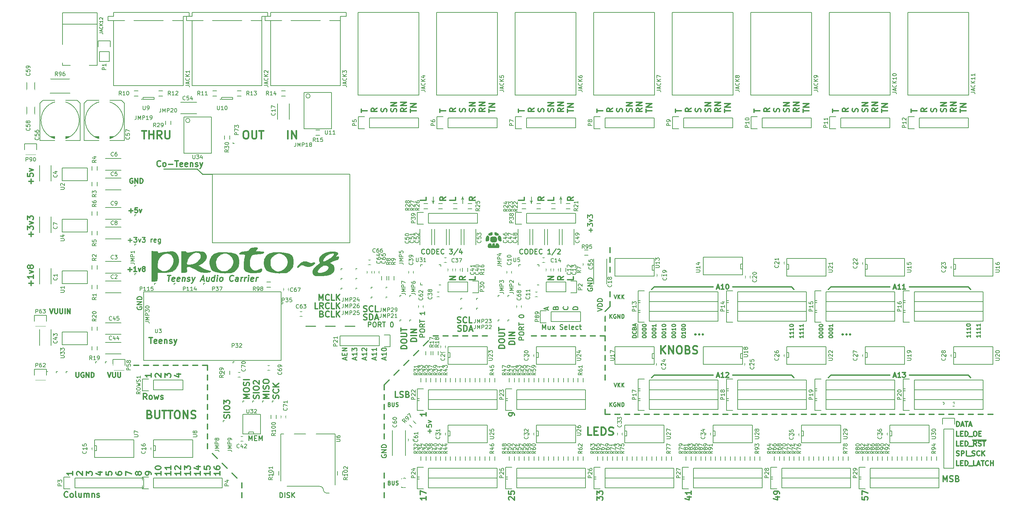
<source format=gbr>
G04 #@! TF.FileFunction,Legend,Top*
%FSLAX46Y46*%
G04 Gerber Fmt 4.6, Leading zero omitted, Abs format (unit mm)*
G04 Created by KiCad (PCBNEW 4.0.1-stable) date 2/7/2016 5:33:15 PM*
%MOMM*%
G01*
G04 APERTURE LIST*
%ADD10C,0.100000*%
%ADD11C,0.254000*%
%ADD12C,0.304800*%
%ADD13C,0.355600*%
%ADD14C,0.406400*%
%ADD15C,0.203200*%
%ADD16C,0.200000*%
%ADD17C,0.150000*%
%ADD18C,0.010000*%
%ADD19C,0.127000*%
%ADD20C,1.016000*%
%ADD21C,2.279600*%
%ADD22R,2.127200X2.432000*%
%ADD23O,2.127200X2.432000*%
%ADD24R,1.150000X1.200000*%
%ADD25R,2.432000X2.432000*%
%ADD26O,2.432000X2.432000*%
%ADD27R,1.300000X0.900000*%
%ADD28R,1.670000X1.035000*%
%ADD29R,2.630000X2.200000*%
%ADD30R,2.200000X2.630000*%
%ADD31R,1.619200X2.635200*%
%ADD32R,4.006800X2.599640*%
%ADD33C,2.686000*%
%ADD34C,3.400000*%
%ADD35C,2.900000*%
%ADD36C,2.400000*%
%ADD37R,0.900000X1.300000*%
%ADD38R,0.908000X1.543000*%
%ADD39R,1.100000X0.650000*%
%ADD40R,0.650000X1.100000*%
%ADD41R,2.125000X2.125000*%
%ADD42R,1.200000X1.900000*%
%ADD43R,1.800000X2.300000*%
%ADD44R,2.300000X1.800000*%
%ADD45R,1.050000X1.460000*%
%ADD46R,1.799540X1.700480*%
%ADD47R,1.200000X1.150000*%
%ADD48R,1.543000X0.908000*%
%ADD49R,1.035000X1.670000*%
%ADD50R,2.635200X2.635200*%
%ADD51C,1.924000*%
%ADD52C,4.718000*%
%ADD53C,2.305000*%
%ADD54R,2.630000X2.770000*%
%ADD55R,2.800300X4.400500*%
%ADD56R,2.000000X1.400000*%
%ADD57R,1.400000X3.600000*%
%ADD58R,2.432000X2.127200*%
%ADD59O,2.432000X2.127200*%
G04 APERTURE END LIST*
D10*
D11*
X273573119Y-108953905D02*
X273573119Y-109534476D01*
X273573119Y-109244190D02*
X272557119Y-109244190D01*
X272702262Y-109340952D01*
X272799024Y-109437714D01*
X272847405Y-109534476D01*
X273573119Y-107986286D02*
X273573119Y-108566857D01*
X273573119Y-108276571D02*
X272557119Y-108276571D01*
X272702262Y-108373333D01*
X272799024Y-108470095D01*
X272847405Y-108566857D01*
X273573119Y-107018667D02*
X273573119Y-107599238D01*
X273573119Y-107308952D02*
X272557119Y-107308952D01*
X272702262Y-107405714D01*
X272799024Y-107502476D01*
X272847405Y-107599238D01*
X273573119Y-106051048D02*
X273573119Y-106631619D01*
X273573119Y-106341333D02*
X272557119Y-106341333D01*
X272702262Y-106438095D01*
X272799024Y-106534857D01*
X272847405Y-106631619D01*
X271033119Y-108953905D02*
X271033119Y-109534476D01*
X271033119Y-109244190D02*
X270017119Y-109244190D01*
X270162262Y-109340952D01*
X270259024Y-109437714D01*
X270307405Y-109534476D01*
X271033119Y-107986286D02*
X271033119Y-108566857D01*
X271033119Y-108276571D02*
X270017119Y-108276571D01*
X270162262Y-108373333D01*
X270259024Y-108470095D01*
X270307405Y-108566857D01*
X271033119Y-107018667D02*
X271033119Y-107599238D01*
X271033119Y-107308952D02*
X270017119Y-107308952D01*
X270162262Y-107405714D01*
X270259024Y-107502476D01*
X270307405Y-107599238D01*
X270017119Y-106389714D02*
X270017119Y-106292953D01*
X270065500Y-106196191D01*
X270113881Y-106147810D01*
X270210643Y-106099429D01*
X270404167Y-106051048D01*
X270646071Y-106051048D01*
X270839595Y-106099429D01*
X270936357Y-106147810D01*
X270984738Y-106196191D01*
X271033119Y-106292953D01*
X271033119Y-106389714D01*
X270984738Y-106486476D01*
X270936357Y-106534857D01*
X270839595Y-106583238D01*
X270646071Y-106631619D01*
X270404167Y-106631619D01*
X270210643Y-106583238D01*
X270113881Y-106534857D01*
X270065500Y-106486476D01*
X270017119Y-106389714D01*
X55499000Y-101648381D02*
X55438524Y-101769333D01*
X55438524Y-101950762D01*
X55499000Y-102132190D01*
X55619952Y-102253143D01*
X55740905Y-102313619D01*
X55982810Y-102374095D01*
X56164238Y-102374095D01*
X56406143Y-102313619D01*
X56527095Y-102253143D01*
X56648048Y-102132190D01*
X56708524Y-101950762D01*
X56708524Y-101829810D01*
X56648048Y-101648381D01*
X56587571Y-101587905D01*
X56164238Y-101587905D01*
X56164238Y-101829810D01*
X56708524Y-101043619D02*
X55438524Y-101043619D01*
X56708524Y-100317905D01*
X55438524Y-100317905D01*
X56708524Y-99713143D02*
X55438524Y-99713143D01*
X55438524Y-99410762D01*
X55499000Y-99229334D01*
X55619952Y-99108381D01*
X55740905Y-99047905D01*
X55982810Y-98987429D01*
X56164238Y-98987429D01*
X56406143Y-99047905D01*
X56527095Y-99108381D01*
X56648048Y-99229334D01*
X56708524Y-99410762D01*
X56708524Y-99713143D01*
D12*
X268115143Y-142814524D02*
X267510381Y-142814524D01*
X267510381Y-141544524D01*
X268538476Y-142149286D02*
X268961809Y-142149286D01*
X269143238Y-142814524D02*
X268538476Y-142814524D01*
X268538476Y-141544524D01*
X269143238Y-141544524D01*
X269687524Y-142814524D02*
X269687524Y-141544524D01*
X269989905Y-141544524D01*
X270171333Y-141605000D01*
X270292286Y-141725952D01*
X270352762Y-141846905D01*
X270413238Y-142088810D01*
X270413238Y-142270238D01*
X270352762Y-142512143D01*
X270292286Y-142633095D01*
X270171333Y-142754048D01*
X269989905Y-142814524D01*
X269687524Y-142814524D01*
X270655143Y-142935476D02*
X271622762Y-142935476D01*
X272529905Y-142814524D02*
X271925143Y-142814524D01*
X271925143Y-141544524D01*
X272892762Y-142451667D02*
X273497524Y-142451667D01*
X272771809Y-142814524D02*
X273195143Y-141544524D01*
X273618476Y-142814524D01*
X273860380Y-141544524D02*
X274586095Y-141544524D01*
X274223238Y-142814524D02*
X274223238Y-141544524D01*
X275735142Y-142693571D02*
X275674666Y-142754048D01*
X275493237Y-142814524D01*
X275372285Y-142814524D01*
X275190857Y-142754048D01*
X275069904Y-142633095D01*
X275009428Y-142512143D01*
X274948952Y-142270238D01*
X274948952Y-142088810D01*
X275009428Y-141846905D01*
X275069904Y-141725952D01*
X275190857Y-141605000D01*
X275372285Y-141544524D01*
X275493237Y-141544524D01*
X275674666Y-141605000D01*
X275735142Y-141665476D01*
X276279428Y-142814524D02*
X276279428Y-141544524D01*
X276279428Y-142149286D02*
X277005142Y-142149286D01*
X277005142Y-142814524D02*
X277005142Y-141544524D01*
X267449905Y-140214048D02*
X267631333Y-140274524D01*
X267933714Y-140274524D01*
X268054667Y-140214048D01*
X268115143Y-140153571D01*
X268175619Y-140032619D01*
X268175619Y-139911667D01*
X268115143Y-139790714D01*
X268054667Y-139730238D01*
X267933714Y-139669762D01*
X267691810Y-139609286D01*
X267570857Y-139548810D01*
X267510381Y-139488333D01*
X267449905Y-139367381D01*
X267449905Y-139246429D01*
X267510381Y-139125476D01*
X267570857Y-139065000D01*
X267691810Y-139004524D01*
X267994190Y-139004524D01*
X268175619Y-139065000D01*
X268719905Y-140274524D02*
X268719905Y-139004524D01*
X269203714Y-139004524D01*
X269324667Y-139065000D01*
X269385143Y-139125476D01*
X269445619Y-139246429D01*
X269445619Y-139427857D01*
X269385143Y-139548810D01*
X269324667Y-139609286D01*
X269203714Y-139669762D01*
X268719905Y-139669762D01*
X269989905Y-140274524D02*
X269989905Y-139004524D01*
X270292286Y-140395476D02*
X271259905Y-140395476D01*
X271501810Y-140214048D02*
X271683238Y-140274524D01*
X271985619Y-140274524D01*
X272106572Y-140214048D01*
X272167048Y-140153571D01*
X272227524Y-140032619D01*
X272227524Y-139911667D01*
X272167048Y-139790714D01*
X272106572Y-139730238D01*
X271985619Y-139669762D01*
X271743715Y-139609286D01*
X271622762Y-139548810D01*
X271562286Y-139488333D01*
X271501810Y-139367381D01*
X271501810Y-139246429D01*
X271562286Y-139125476D01*
X271622762Y-139065000D01*
X271743715Y-139004524D01*
X272046095Y-139004524D01*
X272227524Y-139065000D01*
X273497524Y-140153571D02*
X273437048Y-140214048D01*
X273255619Y-140274524D01*
X273134667Y-140274524D01*
X272953239Y-140214048D01*
X272832286Y-140093095D01*
X272771810Y-139972143D01*
X272711334Y-139730238D01*
X272711334Y-139548810D01*
X272771810Y-139306905D01*
X272832286Y-139185952D01*
X272953239Y-139065000D01*
X273134667Y-139004524D01*
X273255619Y-139004524D01*
X273437048Y-139065000D01*
X273497524Y-139125476D01*
X274041810Y-140274524D02*
X274041810Y-139004524D01*
X274767524Y-140274524D02*
X274223239Y-139548810D01*
X274767524Y-139004524D02*
X274041810Y-139730238D01*
X268115143Y-137734524D02*
X267510381Y-137734524D01*
X267510381Y-136464524D01*
X268538476Y-137069286D02*
X268961809Y-137069286D01*
X269143238Y-137734524D02*
X268538476Y-137734524D01*
X268538476Y-136464524D01*
X269143238Y-136464524D01*
X269687524Y-137734524D02*
X269687524Y-136464524D01*
X269989905Y-136464524D01*
X270171333Y-136525000D01*
X270292286Y-136645952D01*
X270352762Y-136766905D01*
X270413238Y-137008810D01*
X270413238Y-137190238D01*
X270352762Y-137432143D01*
X270292286Y-137553095D01*
X270171333Y-137674048D01*
X269989905Y-137734524D01*
X269687524Y-137734524D01*
X270655143Y-137855476D02*
X271622762Y-137855476D01*
X272650857Y-137734524D02*
X272227524Y-137129762D01*
X271925143Y-137734524D02*
X271925143Y-136464524D01*
X272408952Y-136464524D01*
X272529905Y-136525000D01*
X272590381Y-136585476D01*
X272650857Y-136706429D01*
X272650857Y-136887857D01*
X272590381Y-137008810D01*
X272529905Y-137069286D01*
X272408952Y-137129762D01*
X271925143Y-137129762D01*
X273134667Y-137674048D02*
X273316095Y-137734524D01*
X273618476Y-137734524D01*
X273739429Y-137674048D01*
X273799905Y-137613571D01*
X273860381Y-137492619D01*
X273860381Y-137371667D01*
X273799905Y-137250714D01*
X273739429Y-137190238D01*
X273618476Y-137129762D01*
X273376572Y-137069286D01*
X273255619Y-137008810D01*
X273195143Y-136948333D01*
X273134667Y-136827381D01*
X273134667Y-136706429D01*
X273195143Y-136585476D01*
X273255619Y-136525000D01*
X273376572Y-136464524D01*
X273678952Y-136464524D01*
X273860381Y-136525000D01*
X274223238Y-136464524D02*
X274948953Y-136464524D01*
X274586096Y-137734524D02*
X274586096Y-136464524D01*
X271622762Y-136245600D02*
X275069905Y-136245600D01*
X268115143Y-135194524D02*
X267510381Y-135194524D01*
X267510381Y-133924524D01*
X268538476Y-134529286D02*
X268961809Y-134529286D01*
X269143238Y-135194524D02*
X268538476Y-135194524D01*
X268538476Y-133924524D01*
X269143238Y-133924524D01*
X269687524Y-135194524D02*
X269687524Y-133924524D01*
X269989905Y-133924524D01*
X270171333Y-133985000D01*
X270292286Y-134105952D01*
X270352762Y-134226905D01*
X270413238Y-134468810D01*
X270413238Y-134650238D01*
X270352762Y-134892143D01*
X270292286Y-135013095D01*
X270171333Y-135134048D01*
X269989905Y-135194524D01*
X269687524Y-135194524D01*
X270655143Y-135315476D02*
X271622762Y-135315476D01*
X272167048Y-133924524D02*
X272408952Y-133924524D01*
X272529905Y-133985000D01*
X272650857Y-134105952D01*
X272711333Y-134347857D01*
X272711333Y-134771190D01*
X272650857Y-135013095D01*
X272529905Y-135134048D01*
X272408952Y-135194524D01*
X272167048Y-135194524D01*
X272046095Y-135134048D01*
X271925143Y-135013095D01*
X271864667Y-134771190D01*
X271864667Y-134347857D01*
X271925143Y-134105952D01*
X272046095Y-133985000D01*
X272167048Y-133924524D01*
X273255619Y-134529286D02*
X273678952Y-134529286D01*
X273860381Y-135194524D02*
X273255619Y-135194524D01*
X273255619Y-133924524D01*
X273860381Y-133924524D01*
X267510381Y-132654524D02*
X267510381Y-131384524D01*
X267812762Y-131384524D01*
X267994190Y-131445000D01*
X268115143Y-131565952D01*
X268175619Y-131686905D01*
X268236095Y-131928810D01*
X268236095Y-132110238D01*
X268175619Y-132352143D01*
X268115143Y-132473095D01*
X267994190Y-132594048D01*
X267812762Y-132654524D01*
X267510381Y-132654524D01*
X268719905Y-132291667D02*
X269324667Y-132291667D01*
X268598952Y-132654524D02*
X269022286Y-131384524D01*
X269445619Y-132654524D01*
X269687523Y-131384524D02*
X270413238Y-131384524D01*
X270050381Y-132654524D02*
X270050381Y-131384524D01*
X270776095Y-132291667D02*
X271380857Y-132291667D01*
X270655142Y-132654524D02*
X271078476Y-131384524D01*
X271501809Y-132654524D01*
D13*
X265430000Y-129540000D02*
X266700000Y-129540000D01*
X267970000Y-129540000D02*
X269240000Y-129540000D01*
X270510000Y-129540000D02*
X271780000Y-129540000D01*
X273050000Y-129540000D02*
X274320000Y-129540000D01*
X275590000Y-129540000D02*
X276860000Y-129540000D01*
X247650000Y-129540000D02*
X248920000Y-129540000D01*
X250190000Y-129540000D02*
X251460000Y-129540000D01*
X252730000Y-129540000D02*
X254000000Y-129540000D01*
X255270000Y-129540000D02*
X256540000Y-129540000D01*
X257810000Y-129540000D02*
X259080000Y-129540000D01*
X260350000Y-129540000D02*
X261620000Y-129540000D01*
X262890000Y-129540000D02*
X264160000Y-129540000D01*
X229870000Y-129540000D02*
X231140000Y-129540000D01*
X232410000Y-129540000D02*
X233680000Y-129540000D01*
X234950000Y-129540000D02*
X236220000Y-129540000D01*
X237490000Y-129540000D02*
X238760000Y-129540000D01*
X240030000Y-129540000D02*
X241300000Y-129540000D01*
X242570000Y-129540000D02*
X243840000Y-129540000D01*
X245110000Y-129540000D02*
X246380000Y-129540000D01*
X212090000Y-129540000D02*
X213360000Y-129540000D01*
X214630000Y-129540000D02*
X215900000Y-129540000D01*
X217170000Y-129540000D02*
X218440000Y-129540000D01*
X219710000Y-129540000D02*
X220980000Y-129540000D01*
X222250000Y-129540000D02*
X223520000Y-129540000D01*
X224790000Y-129540000D02*
X226060000Y-129540000D01*
X227330000Y-129540000D02*
X228600000Y-129540000D01*
X194310000Y-129540000D02*
X195580000Y-129540000D01*
X196850000Y-129540000D02*
X198120000Y-129540000D01*
X199390000Y-129540000D02*
X200660000Y-129540000D01*
X201930000Y-129540000D02*
X203200000Y-129540000D01*
X204470000Y-129540000D02*
X205740000Y-129540000D01*
X207010000Y-129540000D02*
X208280000Y-129540000D01*
X209550000Y-129540000D02*
X210820000Y-129540000D01*
X191770000Y-129540000D02*
X193040000Y-129540000D01*
X189230000Y-129540000D02*
X190500000Y-129540000D01*
X186690000Y-129540000D02*
X187960000Y-129540000D01*
X184150000Y-129540000D02*
X185420000Y-129540000D01*
X181610000Y-129540000D02*
X182880000Y-129540000D01*
X179070000Y-129540000D02*
X180340000Y-129540000D01*
X176530000Y-129540000D02*
X177800000Y-129540000D01*
X176530000Y-128270000D02*
X176530000Y-129540000D01*
X176530000Y-119380000D02*
X176530000Y-120650000D01*
X176530000Y-116840000D02*
X176530000Y-118110000D01*
X176530000Y-114300000D02*
X176530000Y-115570000D01*
X175260000Y-109220000D02*
X176530000Y-109220000D01*
X176530000Y-111760000D02*
X176530000Y-113030000D01*
X176530000Y-109220000D02*
X176530000Y-110490000D01*
X176530000Y-106680000D02*
X176530000Y-107950000D01*
X176530000Y-104140000D02*
X176530000Y-105410000D01*
X176530000Y-102870000D02*
X177800000Y-101600000D01*
X177800000Y-86360000D02*
X177800000Y-87630000D01*
X177800000Y-88900000D02*
X177800000Y-90170000D01*
X177800000Y-91440000D02*
X177800000Y-92710000D01*
X177800000Y-100330000D02*
X177800000Y-101600000D01*
X177800000Y-97790000D02*
X177800000Y-99060000D01*
X173990000Y-109220000D02*
X172720000Y-109220000D01*
X171450000Y-109220000D02*
X170180000Y-109220000D01*
X168910000Y-109220000D02*
X167640000Y-109220000D01*
X166370000Y-109220000D02*
X165100000Y-109220000D01*
X163830000Y-109220000D02*
X162560000Y-109220000D01*
X161290000Y-109220000D02*
X160020000Y-109220000D01*
X158750000Y-109220000D02*
X157480000Y-109220000D01*
X146050000Y-109220000D02*
X144780000Y-109220000D01*
X143510000Y-109220000D02*
X142240000Y-109220000D01*
X140970000Y-109220000D02*
X139700000Y-109220000D01*
X135890000Y-109220000D02*
X134620000Y-109220000D01*
X138430000Y-109220000D02*
X137160000Y-109220000D01*
X133350000Y-109220000D02*
X132080000Y-109220000D01*
X119380000Y-149860000D02*
X119380000Y-151130000D01*
X119380000Y-147320000D02*
X119380000Y-148590000D01*
X119380000Y-144780000D02*
X119380000Y-146050000D01*
X119380000Y-134620000D02*
X119380000Y-135890000D01*
X119380000Y-132080000D02*
X119380000Y-133350000D01*
X119380000Y-129540000D02*
X119380000Y-130810000D01*
X119380000Y-127000000D02*
X119380000Y-128270000D01*
X119380000Y-124460000D02*
X119380000Y-125730000D01*
X119380000Y-121920000D02*
X119380000Y-123190000D01*
X120650000Y-120650000D02*
X119380000Y-121920000D01*
X123190000Y-118110000D02*
X121920000Y-119380000D01*
X125730000Y-115570000D02*
X124460000Y-116840000D01*
X130810000Y-110490000D02*
X129540000Y-111760000D01*
X128270000Y-113030000D02*
X127000000Y-114300000D01*
X55880000Y-116840000D02*
X54610000Y-116840000D01*
X82550000Y-151130000D02*
X82550000Y-149860000D01*
X82550000Y-148590000D02*
X82550000Y-147320000D01*
X81280000Y-146050000D02*
X80010000Y-144780000D01*
X78740000Y-143510000D02*
X77470000Y-142240000D01*
X76200000Y-140970000D02*
X74930000Y-139700000D01*
X73660000Y-138430000D02*
X73660000Y-137160000D01*
X73660000Y-135890000D02*
X73660000Y-134620000D01*
X73660000Y-133350000D02*
X73660000Y-132080000D01*
X73660000Y-130810000D02*
X73660000Y-129540000D01*
X73660000Y-128270000D02*
X73660000Y-127000000D01*
X73660000Y-125730000D02*
X73660000Y-124460000D01*
X73660000Y-123190000D02*
X73660000Y-121920000D01*
X73660000Y-120650000D02*
X73660000Y-119380000D01*
X73660000Y-118110000D02*
X73660000Y-116840000D01*
X73660000Y-116840000D02*
X72390000Y-116840000D01*
X71120000Y-116840000D02*
X69850000Y-116840000D01*
X68580000Y-116840000D02*
X67310000Y-116840000D01*
X66040000Y-116840000D02*
X64770000Y-116840000D01*
X63500000Y-116840000D02*
X62230000Y-116840000D01*
X60960000Y-116840000D02*
X59690000Y-116840000D01*
D14*
X94463810Y-58069238D02*
X94463810Y-56037238D01*
X95431429Y-58069238D02*
X95431429Y-56037238D01*
X96592571Y-58069238D01*
X96592571Y-56037238D01*
X83420857Y-56037238D02*
X83807905Y-56037238D01*
X84001429Y-56134000D01*
X84194952Y-56327524D01*
X84291714Y-56714571D01*
X84291714Y-57391905D01*
X84194952Y-57778952D01*
X84001429Y-57972476D01*
X83807905Y-58069238D01*
X83420857Y-58069238D01*
X83227333Y-57972476D01*
X83033810Y-57778952D01*
X82937048Y-57391905D01*
X82937048Y-56714571D01*
X83033810Y-56327524D01*
X83227333Y-56134000D01*
X83420857Y-56037238D01*
X85162572Y-56037238D02*
X85162572Y-57682190D01*
X85259333Y-57875714D01*
X85356095Y-57972476D01*
X85549619Y-58069238D01*
X85936667Y-58069238D01*
X86130191Y-57972476D01*
X86226952Y-57875714D01*
X86323714Y-57682190D01*
X86323714Y-56037238D01*
X87001048Y-56037238D02*
X88162191Y-56037238D01*
X87581619Y-58069238D02*
X87581619Y-56037238D01*
X56708524Y-56037238D02*
X57869667Y-56037238D01*
X57289095Y-58069238D02*
X57289095Y-56037238D01*
X58547000Y-58069238D02*
X58547000Y-56037238D01*
X58547000Y-57004857D02*
X59708142Y-57004857D01*
X59708142Y-58069238D02*
X59708142Y-56037238D01*
X61836904Y-58069238D02*
X61159571Y-57101619D01*
X60675762Y-58069238D02*
X60675762Y-56037238D01*
X61449857Y-56037238D01*
X61643381Y-56134000D01*
X61740142Y-56230762D01*
X61836904Y-56424286D01*
X61836904Y-56714571D01*
X61740142Y-56908095D01*
X61643381Y-57004857D01*
X61449857Y-57101619D01*
X60675762Y-57101619D01*
X62707762Y-56037238D02*
X62707762Y-57682190D01*
X62804523Y-57875714D01*
X62901285Y-57972476D01*
X63094809Y-58069238D01*
X63481857Y-58069238D01*
X63675381Y-57972476D01*
X63772142Y-57875714D01*
X63868904Y-57682190D01*
X63868904Y-56037238D01*
D12*
X63336714Y-93526429D02*
X64207571Y-93526429D01*
X63581642Y-95050429D02*
X63772142Y-93526429D01*
X65114715Y-94977857D02*
X64960500Y-95050429D01*
X64670214Y-95050429D01*
X64534143Y-94977857D01*
X64479715Y-94832714D01*
X64552286Y-94252143D01*
X64643000Y-94107000D01*
X64797214Y-94034429D01*
X65087500Y-94034429D01*
X65223572Y-94107000D01*
X65278000Y-94252143D01*
X65259857Y-94397286D01*
X64516000Y-94542429D01*
X66421001Y-94977857D02*
X66266786Y-95050429D01*
X65976500Y-95050429D01*
X65840429Y-94977857D01*
X65786001Y-94832714D01*
X65858572Y-94252143D01*
X65949286Y-94107000D01*
X66103500Y-94034429D01*
X66393786Y-94034429D01*
X66529858Y-94107000D01*
X66584286Y-94252143D01*
X66566143Y-94397286D01*
X65822286Y-94542429D01*
X67264643Y-94034429D02*
X67137643Y-95050429D01*
X67246501Y-94179571D02*
X67328144Y-94107000D01*
X67482357Y-94034429D01*
X67700072Y-94034429D01*
X67836144Y-94107000D01*
X67890572Y-94252143D01*
X67790786Y-95050429D01*
X68453001Y-94977857D02*
X68589072Y-95050429D01*
X68879357Y-95050429D01*
X69033572Y-94977857D01*
X69124287Y-94832714D01*
X69133358Y-94760143D01*
X69078929Y-94615000D01*
X68942857Y-94542429D01*
X68725143Y-94542429D01*
X68589072Y-94469857D01*
X68534644Y-94324714D01*
X68543715Y-94252143D01*
X68634429Y-94107000D01*
X68788643Y-94034429D01*
X69006357Y-94034429D01*
X69142429Y-94107000D01*
X69732071Y-94034429D02*
X69967928Y-95050429D01*
X70457786Y-94034429D02*
X69967928Y-95050429D01*
X69777429Y-95413286D01*
X69695786Y-95485857D01*
X69541571Y-95558429D01*
X72054358Y-94615000D02*
X72780072Y-94615000D01*
X71854786Y-95050429D02*
X72553286Y-93526429D01*
X72870786Y-95050429D01*
X74158929Y-94034429D02*
X74031929Y-95050429D01*
X73505786Y-94034429D02*
X73406001Y-94832714D01*
X73460430Y-94977857D01*
X73596500Y-95050429D01*
X73814215Y-95050429D01*
X73968430Y-94977857D01*
X74050072Y-94905286D01*
X75410786Y-95050429D02*
X75601286Y-93526429D01*
X75419858Y-94977857D02*
X75265643Y-95050429D01*
X74975357Y-95050429D01*
X74839287Y-94977857D01*
X74775786Y-94905286D01*
X74721358Y-94760143D01*
X74775787Y-94324714D01*
X74866501Y-94179571D01*
X74948144Y-94107000D01*
X75102357Y-94034429D01*
X75392643Y-94034429D01*
X75528715Y-94107000D01*
X76136500Y-95050429D02*
X76263500Y-94034429D01*
X76327000Y-93526429D02*
X76245358Y-93599000D01*
X76308858Y-93671571D01*
X76390501Y-93599000D01*
X76327000Y-93526429D01*
X76308858Y-93671571D01*
X77079928Y-95050429D02*
X76943858Y-94977857D01*
X76880357Y-94905286D01*
X76825929Y-94760143D01*
X76880358Y-94324714D01*
X76971072Y-94179571D01*
X77052715Y-94107000D01*
X77206928Y-94034429D01*
X77424643Y-94034429D01*
X77560715Y-94107000D01*
X77624215Y-94179571D01*
X77678643Y-94324714D01*
X77624214Y-94760143D01*
X77533500Y-94905286D01*
X77451858Y-94977857D01*
X77297643Y-95050429D01*
X77079928Y-95050429D01*
X80291214Y-94905286D02*
X80209572Y-94977857D01*
X79982786Y-95050429D01*
X79837643Y-95050429D01*
X79629000Y-94977857D01*
X79502001Y-94832714D01*
X79447572Y-94687571D01*
X79411286Y-94397286D01*
X79438501Y-94179571D01*
X79547357Y-93889286D01*
X79638072Y-93744143D01*
X79801357Y-93599000D01*
X80028143Y-93526429D01*
X80173286Y-93526429D01*
X80381929Y-93599000D01*
X80445429Y-93671571D01*
X81579357Y-95050429D02*
X81679143Y-94252143D01*
X81624715Y-94107000D01*
X81488643Y-94034429D01*
X81198357Y-94034429D01*
X81044143Y-94107000D01*
X81588429Y-94977857D02*
X81434214Y-95050429D01*
X81071357Y-95050429D01*
X80935286Y-94977857D01*
X80880858Y-94832714D01*
X80899001Y-94687571D01*
X80989714Y-94542429D01*
X81143929Y-94469857D01*
X81506786Y-94469857D01*
X81661000Y-94397286D01*
X82305071Y-95050429D02*
X82432071Y-94034429D01*
X82395786Y-94324714D02*
X82486501Y-94179571D01*
X82568143Y-94107000D01*
X82722357Y-94034429D01*
X82867500Y-94034429D01*
X83248500Y-95050429D02*
X83375500Y-94034429D01*
X83339215Y-94324714D02*
X83429930Y-94179571D01*
X83511572Y-94107000D01*
X83665786Y-94034429D01*
X83810929Y-94034429D01*
X84191929Y-95050429D02*
X84318929Y-94034429D01*
X84382429Y-93526429D02*
X84300787Y-93599000D01*
X84364287Y-93671571D01*
X84445930Y-93599000D01*
X84382429Y-93526429D01*
X84364287Y-93671571D01*
X85507287Y-94977857D02*
X85353072Y-95050429D01*
X85062786Y-95050429D01*
X84926715Y-94977857D01*
X84872287Y-94832714D01*
X84944858Y-94252143D01*
X85035572Y-94107000D01*
X85189786Y-94034429D01*
X85480072Y-94034429D01*
X85616144Y-94107000D01*
X85670572Y-94252143D01*
X85652429Y-94397286D01*
X84908572Y-94542429D01*
X86223929Y-95050429D02*
X86350929Y-94034429D01*
X86314644Y-94324714D02*
X86405359Y-94179571D01*
X86487001Y-94107000D01*
X86641215Y-94034429D01*
X86786358Y-94034429D01*
D11*
X118745000Y-140002381D02*
X118684524Y-140123333D01*
X118684524Y-140304762D01*
X118745000Y-140486190D01*
X118865952Y-140607143D01*
X118986905Y-140667619D01*
X119228810Y-140728095D01*
X119410238Y-140728095D01*
X119652143Y-140667619D01*
X119773095Y-140607143D01*
X119894048Y-140486190D01*
X119954524Y-140304762D01*
X119954524Y-140183810D01*
X119894048Y-140002381D01*
X119833571Y-139941905D01*
X119410238Y-139941905D01*
X119410238Y-140183810D01*
X119954524Y-139397619D02*
X118684524Y-139397619D01*
X119954524Y-138671905D01*
X118684524Y-138671905D01*
X119954524Y-138067143D02*
X118684524Y-138067143D01*
X118684524Y-137764762D01*
X118745000Y-137583334D01*
X118865952Y-137462381D01*
X118986905Y-137401905D01*
X119228810Y-137341429D01*
X119410238Y-137341429D01*
X119652143Y-137401905D01*
X119773095Y-137462381D01*
X119894048Y-137583334D01*
X119954524Y-137764762D01*
X119954524Y-138067143D01*
X120722571Y-126927429D02*
X120867714Y-126975810D01*
X120916095Y-127024190D01*
X120964476Y-127120952D01*
X120964476Y-127266095D01*
X120916095Y-127362857D01*
X120867714Y-127411238D01*
X120770952Y-127459619D01*
X120383905Y-127459619D01*
X120383905Y-126443619D01*
X120722571Y-126443619D01*
X120819333Y-126492000D01*
X120867714Y-126540381D01*
X120916095Y-126637143D01*
X120916095Y-126733905D01*
X120867714Y-126830667D01*
X120819333Y-126879048D01*
X120722571Y-126927429D01*
X120383905Y-126927429D01*
X121399905Y-126443619D02*
X121399905Y-127266095D01*
X121448286Y-127362857D01*
X121496667Y-127411238D01*
X121593429Y-127459619D01*
X121786952Y-127459619D01*
X121883714Y-127411238D01*
X121932095Y-127362857D01*
X121980476Y-127266095D01*
X121980476Y-126443619D01*
X122415905Y-127411238D02*
X122561048Y-127459619D01*
X122802952Y-127459619D01*
X122899714Y-127411238D01*
X122948095Y-127362857D01*
X122996476Y-127266095D01*
X122996476Y-127169333D01*
X122948095Y-127072571D01*
X122899714Y-127024190D01*
X122802952Y-126975810D01*
X122609429Y-126927429D01*
X122512667Y-126879048D01*
X122464286Y-126830667D01*
X122415905Y-126733905D01*
X122415905Y-126637143D01*
X122464286Y-126540381D01*
X122512667Y-126492000D01*
X122609429Y-126443619D01*
X122851333Y-126443619D01*
X122996476Y-126492000D01*
X120722571Y-147247429D02*
X120867714Y-147295810D01*
X120916095Y-147344190D01*
X120964476Y-147440952D01*
X120964476Y-147586095D01*
X120916095Y-147682857D01*
X120867714Y-147731238D01*
X120770952Y-147779619D01*
X120383905Y-147779619D01*
X120383905Y-146763619D01*
X120722571Y-146763619D01*
X120819333Y-146812000D01*
X120867714Y-146860381D01*
X120916095Y-146957143D01*
X120916095Y-147053905D01*
X120867714Y-147150667D01*
X120819333Y-147199048D01*
X120722571Y-147247429D01*
X120383905Y-147247429D01*
X121399905Y-146763619D02*
X121399905Y-147586095D01*
X121448286Y-147682857D01*
X121496667Y-147731238D01*
X121593429Y-147779619D01*
X121786952Y-147779619D01*
X121883714Y-147731238D01*
X121932095Y-147682857D01*
X121980476Y-147586095D01*
X121980476Y-146763619D01*
X122415905Y-147731238D02*
X122561048Y-147779619D01*
X122802952Y-147779619D01*
X122899714Y-147731238D01*
X122948095Y-147682857D01*
X122996476Y-147586095D01*
X122996476Y-147489333D01*
X122948095Y-147392571D01*
X122899714Y-147344190D01*
X122802952Y-147295810D01*
X122609429Y-147247429D01*
X122512667Y-147199048D01*
X122464286Y-147150667D01*
X122415905Y-147053905D01*
X122415905Y-146957143D01*
X122464286Y-146860381D01*
X122512667Y-146812000D01*
X122609429Y-146763619D01*
X122851333Y-146763619D01*
X122996476Y-146812000D01*
X177739524Y-127459619D02*
X177739524Y-126443619D01*
X178320095Y-127459619D02*
X177884667Y-126879048D01*
X178320095Y-126443619D02*
X177739524Y-127024190D01*
X179287714Y-126492000D02*
X179190952Y-126443619D01*
X179045809Y-126443619D01*
X178900667Y-126492000D01*
X178803905Y-126588762D01*
X178755524Y-126685524D01*
X178707143Y-126879048D01*
X178707143Y-127024190D01*
X178755524Y-127217714D01*
X178803905Y-127314476D01*
X178900667Y-127411238D01*
X179045809Y-127459619D01*
X179142571Y-127459619D01*
X179287714Y-127411238D01*
X179336095Y-127362857D01*
X179336095Y-127024190D01*
X179142571Y-127024190D01*
X179771524Y-127459619D02*
X179771524Y-126443619D01*
X180352095Y-127459619D01*
X180352095Y-126443619D01*
X180835905Y-127459619D02*
X180835905Y-126443619D01*
X181077810Y-126443619D01*
X181222952Y-126492000D01*
X181319714Y-126588762D01*
X181368095Y-126685524D01*
X181416476Y-126879048D01*
X181416476Y-127024190D01*
X181368095Y-127217714D01*
X181319714Y-127314476D01*
X181222952Y-127411238D01*
X181077810Y-127459619D01*
X180835905Y-127459619D01*
X178803905Y-121363619D02*
X179142572Y-122379619D01*
X179481238Y-121363619D01*
X179819905Y-122379619D02*
X179819905Y-121363619D01*
X180400476Y-122379619D02*
X179965048Y-121799048D01*
X180400476Y-121363619D02*
X179819905Y-121944190D01*
X180835905Y-122379619D02*
X180835905Y-121363619D01*
X181416476Y-122379619D02*
X180981048Y-121799048D01*
X181416476Y-121363619D02*
X180835905Y-121944190D01*
X177739524Y-104599619D02*
X177739524Y-103583619D01*
X178320095Y-104599619D02*
X177884667Y-104019048D01*
X178320095Y-103583619D02*
X177739524Y-104164190D01*
X179287714Y-103632000D02*
X179190952Y-103583619D01*
X179045809Y-103583619D01*
X178900667Y-103632000D01*
X178803905Y-103728762D01*
X178755524Y-103825524D01*
X178707143Y-104019048D01*
X178707143Y-104164190D01*
X178755524Y-104357714D01*
X178803905Y-104454476D01*
X178900667Y-104551238D01*
X179045809Y-104599619D01*
X179142571Y-104599619D01*
X179287714Y-104551238D01*
X179336095Y-104502857D01*
X179336095Y-104164190D01*
X179142571Y-104164190D01*
X179771524Y-104599619D02*
X179771524Y-103583619D01*
X180352095Y-104599619D01*
X180352095Y-103583619D01*
X180835905Y-104599619D02*
X180835905Y-103583619D01*
X181077810Y-103583619D01*
X181222952Y-103632000D01*
X181319714Y-103728762D01*
X181368095Y-103825524D01*
X181416476Y-104019048D01*
X181416476Y-104164190D01*
X181368095Y-104357714D01*
X181319714Y-104454476D01*
X181222952Y-104551238D01*
X181077810Y-104599619D01*
X180835905Y-104599619D01*
X178803905Y-98503619D02*
X179142572Y-99519619D01*
X179481238Y-98503619D01*
X179819905Y-99519619D02*
X179819905Y-98503619D01*
X180400476Y-99519619D02*
X179965048Y-98939048D01*
X180400476Y-98503619D02*
X179819905Y-99084190D01*
X180835905Y-99519619D02*
X180835905Y-98503619D01*
X181416476Y-99519619D02*
X180981048Y-98939048D01*
X181416476Y-98503619D02*
X180835905Y-99084190D01*
X109431667Y-115328095D02*
X109431667Y-114723333D01*
X109794524Y-115449048D02*
X108524524Y-115025714D01*
X109794524Y-114602381D01*
X109129286Y-114179048D02*
X109129286Y-113755715D01*
X109794524Y-113574286D02*
X109794524Y-114179048D01*
X108524524Y-114179048D01*
X108524524Y-113574286D01*
X109794524Y-113030000D02*
X108524524Y-113030000D01*
X109794524Y-112304286D01*
X108524524Y-112304286D01*
D15*
X185039000Y-106045000D02*
X185039000Y-109601000D01*
D11*
X101600000Y-106680000D02*
X99060000Y-106680000D01*
X106680000Y-106680000D02*
X104140000Y-106680000D01*
X111760000Y-106680000D02*
X109220000Y-106680000D01*
D13*
X58420000Y-116840000D02*
X57150000Y-116840000D01*
D11*
X72390000Y-67310000D02*
X70993000Y-65913000D01*
X70993000Y-65913000D02*
X62357000Y-65913000D01*
X74930000Y-67310000D02*
X72390000Y-67310000D01*
D13*
X61558714Y-65187286D02*
X61486143Y-65259857D01*
X61268429Y-65332429D01*
X61123286Y-65332429D01*
X60905571Y-65259857D01*
X60760429Y-65114714D01*
X60687857Y-64969571D01*
X60615286Y-64679286D01*
X60615286Y-64461571D01*
X60687857Y-64171286D01*
X60760429Y-64026143D01*
X60905571Y-63881000D01*
X61123286Y-63808429D01*
X61268429Y-63808429D01*
X61486143Y-63881000D01*
X61558714Y-63953571D01*
X62429571Y-65332429D02*
X62284429Y-65259857D01*
X62211857Y-65187286D01*
X62139286Y-65042143D01*
X62139286Y-64606714D01*
X62211857Y-64461571D01*
X62284429Y-64389000D01*
X62429571Y-64316429D01*
X62647286Y-64316429D01*
X62792429Y-64389000D01*
X62865000Y-64461571D01*
X62937571Y-64606714D01*
X62937571Y-65042143D01*
X62865000Y-65187286D01*
X62792429Y-65259857D01*
X62647286Y-65332429D01*
X62429571Y-65332429D01*
X63590714Y-64751857D02*
X64751857Y-64751857D01*
X65259857Y-63808429D02*
X66130714Y-63808429D01*
X65695285Y-65332429D02*
X65695285Y-63808429D01*
X67219286Y-65259857D02*
X67074143Y-65332429D01*
X66783857Y-65332429D01*
X66638714Y-65259857D01*
X66566143Y-65114714D01*
X66566143Y-64534143D01*
X66638714Y-64389000D01*
X66783857Y-64316429D01*
X67074143Y-64316429D01*
X67219286Y-64389000D01*
X67291857Y-64534143D01*
X67291857Y-64679286D01*
X66566143Y-64824429D01*
X68525572Y-65259857D02*
X68380429Y-65332429D01*
X68090143Y-65332429D01*
X67945000Y-65259857D01*
X67872429Y-65114714D01*
X67872429Y-64534143D01*
X67945000Y-64389000D01*
X68090143Y-64316429D01*
X68380429Y-64316429D01*
X68525572Y-64389000D01*
X68598143Y-64534143D01*
X68598143Y-64679286D01*
X67872429Y-64824429D01*
X69251286Y-64316429D02*
X69251286Y-65332429D01*
X69251286Y-64461571D02*
X69323858Y-64389000D01*
X69469000Y-64316429D01*
X69686715Y-64316429D01*
X69831858Y-64389000D01*
X69904429Y-64534143D01*
X69904429Y-65332429D01*
X70557572Y-65259857D02*
X70702715Y-65332429D01*
X70993000Y-65332429D01*
X71138143Y-65259857D01*
X71210715Y-65114714D01*
X71210715Y-65042143D01*
X71138143Y-64897000D01*
X70993000Y-64824429D01*
X70775286Y-64824429D01*
X70630143Y-64751857D01*
X70557572Y-64606714D01*
X70557572Y-64534143D01*
X70630143Y-64389000D01*
X70775286Y-64316429D01*
X70993000Y-64316429D01*
X71138143Y-64389000D01*
X71718714Y-64316429D02*
X72081571Y-65332429D01*
X72444429Y-64316429D02*
X72081571Y-65332429D01*
X71936429Y-65695286D01*
X71863857Y-65767857D01*
X71718714Y-65840429D01*
D11*
X131154714Y-134317619D02*
X131154714Y-133350000D01*
X131638524Y-133833810D02*
X130670905Y-133833810D01*
X130368524Y-132140476D02*
X130368524Y-132745238D01*
X130973286Y-132805714D01*
X130912810Y-132745238D01*
X130852333Y-132624286D01*
X130852333Y-132321905D01*
X130912810Y-132200952D01*
X130973286Y-132140476D01*
X131094238Y-132080000D01*
X131396619Y-132080000D01*
X131517571Y-132140476D01*
X131578048Y-132200952D01*
X131638524Y-132321905D01*
X131638524Y-132624286D01*
X131578048Y-132745238D01*
X131517571Y-132805714D01*
X130791857Y-131656666D02*
X131638524Y-131354285D01*
X130791857Y-131051905D01*
X174564524Y-102749048D02*
X175834524Y-102325714D01*
X174564524Y-101902381D01*
X175834524Y-101479048D02*
X174564524Y-101479048D01*
X174564524Y-101176667D01*
X174625000Y-100995239D01*
X174745952Y-100874286D01*
X174866905Y-100813810D01*
X175108810Y-100753334D01*
X175290238Y-100753334D01*
X175532143Y-100813810D01*
X175653095Y-100874286D01*
X175774048Y-100995239D01*
X175834524Y-101176667D01*
X175834524Y-101479048D01*
X175834524Y-100209048D02*
X174564524Y-100209048D01*
X174564524Y-99906667D01*
X174625000Y-99725239D01*
X174745952Y-99604286D01*
X174866905Y-99543810D01*
X175108810Y-99483334D01*
X175290238Y-99483334D01*
X175532143Y-99543810D01*
X175653095Y-99604286D01*
X175774048Y-99725239D01*
X175834524Y-99906667D01*
X175834524Y-100209048D01*
X172085000Y-96822381D02*
X172024524Y-96943333D01*
X172024524Y-97124762D01*
X172085000Y-97306190D01*
X172205952Y-97427143D01*
X172326905Y-97487619D01*
X172568810Y-97548095D01*
X172750238Y-97548095D01*
X172992143Y-97487619D01*
X173113095Y-97427143D01*
X173234048Y-97306190D01*
X173294524Y-97124762D01*
X173294524Y-97003810D01*
X173234048Y-96822381D01*
X173173571Y-96761905D01*
X172750238Y-96761905D01*
X172750238Y-97003810D01*
X173294524Y-96217619D02*
X172024524Y-96217619D01*
X173294524Y-95491905D01*
X172024524Y-95491905D01*
X173294524Y-94887143D02*
X172024524Y-94887143D01*
X172024524Y-94584762D01*
X172085000Y-94403334D01*
X172205952Y-94282381D01*
X172326905Y-94221905D01*
X172568810Y-94161429D01*
X172750238Y-94161429D01*
X172992143Y-94221905D01*
X173113095Y-94282381D01*
X173234048Y-94403334D01*
X173294524Y-94584762D01*
X173294524Y-94887143D01*
X172810714Y-82247619D02*
X172810714Y-81280000D01*
X173294524Y-81763810D02*
X172326905Y-81763810D01*
X172024524Y-80796190D02*
X172024524Y-80010000D01*
X172508333Y-80433333D01*
X172508333Y-80251905D01*
X172568810Y-80130952D01*
X172629286Y-80070476D01*
X172750238Y-80010000D01*
X173052619Y-80010000D01*
X173173571Y-80070476D01*
X173234048Y-80130952D01*
X173294524Y-80251905D01*
X173294524Y-80614762D01*
X173234048Y-80735714D01*
X173173571Y-80796190D01*
X172447857Y-79586666D02*
X173294524Y-79284285D01*
X172447857Y-78981905D01*
X172024524Y-78619047D02*
X172024524Y-77832857D01*
X172508333Y-78256190D01*
X172508333Y-78074762D01*
X172568810Y-77953809D01*
X172629286Y-77893333D01*
X172750238Y-77832857D01*
X173052619Y-77832857D01*
X173173571Y-77893333D01*
X173234048Y-77953809D01*
X173294524Y-78074762D01*
X173294524Y-78437619D01*
X173234048Y-78558571D01*
X173173571Y-78619047D01*
D14*
X237973810Y-108675714D02*
X238070571Y-108772476D01*
X237973810Y-108869238D01*
X237877048Y-108772476D01*
X237973810Y-108675714D01*
X237973810Y-108869238D01*
X238941429Y-108675714D02*
X239038190Y-108772476D01*
X238941429Y-108869238D01*
X238844667Y-108772476D01*
X238941429Y-108675714D01*
X238941429Y-108869238D01*
X239909048Y-108675714D02*
X240005809Y-108772476D01*
X239909048Y-108869238D01*
X239812286Y-108772476D01*
X239909048Y-108675714D01*
X239909048Y-108869238D01*
D11*
X234393619Y-109419571D02*
X234393619Y-109322810D01*
X234442000Y-109226048D01*
X234490381Y-109177667D01*
X234587143Y-109129286D01*
X234780667Y-109080905D01*
X235022571Y-109080905D01*
X235216095Y-109129286D01*
X235312857Y-109177667D01*
X235361238Y-109226048D01*
X235409619Y-109322810D01*
X235409619Y-109419571D01*
X235361238Y-109516333D01*
X235312857Y-109564714D01*
X235216095Y-109613095D01*
X235022571Y-109661476D01*
X234780667Y-109661476D01*
X234587143Y-109613095D01*
X234490381Y-109564714D01*
X234442000Y-109516333D01*
X234393619Y-109419571D01*
X234393619Y-108451952D02*
X234393619Y-108355191D01*
X234442000Y-108258429D01*
X234490381Y-108210048D01*
X234587143Y-108161667D01*
X234780667Y-108113286D01*
X235022571Y-108113286D01*
X235216095Y-108161667D01*
X235312857Y-108210048D01*
X235361238Y-108258429D01*
X235409619Y-108355191D01*
X235409619Y-108451952D01*
X235361238Y-108548714D01*
X235312857Y-108597095D01*
X235216095Y-108645476D01*
X235022571Y-108693857D01*
X234780667Y-108693857D01*
X234587143Y-108645476D01*
X234490381Y-108597095D01*
X234442000Y-108548714D01*
X234393619Y-108451952D01*
X234393619Y-107484333D02*
X234393619Y-107387572D01*
X234442000Y-107290810D01*
X234490381Y-107242429D01*
X234587143Y-107194048D01*
X234780667Y-107145667D01*
X235022571Y-107145667D01*
X235216095Y-107194048D01*
X235312857Y-107242429D01*
X235361238Y-107290810D01*
X235409619Y-107387572D01*
X235409619Y-107484333D01*
X235361238Y-107581095D01*
X235312857Y-107629476D01*
X235216095Y-107677857D01*
X235022571Y-107726238D01*
X234780667Y-107726238D01*
X234587143Y-107677857D01*
X234490381Y-107629476D01*
X234442000Y-107581095D01*
X234393619Y-107484333D01*
X235409619Y-106178048D02*
X235409619Y-106758619D01*
X235409619Y-106468333D02*
X234393619Y-106468333D01*
X234538762Y-106565095D01*
X234635524Y-106661857D01*
X234683905Y-106758619D01*
X231853619Y-109419571D02*
X231853619Y-109322810D01*
X231902000Y-109226048D01*
X231950381Y-109177667D01*
X232047143Y-109129286D01*
X232240667Y-109080905D01*
X232482571Y-109080905D01*
X232676095Y-109129286D01*
X232772857Y-109177667D01*
X232821238Y-109226048D01*
X232869619Y-109322810D01*
X232869619Y-109419571D01*
X232821238Y-109516333D01*
X232772857Y-109564714D01*
X232676095Y-109613095D01*
X232482571Y-109661476D01*
X232240667Y-109661476D01*
X232047143Y-109613095D01*
X231950381Y-109564714D01*
X231902000Y-109516333D01*
X231853619Y-109419571D01*
X231853619Y-108451952D02*
X231853619Y-108355191D01*
X231902000Y-108258429D01*
X231950381Y-108210048D01*
X232047143Y-108161667D01*
X232240667Y-108113286D01*
X232482571Y-108113286D01*
X232676095Y-108161667D01*
X232772857Y-108210048D01*
X232821238Y-108258429D01*
X232869619Y-108355191D01*
X232869619Y-108451952D01*
X232821238Y-108548714D01*
X232772857Y-108597095D01*
X232676095Y-108645476D01*
X232482571Y-108693857D01*
X232240667Y-108693857D01*
X232047143Y-108645476D01*
X231950381Y-108597095D01*
X231902000Y-108548714D01*
X231853619Y-108451952D01*
X231853619Y-107484333D02*
X231853619Y-107387572D01*
X231902000Y-107290810D01*
X231950381Y-107242429D01*
X232047143Y-107194048D01*
X232240667Y-107145667D01*
X232482571Y-107145667D01*
X232676095Y-107194048D01*
X232772857Y-107242429D01*
X232821238Y-107290810D01*
X232869619Y-107387572D01*
X232869619Y-107484333D01*
X232821238Y-107581095D01*
X232772857Y-107629476D01*
X232676095Y-107677857D01*
X232482571Y-107726238D01*
X232240667Y-107726238D01*
X232047143Y-107677857D01*
X231950381Y-107629476D01*
X231902000Y-107581095D01*
X231853619Y-107484333D01*
X231853619Y-106516714D02*
X231853619Y-106419953D01*
X231902000Y-106323191D01*
X231950381Y-106274810D01*
X232047143Y-106226429D01*
X232240667Y-106178048D01*
X232482571Y-106178048D01*
X232676095Y-106226429D01*
X232772857Y-106274810D01*
X232821238Y-106323191D01*
X232869619Y-106419953D01*
X232869619Y-106516714D01*
X232821238Y-106613476D01*
X232772857Y-106661857D01*
X232676095Y-106710238D01*
X232482571Y-106758619D01*
X232240667Y-106758619D01*
X232047143Y-106710238D01*
X231950381Y-106661857D01*
X231902000Y-106613476D01*
X231853619Y-106516714D01*
D14*
X199873810Y-108675714D02*
X199970571Y-108772476D01*
X199873810Y-108869238D01*
X199777048Y-108772476D01*
X199873810Y-108675714D01*
X199873810Y-108869238D01*
X200841429Y-108675714D02*
X200938190Y-108772476D01*
X200841429Y-108869238D01*
X200744667Y-108772476D01*
X200841429Y-108675714D01*
X200841429Y-108869238D01*
X201809048Y-108675714D02*
X201905809Y-108772476D01*
X201809048Y-108869238D01*
X201712286Y-108772476D01*
X201809048Y-108675714D01*
X201809048Y-108869238D01*
D11*
X227789619Y-109080905D02*
X227789619Y-109661476D01*
X227789619Y-109371190D02*
X226773619Y-109371190D01*
X226918762Y-109467952D01*
X227015524Y-109564714D01*
X227063905Y-109661476D01*
X227789619Y-108113286D02*
X227789619Y-108693857D01*
X227789619Y-108403571D02*
X226773619Y-108403571D01*
X226918762Y-108500333D01*
X227015524Y-108597095D01*
X227063905Y-108693857D01*
X227789619Y-107145667D02*
X227789619Y-107726238D01*
X227789619Y-107435952D02*
X226773619Y-107435952D01*
X226918762Y-107532714D01*
X227015524Y-107629476D01*
X227063905Y-107726238D01*
X227789619Y-106178048D02*
X227789619Y-106758619D01*
X227789619Y-106468333D02*
X226773619Y-106468333D01*
X226918762Y-106565095D01*
X227015524Y-106661857D01*
X227063905Y-106758619D01*
X225249619Y-109080905D02*
X225249619Y-109661476D01*
X225249619Y-109371190D02*
X224233619Y-109371190D01*
X224378762Y-109467952D01*
X224475524Y-109564714D01*
X224523905Y-109661476D01*
X225249619Y-108113286D02*
X225249619Y-108693857D01*
X225249619Y-108403571D02*
X224233619Y-108403571D01*
X224378762Y-108500333D01*
X224475524Y-108597095D01*
X224523905Y-108693857D01*
X225249619Y-107145667D02*
X225249619Y-107726238D01*
X225249619Y-107435952D02*
X224233619Y-107435952D01*
X224378762Y-107532714D01*
X224475524Y-107629476D01*
X224523905Y-107726238D01*
X224233619Y-106516714D02*
X224233619Y-106419953D01*
X224282000Y-106323191D01*
X224330381Y-106274810D01*
X224427143Y-106226429D01*
X224620667Y-106178048D01*
X224862571Y-106178048D01*
X225056095Y-106226429D01*
X225152857Y-106274810D01*
X225201238Y-106323191D01*
X225249619Y-106419953D01*
X225249619Y-106516714D01*
X225201238Y-106613476D01*
X225152857Y-106661857D01*
X225056095Y-106710238D01*
X224862571Y-106758619D01*
X224620667Y-106758619D01*
X224427143Y-106710238D01*
X224330381Y-106661857D01*
X224282000Y-106613476D01*
X224233619Y-106516714D01*
D13*
X224790000Y-119380000D02*
X225425000Y-120015000D01*
X209550000Y-119380000D02*
X224790000Y-119380000D01*
D12*
X205498096Y-119591667D02*
X206102858Y-119591667D01*
X205377143Y-119954524D02*
X205800477Y-118684524D01*
X206223810Y-119954524D01*
X207312381Y-119954524D02*
X206586667Y-119954524D01*
X206949524Y-119954524D02*
X206949524Y-118684524D01*
X206828572Y-118865952D01*
X206707619Y-118986905D01*
X206586667Y-119047381D01*
X207796191Y-118805476D02*
X207856667Y-118745000D01*
X207977619Y-118684524D01*
X208280000Y-118684524D01*
X208400953Y-118745000D01*
X208461429Y-118805476D01*
X208521905Y-118926429D01*
X208521905Y-119047381D01*
X208461429Y-119228810D01*
X207735715Y-119954524D01*
X208521905Y-119954524D01*
D13*
X204470000Y-119380000D02*
X189230000Y-119380000D01*
X189230000Y-119380000D02*
X188595000Y-120015000D01*
X270510000Y-119380000D02*
X271145000Y-120015000D01*
X255270000Y-119380000D02*
X270510000Y-119380000D01*
D12*
X251218096Y-119591667D02*
X251822858Y-119591667D01*
X251097143Y-119954524D02*
X251520477Y-118684524D01*
X251943810Y-119954524D01*
X253032381Y-119954524D02*
X252306667Y-119954524D01*
X252669524Y-119954524D02*
X252669524Y-118684524D01*
X252548572Y-118865952D01*
X252427619Y-118986905D01*
X252306667Y-119047381D01*
X253455715Y-118684524D02*
X254241905Y-118684524D01*
X253818572Y-119168333D01*
X254000000Y-119168333D01*
X254120953Y-119228810D01*
X254181429Y-119289286D01*
X254241905Y-119410238D01*
X254241905Y-119712619D01*
X254181429Y-119833571D01*
X254120953Y-119894048D01*
X254000000Y-119954524D01*
X253637143Y-119954524D01*
X253516191Y-119894048D01*
X253455715Y-119833571D01*
D13*
X250190000Y-119380000D02*
X234950000Y-119380000D01*
X234950000Y-119380000D02*
X234315000Y-120015000D01*
X270510000Y-96520000D02*
X271145000Y-97155000D01*
X255270000Y-96520000D02*
X270510000Y-96520000D01*
D12*
X251218096Y-96731667D02*
X251822858Y-96731667D01*
X251097143Y-97094524D02*
X251520477Y-95824524D01*
X251943810Y-97094524D01*
X253032381Y-97094524D02*
X252306667Y-97094524D01*
X252669524Y-97094524D02*
X252669524Y-95824524D01*
X252548572Y-96005952D01*
X252427619Y-96126905D01*
X252306667Y-96187381D01*
X254241905Y-97094524D02*
X253516191Y-97094524D01*
X253879048Y-97094524D02*
X253879048Y-95824524D01*
X253758096Y-96005952D01*
X253637143Y-96126905D01*
X253516191Y-96187381D01*
D13*
X250190000Y-96520000D02*
X234950000Y-96520000D01*
X234950000Y-96520000D02*
X234315000Y-97155000D01*
X189230000Y-96520000D02*
X188595000Y-97155000D01*
X204470000Y-96520000D02*
X189230000Y-96520000D01*
X224790000Y-96520000D02*
X225425000Y-97155000D01*
X209550000Y-96520000D02*
X224790000Y-96520000D01*
D12*
X205498096Y-96731667D02*
X206102858Y-96731667D01*
X205377143Y-97094524D02*
X205800477Y-95824524D01*
X206223810Y-97094524D01*
X207312381Y-97094524D02*
X206586667Y-97094524D01*
X206949524Y-97094524D02*
X206949524Y-95824524D01*
X206828572Y-96005952D01*
X206707619Y-96126905D01*
X206586667Y-96187381D01*
X208098572Y-95824524D02*
X208219524Y-95824524D01*
X208340476Y-95885000D01*
X208400953Y-95945476D01*
X208461429Y-96066429D01*
X208521905Y-96308333D01*
X208521905Y-96610714D01*
X208461429Y-96852619D01*
X208400953Y-96973571D01*
X208340476Y-97034048D01*
X208219524Y-97094524D01*
X208098572Y-97094524D01*
X207977619Y-97034048D01*
X207917143Y-96973571D01*
X207856667Y-96852619D01*
X207796191Y-96610714D01*
X207796191Y-96308333D01*
X207856667Y-96066429D01*
X207917143Y-95945476D01*
X207977619Y-95885000D01*
X208098572Y-95824524D01*
D11*
X196293619Y-109419571D02*
X196293619Y-109322810D01*
X196342000Y-109226048D01*
X196390381Y-109177667D01*
X196487143Y-109129286D01*
X196680667Y-109080905D01*
X196922571Y-109080905D01*
X197116095Y-109129286D01*
X197212857Y-109177667D01*
X197261238Y-109226048D01*
X197309619Y-109322810D01*
X197309619Y-109419571D01*
X197261238Y-109516333D01*
X197212857Y-109564714D01*
X197116095Y-109613095D01*
X196922571Y-109661476D01*
X196680667Y-109661476D01*
X196487143Y-109613095D01*
X196390381Y-109564714D01*
X196342000Y-109516333D01*
X196293619Y-109419571D01*
X197309619Y-108113286D02*
X197309619Y-108693857D01*
X197309619Y-108403571D02*
X196293619Y-108403571D01*
X196438762Y-108500333D01*
X196535524Y-108597095D01*
X196583905Y-108693857D01*
X196293619Y-107484333D02*
X196293619Y-107387572D01*
X196342000Y-107290810D01*
X196390381Y-107242429D01*
X196487143Y-107194048D01*
X196680667Y-107145667D01*
X196922571Y-107145667D01*
X197116095Y-107194048D01*
X197212857Y-107242429D01*
X197261238Y-107290810D01*
X197309619Y-107387572D01*
X197309619Y-107484333D01*
X197261238Y-107581095D01*
X197212857Y-107629476D01*
X197116095Y-107677857D01*
X196922571Y-107726238D01*
X196680667Y-107726238D01*
X196487143Y-107677857D01*
X196390381Y-107629476D01*
X196342000Y-107581095D01*
X196293619Y-107484333D01*
X196293619Y-106516714D02*
X196293619Y-106419953D01*
X196342000Y-106323191D01*
X196390381Y-106274810D01*
X196487143Y-106226429D01*
X196680667Y-106178048D01*
X196922571Y-106178048D01*
X197116095Y-106226429D01*
X197212857Y-106274810D01*
X197261238Y-106323191D01*
X197309619Y-106419953D01*
X197309619Y-106516714D01*
X197261238Y-106613476D01*
X197212857Y-106661857D01*
X197116095Y-106710238D01*
X196922571Y-106758619D01*
X196680667Y-106758619D01*
X196487143Y-106710238D01*
X196390381Y-106661857D01*
X196342000Y-106613476D01*
X196293619Y-106516714D01*
X193753619Y-109419571D02*
X193753619Y-109322810D01*
X193802000Y-109226048D01*
X193850381Y-109177667D01*
X193947143Y-109129286D01*
X194140667Y-109080905D01*
X194382571Y-109080905D01*
X194576095Y-109129286D01*
X194672857Y-109177667D01*
X194721238Y-109226048D01*
X194769619Y-109322810D01*
X194769619Y-109419571D01*
X194721238Y-109516333D01*
X194672857Y-109564714D01*
X194576095Y-109613095D01*
X194382571Y-109661476D01*
X194140667Y-109661476D01*
X193947143Y-109613095D01*
X193850381Y-109564714D01*
X193802000Y-109516333D01*
X193753619Y-109419571D01*
X193753619Y-108451952D02*
X193753619Y-108355191D01*
X193802000Y-108258429D01*
X193850381Y-108210048D01*
X193947143Y-108161667D01*
X194140667Y-108113286D01*
X194382571Y-108113286D01*
X194576095Y-108161667D01*
X194672857Y-108210048D01*
X194721238Y-108258429D01*
X194769619Y-108355191D01*
X194769619Y-108451952D01*
X194721238Y-108548714D01*
X194672857Y-108597095D01*
X194576095Y-108645476D01*
X194382571Y-108693857D01*
X194140667Y-108693857D01*
X193947143Y-108645476D01*
X193850381Y-108597095D01*
X193802000Y-108548714D01*
X193753619Y-108451952D01*
X194769619Y-107145667D02*
X194769619Y-107726238D01*
X194769619Y-107435952D02*
X193753619Y-107435952D01*
X193898762Y-107532714D01*
X193995524Y-107629476D01*
X194043905Y-107726238D01*
X193753619Y-106516714D02*
X193753619Y-106419953D01*
X193802000Y-106323191D01*
X193850381Y-106274810D01*
X193947143Y-106226429D01*
X194140667Y-106178048D01*
X194382571Y-106178048D01*
X194576095Y-106226429D01*
X194672857Y-106274810D01*
X194721238Y-106323191D01*
X194769619Y-106419953D01*
X194769619Y-106516714D01*
X194721238Y-106613476D01*
X194672857Y-106661857D01*
X194576095Y-106710238D01*
X194382571Y-106758619D01*
X194140667Y-106758619D01*
X193947143Y-106710238D01*
X193850381Y-106661857D01*
X193802000Y-106613476D01*
X193753619Y-106516714D01*
X191213619Y-109419571D02*
X191213619Y-109322810D01*
X191262000Y-109226048D01*
X191310381Y-109177667D01*
X191407143Y-109129286D01*
X191600667Y-109080905D01*
X191842571Y-109080905D01*
X192036095Y-109129286D01*
X192132857Y-109177667D01*
X192181238Y-109226048D01*
X192229619Y-109322810D01*
X192229619Y-109419571D01*
X192181238Y-109516333D01*
X192132857Y-109564714D01*
X192036095Y-109613095D01*
X191842571Y-109661476D01*
X191600667Y-109661476D01*
X191407143Y-109613095D01*
X191310381Y-109564714D01*
X191262000Y-109516333D01*
X191213619Y-109419571D01*
X191213619Y-108451952D02*
X191213619Y-108355191D01*
X191262000Y-108258429D01*
X191310381Y-108210048D01*
X191407143Y-108161667D01*
X191600667Y-108113286D01*
X191842571Y-108113286D01*
X192036095Y-108161667D01*
X192132857Y-108210048D01*
X192181238Y-108258429D01*
X192229619Y-108355191D01*
X192229619Y-108451952D01*
X192181238Y-108548714D01*
X192132857Y-108597095D01*
X192036095Y-108645476D01*
X191842571Y-108693857D01*
X191600667Y-108693857D01*
X191407143Y-108645476D01*
X191310381Y-108597095D01*
X191262000Y-108548714D01*
X191213619Y-108451952D01*
X192229619Y-107145667D02*
X192229619Y-107726238D01*
X192229619Y-107435952D02*
X191213619Y-107435952D01*
X191358762Y-107532714D01*
X191455524Y-107629476D01*
X191503905Y-107726238D01*
X191213619Y-106516714D02*
X191213619Y-106419953D01*
X191262000Y-106323191D01*
X191310381Y-106274810D01*
X191407143Y-106226429D01*
X191600667Y-106178048D01*
X191842571Y-106178048D01*
X192036095Y-106226429D01*
X192132857Y-106274810D01*
X192181238Y-106323191D01*
X192229619Y-106419953D01*
X192229619Y-106516714D01*
X192181238Y-106613476D01*
X192132857Y-106661857D01*
X192036095Y-106710238D01*
X191842571Y-106758619D01*
X191600667Y-106758619D01*
X191407143Y-106710238D01*
X191310381Y-106661857D01*
X191262000Y-106613476D01*
X191213619Y-106516714D01*
X188673619Y-109419571D02*
X188673619Y-109322810D01*
X188722000Y-109226048D01*
X188770381Y-109177667D01*
X188867143Y-109129286D01*
X189060667Y-109080905D01*
X189302571Y-109080905D01*
X189496095Y-109129286D01*
X189592857Y-109177667D01*
X189641238Y-109226048D01*
X189689619Y-109322810D01*
X189689619Y-109419571D01*
X189641238Y-109516333D01*
X189592857Y-109564714D01*
X189496095Y-109613095D01*
X189302571Y-109661476D01*
X189060667Y-109661476D01*
X188867143Y-109613095D01*
X188770381Y-109564714D01*
X188722000Y-109516333D01*
X188673619Y-109419571D01*
X188673619Y-108451952D02*
X188673619Y-108355191D01*
X188722000Y-108258429D01*
X188770381Y-108210048D01*
X188867143Y-108161667D01*
X189060667Y-108113286D01*
X189302571Y-108113286D01*
X189496095Y-108161667D01*
X189592857Y-108210048D01*
X189641238Y-108258429D01*
X189689619Y-108355191D01*
X189689619Y-108451952D01*
X189641238Y-108548714D01*
X189592857Y-108597095D01*
X189496095Y-108645476D01*
X189302571Y-108693857D01*
X189060667Y-108693857D01*
X188867143Y-108645476D01*
X188770381Y-108597095D01*
X188722000Y-108548714D01*
X188673619Y-108451952D01*
X188673619Y-107484333D02*
X188673619Y-107387572D01*
X188722000Y-107290810D01*
X188770381Y-107242429D01*
X188867143Y-107194048D01*
X189060667Y-107145667D01*
X189302571Y-107145667D01*
X189496095Y-107194048D01*
X189592857Y-107242429D01*
X189641238Y-107290810D01*
X189689619Y-107387572D01*
X189689619Y-107484333D01*
X189641238Y-107581095D01*
X189592857Y-107629476D01*
X189496095Y-107677857D01*
X189302571Y-107726238D01*
X189060667Y-107726238D01*
X188867143Y-107677857D01*
X188770381Y-107629476D01*
X188722000Y-107581095D01*
X188673619Y-107484333D01*
X189689619Y-106178048D02*
X189689619Y-106758619D01*
X189689619Y-106468333D02*
X188673619Y-106468333D01*
X188818762Y-106565095D01*
X188915524Y-106661857D01*
X188963905Y-106758619D01*
X184609619Y-109613095D02*
X183593619Y-109613095D01*
X183593619Y-109371190D01*
X183642000Y-109226048D01*
X183738762Y-109129286D01*
X183835524Y-109080905D01*
X184029048Y-109032524D01*
X184174190Y-109032524D01*
X184367714Y-109080905D01*
X184464476Y-109129286D01*
X184561238Y-109226048D01*
X184609619Y-109371190D01*
X184609619Y-109613095D01*
X184512857Y-108016524D02*
X184561238Y-108064905D01*
X184609619Y-108210048D01*
X184609619Y-108306810D01*
X184561238Y-108451952D01*
X184464476Y-108548714D01*
X184367714Y-108597095D01*
X184174190Y-108645476D01*
X184029048Y-108645476D01*
X183835524Y-108597095D01*
X183738762Y-108548714D01*
X183642000Y-108451952D01*
X183593619Y-108306810D01*
X183593619Y-108210048D01*
X183642000Y-108064905D01*
X183690381Y-108016524D01*
X184077429Y-107242429D02*
X184125810Y-107097286D01*
X184174190Y-107048905D01*
X184270952Y-107000524D01*
X184416095Y-107000524D01*
X184512857Y-107048905D01*
X184561238Y-107097286D01*
X184609619Y-107194048D01*
X184609619Y-107581095D01*
X183593619Y-107581095D01*
X183593619Y-107242429D01*
X183642000Y-107145667D01*
X183690381Y-107097286D01*
X183787143Y-107048905D01*
X183883905Y-107048905D01*
X183980667Y-107097286D01*
X184029048Y-107145667D01*
X184077429Y-107242429D01*
X184077429Y-107581095D01*
X184319333Y-106613476D02*
X184319333Y-106129667D01*
X184609619Y-106710238D02*
X183593619Y-106371571D01*
X184609619Y-106032905D01*
X186133619Y-109419571D02*
X186133619Y-109322810D01*
X186182000Y-109226048D01*
X186230381Y-109177667D01*
X186327143Y-109129286D01*
X186520667Y-109080905D01*
X186762571Y-109080905D01*
X186956095Y-109129286D01*
X187052857Y-109177667D01*
X187101238Y-109226048D01*
X187149619Y-109322810D01*
X187149619Y-109419571D01*
X187101238Y-109516333D01*
X187052857Y-109564714D01*
X186956095Y-109613095D01*
X186762571Y-109661476D01*
X186520667Y-109661476D01*
X186327143Y-109613095D01*
X186230381Y-109564714D01*
X186182000Y-109516333D01*
X186133619Y-109419571D01*
X186133619Y-108451952D02*
X186133619Y-108355191D01*
X186182000Y-108258429D01*
X186230381Y-108210048D01*
X186327143Y-108161667D01*
X186520667Y-108113286D01*
X186762571Y-108113286D01*
X186956095Y-108161667D01*
X187052857Y-108210048D01*
X187101238Y-108258429D01*
X187149619Y-108355191D01*
X187149619Y-108451952D01*
X187101238Y-108548714D01*
X187052857Y-108597095D01*
X186956095Y-108645476D01*
X186762571Y-108693857D01*
X186520667Y-108693857D01*
X186327143Y-108645476D01*
X186230381Y-108597095D01*
X186182000Y-108548714D01*
X186133619Y-108451952D01*
X186133619Y-107484333D02*
X186133619Y-107387572D01*
X186182000Y-107290810D01*
X186230381Y-107242429D01*
X186327143Y-107194048D01*
X186520667Y-107145667D01*
X186762571Y-107145667D01*
X186956095Y-107194048D01*
X187052857Y-107242429D01*
X187101238Y-107290810D01*
X187149619Y-107387572D01*
X187149619Y-107484333D01*
X187101238Y-107581095D01*
X187052857Y-107629476D01*
X186956095Y-107677857D01*
X186762571Y-107726238D01*
X186520667Y-107726238D01*
X186327143Y-107677857D01*
X186230381Y-107629476D01*
X186182000Y-107581095D01*
X186133619Y-107484333D01*
X186133619Y-106516714D02*
X186133619Y-106419953D01*
X186182000Y-106323191D01*
X186230381Y-106274810D01*
X186327143Y-106226429D01*
X186520667Y-106178048D01*
X186762571Y-106178048D01*
X186956095Y-106226429D01*
X187052857Y-106274810D01*
X187101238Y-106323191D01*
X187149619Y-106419953D01*
X187149619Y-106516714D01*
X187101238Y-106613476D01*
X187052857Y-106661857D01*
X186956095Y-106710238D01*
X186762571Y-106758619D01*
X186520667Y-106758619D01*
X186327143Y-106710238D01*
X186230381Y-106661857D01*
X186182000Y-106613476D01*
X186133619Y-106516714D01*
D13*
X58565143Y-109655429D02*
X59436000Y-109655429D01*
X59000571Y-111179429D02*
X59000571Y-109655429D01*
X60524572Y-111106857D02*
X60379429Y-111179429D01*
X60089143Y-111179429D01*
X59944000Y-111106857D01*
X59871429Y-110961714D01*
X59871429Y-110381143D01*
X59944000Y-110236000D01*
X60089143Y-110163429D01*
X60379429Y-110163429D01*
X60524572Y-110236000D01*
X60597143Y-110381143D01*
X60597143Y-110526286D01*
X59871429Y-110671429D01*
X61830858Y-111106857D02*
X61685715Y-111179429D01*
X61395429Y-111179429D01*
X61250286Y-111106857D01*
X61177715Y-110961714D01*
X61177715Y-110381143D01*
X61250286Y-110236000D01*
X61395429Y-110163429D01*
X61685715Y-110163429D01*
X61830858Y-110236000D01*
X61903429Y-110381143D01*
X61903429Y-110526286D01*
X61177715Y-110671429D01*
X62556572Y-110163429D02*
X62556572Y-111179429D01*
X62556572Y-110308571D02*
X62629144Y-110236000D01*
X62774286Y-110163429D01*
X62992001Y-110163429D01*
X63137144Y-110236000D01*
X63209715Y-110381143D01*
X63209715Y-111179429D01*
X63862858Y-111106857D02*
X64008001Y-111179429D01*
X64298286Y-111179429D01*
X64443429Y-111106857D01*
X64516001Y-110961714D01*
X64516001Y-110889143D01*
X64443429Y-110744000D01*
X64298286Y-110671429D01*
X64080572Y-110671429D01*
X63935429Y-110598857D01*
X63862858Y-110453714D01*
X63862858Y-110381143D01*
X63935429Y-110236000D01*
X64080572Y-110163429D01*
X64298286Y-110163429D01*
X64443429Y-110236000D01*
X65024000Y-110163429D02*
X65386857Y-111179429D01*
X65749715Y-110163429D02*
X65386857Y-111179429D01*
X65241715Y-111542286D01*
X65169143Y-111614857D01*
X65024000Y-111687429D01*
D14*
X58692143Y-129521857D02*
X58982429Y-129618619D01*
X59079190Y-129715381D01*
X59175952Y-129908905D01*
X59175952Y-130199190D01*
X59079190Y-130392714D01*
X58982429Y-130489476D01*
X58788905Y-130586238D01*
X58014810Y-130586238D01*
X58014810Y-128554238D01*
X58692143Y-128554238D01*
X58885667Y-128651000D01*
X58982429Y-128747762D01*
X59079190Y-128941286D01*
X59079190Y-129134810D01*
X58982429Y-129328333D01*
X58885667Y-129425095D01*
X58692143Y-129521857D01*
X58014810Y-129521857D01*
X60046810Y-128554238D02*
X60046810Y-130199190D01*
X60143571Y-130392714D01*
X60240333Y-130489476D01*
X60433857Y-130586238D01*
X60820905Y-130586238D01*
X61014429Y-130489476D01*
X61111190Y-130392714D01*
X61207952Y-130199190D01*
X61207952Y-128554238D01*
X61885286Y-128554238D02*
X63046429Y-128554238D01*
X62465857Y-130586238D02*
X62465857Y-128554238D01*
X63433476Y-128554238D02*
X64594619Y-128554238D01*
X64014047Y-130586238D02*
X64014047Y-128554238D01*
X65658999Y-128554238D02*
X66046047Y-128554238D01*
X66239571Y-128651000D01*
X66433094Y-128844524D01*
X66529856Y-129231571D01*
X66529856Y-129908905D01*
X66433094Y-130295952D01*
X66239571Y-130489476D01*
X66046047Y-130586238D01*
X65658999Y-130586238D01*
X65465475Y-130489476D01*
X65271952Y-130295952D01*
X65175190Y-129908905D01*
X65175190Y-129231571D01*
X65271952Y-128844524D01*
X65465475Y-128651000D01*
X65658999Y-128554238D01*
X67400714Y-130586238D02*
X67400714Y-128554238D01*
X68561856Y-130586238D01*
X68561856Y-128554238D01*
X69432714Y-130489476D02*
X69722999Y-130586238D01*
X70206809Y-130586238D01*
X70400333Y-130489476D01*
X70497095Y-130392714D01*
X70593856Y-130199190D01*
X70593856Y-130005667D01*
X70497095Y-129812143D01*
X70400333Y-129715381D01*
X70206809Y-129618619D01*
X69819761Y-129521857D01*
X69626237Y-129425095D01*
X69529476Y-129328333D01*
X69432714Y-129134810D01*
X69432714Y-128941286D01*
X69529476Y-128747762D01*
X69626237Y-128651000D01*
X69819761Y-128554238D01*
X70303571Y-128554238D01*
X70593856Y-128651000D01*
X190983810Y-113822238D02*
X190983810Y-111790238D01*
X192144952Y-113822238D02*
X191274095Y-112661095D01*
X192144952Y-111790238D02*
X190983810Y-112951381D01*
X193015810Y-113822238D02*
X193015810Y-111790238D01*
X194176952Y-113822238D01*
X194176952Y-111790238D01*
X195531619Y-111790238D02*
X195918667Y-111790238D01*
X196112191Y-111887000D01*
X196305714Y-112080524D01*
X196402476Y-112467571D01*
X196402476Y-113144905D01*
X196305714Y-113531952D01*
X196112191Y-113725476D01*
X195918667Y-113822238D01*
X195531619Y-113822238D01*
X195338095Y-113725476D01*
X195144572Y-113531952D01*
X195047810Y-113144905D01*
X195047810Y-112467571D01*
X195144572Y-112080524D01*
X195338095Y-111887000D01*
X195531619Y-111790238D01*
X197950667Y-112757857D02*
X198240953Y-112854619D01*
X198337714Y-112951381D01*
X198434476Y-113144905D01*
X198434476Y-113435190D01*
X198337714Y-113628714D01*
X198240953Y-113725476D01*
X198047429Y-113822238D01*
X197273334Y-113822238D01*
X197273334Y-111790238D01*
X197950667Y-111790238D01*
X198144191Y-111887000D01*
X198240953Y-111983762D01*
X198337714Y-112177286D01*
X198337714Y-112370810D01*
X198240953Y-112564333D01*
X198144191Y-112661095D01*
X197950667Y-112757857D01*
X197273334Y-112757857D01*
X199208572Y-113725476D02*
X199498857Y-113822238D01*
X199982667Y-113822238D01*
X200176191Y-113725476D01*
X200272953Y-113628714D01*
X200369714Y-113435190D01*
X200369714Y-113241667D01*
X200272953Y-113048143D01*
X200176191Y-112951381D01*
X199982667Y-112854619D01*
X199595619Y-112757857D01*
X199402095Y-112661095D01*
X199305334Y-112564333D01*
X199208572Y-112370810D01*
X199208572Y-112177286D01*
X199305334Y-111983762D01*
X199402095Y-111887000D01*
X199595619Y-111790238D01*
X200079429Y-111790238D01*
X200369714Y-111887000D01*
X173028429Y-134904238D02*
X172060810Y-134904238D01*
X172060810Y-132872238D01*
X173705762Y-133839857D02*
X174383095Y-133839857D01*
X174673381Y-134904238D02*
X173705762Y-134904238D01*
X173705762Y-132872238D01*
X174673381Y-132872238D01*
X175544238Y-134904238D02*
X175544238Y-132872238D01*
X176028047Y-132872238D01*
X176318333Y-132969000D01*
X176511857Y-133162524D01*
X176608618Y-133356048D01*
X176705380Y-133743095D01*
X176705380Y-134033381D01*
X176608618Y-134420429D01*
X176511857Y-134613952D01*
X176318333Y-134807476D01*
X176028047Y-134904238D01*
X175544238Y-134904238D01*
X177479476Y-134807476D02*
X177769761Y-134904238D01*
X178253571Y-134904238D01*
X178447095Y-134807476D01*
X178543857Y-134710714D01*
X178640618Y-134517190D01*
X178640618Y-134323667D01*
X178543857Y-134130143D01*
X178447095Y-134033381D01*
X178253571Y-133936619D01*
X177866523Y-133839857D01*
X177672999Y-133743095D01*
X177576238Y-133646333D01*
X177479476Y-133452810D01*
X177479476Y-133259286D01*
X177576238Y-133065762D01*
X177672999Y-132969000D01*
X177866523Y-132872238D01*
X178350333Y-132872238D01*
X178640618Y-132969000D01*
D13*
X123008571Y-125149429D02*
X122282857Y-125149429D01*
X122282857Y-123625429D01*
X123444000Y-125076857D02*
X123661714Y-125149429D01*
X124024571Y-125149429D01*
X124169714Y-125076857D01*
X124242285Y-125004286D01*
X124314857Y-124859143D01*
X124314857Y-124714000D01*
X124242285Y-124568857D01*
X124169714Y-124496286D01*
X124024571Y-124423714D01*
X123734285Y-124351143D01*
X123589143Y-124278571D01*
X123516571Y-124206000D01*
X123444000Y-124060857D01*
X123444000Y-123915714D01*
X123516571Y-123770571D01*
X123589143Y-123698000D01*
X123734285Y-123625429D01*
X124097143Y-123625429D01*
X124314857Y-123698000D01*
X125476000Y-124351143D02*
X125693714Y-124423714D01*
X125766286Y-124496286D01*
X125838857Y-124641429D01*
X125838857Y-124859143D01*
X125766286Y-125004286D01*
X125693714Y-125076857D01*
X125548572Y-125149429D01*
X124968000Y-125149429D01*
X124968000Y-123625429D01*
X125476000Y-123625429D01*
X125621143Y-123698000D01*
X125693714Y-123770571D01*
X125766286Y-123915714D01*
X125766286Y-124060857D01*
X125693714Y-124206000D01*
X125621143Y-124278571D01*
X125476000Y-124351143D01*
X124968000Y-124351143D01*
X264014857Y-146993429D02*
X264014857Y-145469429D01*
X264522857Y-146558000D01*
X265030857Y-145469429D01*
X265030857Y-146993429D01*
X265684000Y-146920857D02*
X265901714Y-146993429D01*
X266264571Y-146993429D01*
X266409714Y-146920857D01*
X266482285Y-146848286D01*
X266554857Y-146703143D01*
X266554857Y-146558000D01*
X266482285Y-146412857D01*
X266409714Y-146340286D01*
X266264571Y-146267714D01*
X265974285Y-146195143D01*
X265829143Y-146122571D01*
X265756571Y-146050000D01*
X265684000Y-145904857D01*
X265684000Y-145759714D01*
X265756571Y-145614571D01*
X265829143Y-145542000D01*
X265974285Y-145469429D01*
X266337143Y-145469429D01*
X266554857Y-145542000D01*
X267716000Y-146195143D02*
X267933714Y-146267714D01*
X268006286Y-146340286D01*
X268078857Y-146485429D01*
X268078857Y-146703143D01*
X268006286Y-146848286D01*
X267933714Y-146920857D01*
X267788572Y-146993429D01*
X267208000Y-146993429D01*
X267208000Y-145469429D01*
X267716000Y-145469429D01*
X267861143Y-145542000D01*
X267933714Y-145614571D01*
X268006286Y-145759714D01*
X268006286Y-145904857D01*
X267933714Y-146050000D01*
X267861143Y-146122571D01*
X267716000Y-146195143D01*
X267208000Y-146195143D01*
D11*
X84376381Y-136337524D02*
X84376381Y-135067524D01*
X84799714Y-135974667D01*
X85223048Y-135067524D01*
X85223048Y-136337524D01*
X85827810Y-135672286D02*
X86251143Y-135672286D01*
X86432572Y-136337524D02*
X85827810Y-136337524D01*
X85827810Y-135067524D01*
X86432572Y-135067524D01*
X86976858Y-136337524D02*
X86976858Y-135067524D01*
X87400191Y-135974667D01*
X87823525Y-135067524D01*
X87823525Y-136337524D01*
X92377381Y-151069524D02*
X92377381Y-149799524D01*
X92679762Y-149799524D01*
X92861190Y-149860000D01*
X92982143Y-149980952D01*
X93042619Y-150101905D01*
X93103095Y-150343810D01*
X93103095Y-150525238D01*
X93042619Y-150767143D01*
X92982143Y-150888095D01*
X92861190Y-151009048D01*
X92679762Y-151069524D01*
X92377381Y-151069524D01*
X93647381Y-151069524D02*
X93647381Y-149799524D01*
X94191667Y-151009048D02*
X94373095Y-151069524D01*
X94675476Y-151069524D01*
X94796429Y-151009048D01*
X94856905Y-150948571D01*
X94917381Y-150827619D01*
X94917381Y-150706667D01*
X94856905Y-150585714D01*
X94796429Y-150525238D01*
X94675476Y-150464762D01*
X94433572Y-150404286D01*
X94312619Y-150343810D01*
X94252143Y-150283333D01*
X94191667Y-150162381D01*
X94191667Y-150041429D01*
X94252143Y-149920476D01*
X94312619Y-149860000D01*
X94433572Y-149799524D01*
X94735952Y-149799524D01*
X94917381Y-149860000D01*
X95461667Y-151069524D02*
X95461667Y-149799524D01*
X96187381Y-151069524D02*
X95643096Y-150343810D01*
X96187381Y-149799524D02*
X95461667Y-150525238D01*
D12*
X138466286Y-107931857D02*
X138684000Y-108004429D01*
X139046857Y-108004429D01*
X139192000Y-107931857D01*
X139264571Y-107859286D01*
X139337143Y-107714143D01*
X139337143Y-107569000D01*
X139264571Y-107423857D01*
X139192000Y-107351286D01*
X139046857Y-107278714D01*
X138756571Y-107206143D01*
X138611429Y-107133571D01*
X138538857Y-107061000D01*
X138466286Y-106915857D01*
X138466286Y-106770714D01*
X138538857Y-106625571D01*
X138611429Y-106553000D01*
X138756571Y-106480429D01*
X139119429Y-106480429D01*
X139337143Y-106553000D01*
X139990286Y-108004429D02*
X139990286Y-106480429D01*
X140353143Y-106480429D01*
X140570858Y-106553000D01*
X140716000Y-106698143D01*
X140788572Y-106843286D01*
X140861143Y-107133571D01*
X140861143Y-107351286D01*
X140788572Y-107641571D01*
X140716000Y-107786714D01*
X140570858Y-107931857D01*
X140353143Y-108004429D01*
X139990286Y-108004429D01*
X141441715Y-107569000D02*
X142167429Y-107569000D01*
X141296572Y-108004429D02*
X141804572Y-106480429D01*
X142312572Y-108004429D01*
X138339286Y-105772857D02*
X138557000Y-105845429D01*
X138919857Y-105845429D01*
X139065000Y-105772857D01*
X139137571Y-105700286D01*
X139210143Y-105555143D01*
X139210143Y-105410000D01*
X139137571Y-105264857D01*
X139065000Y-105192286D01*
X138919857Y-105119714D01*
X138629571Y-105047143D01*
X138484429Y-104974571D01*
X138411857Y-104902000D01*
X138339286Y-104756857D01*
X138339286Y-104611714D01*
X138411857Y-104466571D01*
X138484429Y-104394000D01*
X138629571Y-104321429D01*
X138992429Y-104321429D01*
X139210143Y-104394000D01*
X140734143Y-105700286D02*
X140661572Y-105772857D01*
X140443858Y-105845429D01*
X140298715Y-105845429D01*
X140081000Y-105772857D01*
X139935858Y-105627714D01*
X139863286Y-105482571D01*
X139790715Y-105192286D01*
X139790715Y-104974571D01*
X139863286Y-104684286D01*
X139935858Y-104539143D01*
X140081000Y-104394000D01*
X140298715Y-104321429D01*
X140443858Y-104321429D01*
X140661572Y-104394000D01*
X140734143Y-104466571D01*
X142113000Y-105845429D02*
X141387286Y-105845429D01*
X141387286Y-104321429D01*
X58002714Y-125657429D02*
X57494714Y-124931714D01*
X57131857Y-125657429D02*
X57131857Y-124133429D01*
X57712429Y-124133429D01*
X57857571Y-124206000D01*
X57930143Y-124278571D01*
X58002714Y-124423714D01*
X58002714Y-124641429D01*
X57930143Y-124786571D01*
X57857571Y-124859143D01*
X57712429Y-124931714D01*
X57131857Y-124931714D01*
X58873571Y-125657429D02*
X58728429Y-125584857D01*
X58655857Y-125512286D01*
X58583286Y-125367143D01*
X58583286Y-124931714D01*
X58655857Y-124786571D01*
X58728429Y-124714000D01*
X58873571Y-124641429D01*
X59091286Y-124641429D01*
X59236429Y-124714000D01*
X59309000Y-124786571D01*
X59381571Y-124931714D01*
X59381571Y-125367143D01*
X59309000Y-125512286D01*
X59236429Y-125584857D01*
X59091286Y-125657429D01*
X58873571Y-125657429D01*
X59889571Y-124641429D02*
X60179857Y-125657429D01*
X60470143Y-124931714D01*
X60760428Y-125657429D01*
X61050714Y-124641429D01*
X61558714Y-125584857D02*
X61703857Y-125657429D01*
X61994142Y-125657429D01*
X62139285Y-125584857D01*
X62211857Y-125439714D01*
X62211857Y-125367143D01*
X62139285Y-125222000D01*
X61994142Y-125149429D01*
X61776428Y-125149429D01*
X61631285Y-125076857D01*
X61558714Y-124931714D01*
X61558714Y-124859143D01*
X61631285Y-124714000D01*
X61776428Y-124641429D01*
X61994142Y-124641429D01*
X62139285Y-124714000D01*
X53134381Y-92038714D02*
X54102000Y-92038714D01*
X53618190Y-92522524D02*
X53618190Y-91554905D01*
X55372000Y-92522524D02*
X54646286Y-92522524D01*
X55009143Y-92522524D02*
X55009143Y-91252524D01*
X54888191Y-91433952D01*
X54767238Y-91554905D01*
X54646286Y-91615381D01*
X55795334Y-91675857D02*
X56097715Y-92522524D01*
X56400095Y-91675857D01*
X57065334Y-91796810D02*
X56944381Y-91736333D01*
X56883905Y-91675857D01*
X56823429Y-91554905D01*
X56823429Y-91494429D01*
X56883905Y-91373476D01*
X56944381Y-91313000D01*
X57065334Y-91252524D01*
X57307238Y-91252524D01*
X57428191Y-91313000D01*
X57488667Y-91373476D01*
X57549143Y-91494429D01*
X57549143Y-91554905D01*
X57488667Y-91675857D01*
X57428191Y-91736333D01*
X57307238Y-91796810D01*
X57065334Y-91796810D01*
X56944381Y-91857286D01*
X56883905Y-91917762D01*
X56823429Y-92038714D01*
X56823429Y-92280619D01*
X56883905Y-92401571D01*
X56944381Y-92462048D01*
X57065334Y-92522524D01*
X57307238Y-92522524D01*
X57428191Y-92462048D01*
X57488667Y-92401571D01*
X57549143Y-92280619D01*
X57549143Y-92038714D01*
X57488667Y-91917762D01*
X57428191Y-91857286D01*
X57307238Y-91796810D01*
X59109429Y-118980857D02*
X59109429Y-119851714D01*
X59109429Y-119416286D02*
X57585429Y-119416286D01*
X57803143Y-119561429D01*
X57948286Y-119706571D01*
X58020857Y-119851714D01*
X62665429Y-119924286D02*
X62665429Y-118980857D01*
X63246000Y-119488857D01*
X63246000Y-119271143D01*
X63318571Y-119126000D01*
X63391143Y-119053429D01*
X63536286Y-118980857D01*
X63899143Y-118980857D01*
X64044286Y-119053429D01*
X64116857Y-119126000D01*
X64189429Y-119271143D01*
X64189429Y-119706571D01*
X64116857Y-119851714D01*
X64044286Y-119924286D01*
X60270571Y-119851714D02*
X60198000Y-119779143D01*
X60125429Y-119634000D01*
X60125429Y-119271143D01*
X60198000Y-119126000D01*
X60270571Y-119053429D01*
X60415714Y-118980857D01*
X60560857Y-118980857D01*
X60778571Y-119053429D01*
X61649429Y-119924286D01*
X61649429Y-118980857D01*
X220653429Y-150984858D02*
X221669429Y-150984858D01*
X220072857Y-151347715D02*
X221161429Y-151710572D01*
X221161429Y-150767144D01*
X221669429Y-150114000D02*
X221669429Y-149823715D01*
X221596857Y-149678572D01*
X221524286Y-149606000D01*
X221306571Y-149460858D01*
X221016286Y-149388286D01*
X220435714Y-149388286D01*
X220290571Y-149460858D01*
X220218000Y-149533429D01*
X220145429Y-149678572D01*
X220145429Y-149968858D01*
X220218000Y-150114000D01*
X220290571Y-150186572D01*
X220435714Y-150259143D01*
X220798571Y-150259143D01*
X220943714Y-150186572D01*
X221016286Y-150114000D01*
X221088857Y-149968858D01*
X221088857Y-149678572D01*
X221016286Y-149533429D01*
X220943714Y-149460858D01*
X220798571Y-149388286D01*
X243005429Y-150912287D02*
X243005429Y-151638001D01*
X243731143Y-151710572D01*
X243658571Y-151638001D01*
X243586000Y-151492858D01*
X243586000Y-151130001D01*
X243658571Y-150984858D01*
X243731143Y-150912287D01*
X243876286Y-150839715D01*
X244239143Y-150839715D01*
X244384286Y-150912287D01*
X244456857Y-150984858D01*
X244529429Y-151130001D01*
X244529429Y-151492858D01*
X244456857Y-151638001D01*
X244384286Y-151710572D01*
X243005429Y-150331715D02*
X243005429Y-149315715D01*
X244529429Y-149968858D01*
X197793429Y-150984858D02*
X198809429Y-150984858D01*
X197212857Y-151347715D02*
X198301429Y-151710572D01*
X198301429Y-150767144D01*
X198809429Y-149388286D02*
X198809429Y-150259143D01*
X198809429Y-149823715D02*
X197285429Y-149823715D01*
X197503143Y-149968858D01*
X197648286Y-150114000D01*
X197720857Y-150259143D01*
X174425429Y-151783144D02*
X174425429Y-150839715D01*
X175006000Y-151347715D01*
X175006000Y-151130001D01*
X175078571Y-150984858D01*
X175151143Y-150912287D01*
X175296286Y-150839715D01*
X175659143Y-150839715D01*
X175804286Y-150912287D01*
X175876857Y-150984858D01*
X175949429Y-151130001D01*
X175949429Y-151565429D01*
X175876857Y-151710572D01*
X175804286Y-151783144D01*
X174425429Y-150331715D02*
X174425429Y-149388286D01*
X175006000Y-149896286D01*
X175006000Y-149678572D01*
X175078571Y-149533429D01*
X175151143Y-149460858D01*
X175296286Y-149388286D01*
X175659143Y-149388286D01*
X175804286Y-149460858D01*
X175876857Y-149533429D01*
X175949429Y-149678572D01*
X175949429Y-150114000D01*
X175876857Y-150259143D01*
X175804286Y-150331715D01*
X151710571Y-151710572D02*
X151638000Y-151638001D01*
X151565429Y-151492858D01*
X151565429Y-151130001D01*
X151638000Y-150984858D01*
X151710571Y-150912287D01*
X151855714Y-150839715D01*
X152000857Y-150839715D01*
X152218571Y-150912287D01*
X153089429Y-151783144D01*
X153089429Y-150839715D01*
X151565429Y-149460858D02*
X151565429Y-150186572D01*
X152291143Y-150259143D01*
X152218571Y-150186572D01*
X152146000Y-150041429D01*
X152146000Y-149678572D01*
X152218571Y-149533429D01*
X152291143Y-149460858D01*
X152436286Y-149388286D01*
X152799143Y-149388286D01*
X152944286Y-149460858D01*
X153016857Y-149533429D01*
X153089429Y-149678572D01*
X153089429Y-150041429D01*
X153016857Y-150186572D01*
X152944286Y-150259143D01*
X130229429Y-150839715D02*
X130229429Y-151710572D01*
X130229429Y-151275144D02*
X128705429Y-151275144D01*
X128923143Y-151420287D01*
X129068286Y-151565429D01*
X129140857Y-151710572D01*
X128705429Y-150331715D02*
X128705429Y-149315715D01*
X130229429Y-149968858D01*
X153089429Y-129794000D02*
X153089429Y-129503715D01*
X153016857Y-129358572D01*
X152944286Y-129286000D01*
X152726571Y-129140858D01*
X152436286Y-129068286D01*
X151855714Y-129068286D01*
X151710571Y-129140858D01*
X151638000Y-129213429D01*
X151565429Y-129358572D01*
X151565429Y-129648858D01*
X151638000Y-129794000D01*
X151710571Y-129866572D01*
X151855714Y-129939143D01*
X152218571Y-129939143D01*
X152363714Y-129866572D01*
X152436286Y-129794000D01*
X152508857Y-129648858D01*
X152508857Y-129358572D01*
X152436286Y-129213429D01*
X152363714Y-129140858D01*
X152218571Y-129068286D01*
X130229429Y-129068286D02*
X130229429Y-129939143D01*
X130229429Y-129503715D02*
X128705429Y-129503715D01*
X128923143Y-129648858D01*
X129068286Y-129794000D01*
X129140857Y-129939143D01*
D11*
X169484524Y-102313619D02*
X168214524Y-102313619D01*
X168214524Y-102011238D01*
X168275000Y-101829810D01*
X168395952Y-101708857D01*
X168516905Y-101648381D01*
X168758810Y-101587905D01*
X168940238Y-101587905D01*
X169182143Y-101648381D01*
X169303095Y-101708857D01*
X169424048Y-101829810D01*
X169484524Y-102011238D01*
X169484524Y-102313619D01*
X166823571Y-101587905D02*
X166884048Y-101648381D01*
X166944524Y-101829810D01*
X166944524Y-101950762D01*
X166884048Y-102132190D01*
X166763095Y-102253143D01*
X166642143Y-102313619D01*
X166400238Y-102374095D01*
X166218810Y-102374095D01*
X165976905Y-102313619D01*
X165855952Y-102253143D01*
X165735000Y-102132190D01*
X165674524Y-101950762D01*
X165674524Y-101829810D01*
X165735000Y-101648381D01*
X165795476Y-101587905D01*
X163739286Y-101890286D02*
X163799762Y-101708857D01*
X163860238Y-101648381D01*
X163981190Y-101587905D01*
X164162619Y-101587905D01*
X164283571Y-101648381D01*
X164344048Y-101708857D01*
X164404524Y-101829810D01*
X164404524Y-102313619D01*
X163134524Y-102313619D01*
X163134524Y-101890286D01*
X163195000Y-101769333D01*
X163255476Y-101708857D01*
X163376429Y-101648381D01*
X163497381Y-101648381D01*
X163618333Y-101708857D01*
X163678810Y-101769333D01*
X163739286Y-101890286D01*
X163739286Y-102313619D01*
X161552467Y-102374095D02*
X161552467Y-101769333D01*
X161915324Y-102495048D02*
X160645324Y-102071714D01*
X161915324Y-101648381D01*
D12*
X163249429Y-94633143D02*
X161725429Y-94633143D01*
X163249429Y-93762286D01*
X161725429Y-93762286D01*
X165789429Y-93762286D02*
X165063714Y-94270286D01*
X165789429Y-94633143D02*
X164265429Y-94633143D01*
X164265429Y-94052571D01*
X164338000Y-93907429D01*
X164410571Y-93834857D01*
X164555714Y-93762286D01*
X164773429Y-93762286D01*
X164918571Y-93834857D01*
X164991143Y-93907429D01*
X165063714Y-94052571D01*
X165063714Y-94633143D01*
X168329429Y-93881429D02*
X168329429Y-94607143D01*
X166805429Y-94607143D01*
X137849429Y-94633143D02*
X136325429Y-94633143D01*
X137849429Y-93762286D01*
X136325429Y-93762286D01*
X140389429Y-93762286D02*
X139663714Y-94270286D01*
X140389429Y-94633143D02*
X138865429Y-94633143D01*
X138865429Y-94052571D01*
X138938000Y-93907429D01*
X139010571Y-93834857D01*
X139155714Y-93762286D01*
X139373429Y-93762286D01*
X139518571Y-93834857D01*
X139591143Y-93907429D01*
X139663714Y-94052571D01*
X139663714Y-94633143D01*
X142929429Y-93881429D02*
X142929429Y-94607143D01*
X141405429Y-94607143D01*
D11*
X160322381Y-107508524D02*
X160322381Y-106238524D01*
X160745714Y-107145667D01*
X161169048Y-106238524D01*
X161169048Y-107508524D01*
X162318096Y-106661857D02*
X162318096Y-107508524D01*
X161773810Y-106661857D02*
X161773810Y-107327095D01*
X161834286Y-107448048D01*
X161955239Y-107508524D01*
X162136667Y-107508524D01*
X162257619Y-107448048D01*
X162318096Y-107387571D01*
X162801906Y-107508524D02*
X163467144Y-106661857D01*
X162801906Y-106661857D02*
X163467144Y-107508524D01*
X164858096Y-107448048D02*
X165039524Y-107508524D01*
X165341905Y-107508524D01*
X165462858Y-107448048D01*
X165523334Y-107387571D01*
X165583810Y-107266619D01*
X165583810Y-107145667D01*
X165523334Y-107024714D01*
X165462858Y-106964238D01*
X165341905Y-106903762D01*
X165100001Y-106843286D01*
X164979048Y-106782810D01*
X164918572Y-106722333D01*
X164858096Y-106601381D01*
X164858096Y-106480429D01*
X164918572Y-106359476D01*
X164979048Y-106299000D01*
X165100001Y-106238524D01*
X165402381Y-106238524D01*
X165583810Y-106299000D01*
X166611905Y-107448048D02*
X166490953Y-107508524D01*
X166249048Y-107508524D01*
X166128096Y-107448048D01*
X166067620Y-107327095D01*
X166067620Y-106843286D01*
X166128096Y-106722333D01*
X166249048Y-106661857D01*
X166490953Y-106661857D01*
X166611905Y-106722333D01*
X166672382Y-106843286D01*
X166672382Y-106964238D01*
X166067620Y-107085190D01*
X167398096Y-107508524D02*
X167277143Y-107448048D01*
X167216667Y-107327095D01*
X167216667Y-106238524D01*
X168365714Y-107448048D02*
X168244762Y-107508524D01*
X168002857Y-107508524D01*
X167881905Y-107448048D01*
X167821429Y-107327095D01*
X167821429Y-106843286D01*
X167881905Y-106722333D01*
X168002857Y-106661857D01*
X168244762Y-106661857D01*
X168365714Y-106722333D01*
X168426191Y-106843286D01*
X168426191Y-106964238D01*
X167821429Y-107085190D01*
X169514762Y-107448048D02*
X169393809Y-107508524D01*
X169151905Y-107508524D01*
X169030952Y-107448048D01*
X168970476Y-107387571D01*
X168910000Y-107266619D01*
X168910000Y-106903762D01*
X168970476Y-106782810D01*
X169030952Y-106722333D01*
X169151905Y-106661857D01*
X169393809Y-106661857D01*
X169514762Y-106722333D01*
X169877618Y-106661857D02*
X170361428Y-106661857D01*
X170059047Y-106238524D02*
X170059047Y-107327095D01*
X170119523Y-107448048D01*
X170240476Y-107508524D01*
X170361428Y-107508524D01*
X111971667Y-115328095D02*
X111971667Y-114723333D01*
X112334524Y-115449048D02*
X111064524Y-115025714D01*
X112334524Y-114602381D01*
X112334524Y-113513810D02*
X112334524Y-114239524D01*
X112334524Y-113876667D02*
X111064524Y-113876667D01*
X111245952Y-113997619D01*
X111366905Y-114118572D01*
X111427381Y-114239524D01*
X111064524Y-113090476D02*
X111064524Y-112304286D01*
X111548333Y-112727619D01*
X111548333Y-112546191D01*
X111608810Y-112425238D01*
X111669286Y-112364762D01*
X111790238Y-112304286D01*
X112092619Y-112304286D01*
X112213571Y-112364762D01*
X112274048Y-112425238D01*
X112334524Y-112546191D01*
X112334524Y-112909048D01*
X112274048Y-113030000D01*
X112213571Y-113090476D01*
X114511667Y-115328095D02*
X114511667Y-114723333D01*
X114874524Y-115449048D02*
X113604524Y-115025714D01*
X114874524Y-114602381D01*
X114874524Y-113513810D02*
X114874524Y-114239524D01*
X114874524Y-113876667D02*
X113604524Y-113876667D01*
X113785952Y-113997619D01*
X113906905Y-114118572D01*
X113967381Y-114239524D01*
X113725476Y-113030000D02*
X113665000Y-112969524D01*
X113604524Y-112848572D01*
X113604524Y-112546191D01*
X113665000Y-112425238D01*
X113725476Y-112364762D01*
X113846429Y-112304286D01*
X113967381Y-112304286D01*
X114148810Y-112364762D01*
X114874524Y-113090476D01*
X114874524Y-112304286D01*
X117051667Y-115328095D02*
X117051667Y-114723333D01*
X117414524Y-115449048D02*
X116144524Y-115025714D01*
X117414524Y-114602381D01*
X117414524Y-113513810D02*
X117414524Y-114239524D01*
X117414524Y-113876667D02*
X116144524Y-113876667D01*
X116325952Y-113997619D01*
X116446905Y-114118572D01*
X116507381Y-114239524D01*
X117414524Y-112304286D02*
X117414524Y-113030000D01*
X117414524Y-112667143D02*
X116144524Y-112667143D01*
X116325952Y-112788095D01*
X116446905Y-112909048D01*
X116507381Y-113030000D01*
X119591667Y-115328095D02*
X119591667Y-114723333D01*
X119954524Y-115449048D02*
X118684524Y-115025714D01*
X119954524Y-114602381D01*
X119954524Y-113513810D02*
X119954524Y-114239524D01*
X119954524Y-113876667D02*
X118684524Y-113876667D01*
X118865952Y-113997619D01*
X118986905Y-114118572D01*
X119047381Y-114239524D01*
X118684524Y-112727619D02*
X118684524Y-112606667D01*
X118745000Y-112485715D01*
X118805476Y-112425238D01*
X118926429Y-112364762D01*
X119168333Y-112304286D01*
X119470714Y-112304286D01*
X119712619Y-112364762D01*
X119833571Y-112425238D01*
X119894048Y-112485715D01*
X119954524Y-112606667D01*
X119954524Y-112727619D01*
X119894048Y-112848572D01*
X119833571Y-112909048D01*
X119712619Y-112969524D01*
X119470714Y-113030000D01*
X119168333Y-113030000D01*
X118926429Y-112969524D01*
X118805476Y-112909048D01*
X118745000Y-112848572D01*
X118684524Y-112727619D01*
D12*
X76889429Y-144380857D02*
X76889429Y-145251714D01*
X76889429Y-144816286D02*
X75365429Y-144816286D01*
X75583143Y-144961429D01*
X75728286Y-145106571D01*
X75800857Y-145251714D01*
X75365429Y-143074571D02*
X75365429Y-143364857D01*
X75438000Y-143510000D01*
X75510571Y-143582571D01*
X75728286Y-143727714D01*
X76018571Y-143800285D01*
X76599143Y-143800285D01*
X76744286Y-143727714D01*
X76816857Y-143655142D01*
X76889429Y-143510000D01*
X76889429Y-143219714D01*
X76816857Y-143074571D01*
X76744286Y-143002000D01*
X76599143Y-142929428D01*
X76236286Y-142929428D01*
X76091143Y-143002000D01*
X76018571Y-143074571D01*
X75946000Y-143219714D01*
X75946000Y-143510000D01*
X76018571Y-143655142D01*
X76091143Y-143727714D01*
X76236286Y-143800285D01*
X74349429Y-144380857D02*
X74349429Y-145251714D01*
X74349429Y-144816286D02*
X72825429Y-144816286D01*
X73043143Y-144961429D01*
X73188286Y-145106571D01*
X73260857Y-145251714D01*
X72825429Y-143002000D02*
X72825429Y-143727714D01*
X73551143Y-143800285D01*
X73478571Y-143727714D01*
X73406000Y-143582571D01*
X73406000Y-143219714D01*
X73478571Y-143074571D01*
X73551143Y-143002000D01*
X73696286Y-142929428D01*
X74059143Y-142929428D01*
X74204286Y-143002000D01*
X74276857Y-143074571D01*
X74349429Y-143219714D01*
X74349429Y-143582571D01*
X74276857Y-143727714D01*
X74204286Y-143800285D01*
X71809429Y-144380857D02*
X71809429Y-145251714D01*
X71809429Y-144816286D02*
X70285429Y-144816286D01*
X70503143Y-144961429D01*
X70648286Y-145106571D01*
X70720857Y-145251714D01*
X70793429Y-143074571D02*
X71809429Y-143074571D01*
X70212857Y-143437428D02*
X71301429Y-143800285D01*
X71301429Y-142856857D01*
X69269429Y-144380857D02*
X69269429Y-145251714D01*
X69269429Y-144816286D02*
X67745429Y-144816286D01*
X67963143Y-144961429D01*
X68108286Y-145106571D01*
X68180857Y-145251714D01*
X67745429Y-143872857D02*
X67745429Y-142929428D01*
X68326000Y-143437428D01*
X68326000Y-143219714D01*
X68398571Y-143074571D01*
X68471143Y-143002000D01*
X68616286Y-142929428D01*
X68979143Y-142929428D01*
X69124286Y-143002000D01*
X69196857Y-143074571D01*
X69269429Y-143219714D01*
X69269429Y-143655142D01*
X69196857Y-143800285D01*
X69124286Y-143872857D01*
X66729429Y-144380857D02*
X66729429Y-145251714D01*
X66729429Y-144816286D02*
X65205429Y-144816286D01*
X65423143Y-144961429D01*
X65568286Y-145106571D01*
X65640857Y-145251714D01*
X65350571Y-143800285D02*
X65278000Y-143727714D01*
X65205429Y-143582571D01*
X65205429Y-143219714D01*
X65278000Y-143074571D01*
X65350571Y-143002000D01*
X65495714Y-142929428D01*
X65640857Y-142929428D01*
X65858571Y-143002000D01*
X66729429Y-143872857D01*
X66729429Y-142929428D01*
X64189429Y-144380857D02*
X64189429Y-145251714D01*
X64189429Y-144816286D02*
X62665429Y-144816286D01*
X62883143Y-144961429D01*
X63028286Y-145106571D01*
X63100857Y-145251714D01*
X64189429Y-142929428D02*
X64189429Y-143800285D01*
X64189429Y-143364857D02*
X62665429Y-143364857D01*
X62883143Y-143510000D01*
X63028286Y-143655142D01*
X63100857Y-143800285D01*
X61649429Y-144380857D02*
X61649429Y-145251714D01*
X61649429Y-144816286D02*
X60125429Y-144816286D01*
X60343143Y-144961429D01*
X60488286Y-145106571D01*
X60560857Y-145251714D01*
X60125429Y-143437428D02*
X60125429Y-143292285D01*
X60198000Y-143147142D01*
X60270571Y-143074571D01*
X60415714Y-143002000D01*
X60706000Y-142929428D01*
X61068857Y-142929428D01*
X61359143Y-143002000D01*
X61504286Y-143074571D01*
X61576857Y-143147142D01*
X61649429Y-143292285D01*
X61649429Y-143437428D01*
X61576857Y-143582571D01*
X61504286Y-143655142D01*
X61359143Y-143727714D01*
X61068857Y-143800285D01*
X60706000Y-143800285D01*
X60415714Y-143727714D01*
X60270571Y-143655142D01*
X60198000Y-143582571D01*
X60125429Y-143437428D01*
X59109429Y-145106571D02*
X59109429Y-144816286D01*
X59036857Y-144671143D01*
X58964286Y-144598571D01*
X58746571Y-144453429D01*
X58456286Y-144380857D01*
X57875714Y-144380857D01*
X57730571Y-144453429D01*
X57658000Y-144526000D01*
X57585429Y-144671143D01*
X57585429Y-144961429D01*
X57658000Y-145106571D01*
X57730571Y-145179143D01*
X57875714Y-145251714D01*
X58238571Y-145251714D01*
X58383714Y-145179143D01*
X58456286Y-145106571D01*
X58528857Y-144961429D01*
X58528857Y-144671143D01*
X58456286Y-144526000D01*
X58383714Y-144453429D01*
X58238571Y-144380857D01*
X55698571Y-144961429D02*
X55626000Y-145106571D01*
X55553429Y-145179143D01*
X55408286Y-145251714D01*
X55335714Y-145251714D01*
X55190571Y-145179143D01*
X55118000Y-145106571D01*
X55045429Y-144961429D01*
X55045429Y-144671143D01*
X55118000Y-144526000D01*
X55190571Y-144453429D01*
X55335714Y-144380857D01*
X55408286Y-144380857D01*
X55553429Y-144453429D01*
X55626000Y-144526000D01*
X55698571Y-144671143D01*
X55698571Y-144961429D01*
X55771143Y-145106571D01*
X55843714Y-145179143D01*
X55988857Y-145251714D01*
X56279143Y-145251714D01*
X56424286Y-145179143D01*
X56496857Y-145106571D01*
X56569429Y-144961429D01*
X56569429Y-144671143D01*
X56496857Y-144526000D01*
X56424286Y-144453429D01*
X56279143Y-144380857D01*
X55988857Y-144380857D01*
X55843714Y-144453429D01*
X55771143Y-144526000D01*
X55698571Y-144671143D01*
X52505429Y-145324286D02*
X52505429Y-144308286D01*
X54029429Y-144961429D01*
X49965429Y-144526000D02*
X49965429Y-144816286D01*
X50038000Y-144961429D01*
X50110571Y-145034000D01*
X50328286Y-145179143D01*
X50618571Y-145251714D01*
X51199143Y-145251714D01*
X51344286Y-145179143D01*
X51416857Y-145106571D01*
X51489429Y-144961429D01*
X51489429Y-144671143D01*
X51416857Y-144526000D01*
X51344286Y-144453429D01*
X51199143Y-144380857D01*
X50836286Y-144380857D01*
X50691143Y-144453429D01*
X50618571Y-144526000D01*
X50546000Y-144671143D01*
X50546000Y-144961429D01*
X50618571Y-145106571D01*
X50691143Y-145179143D01*
X50836286Y-145251714D01*
X47425429Y-144453429D02*
X47425429Y-145179143D01*
X48151143Y-145251714D01*
X48078571Y-145179143D01*
X48006000Y-145034000D01*
X48006000Y-144671143D01*
X48078571Y-144526000D01*
X48151143Y-144453429D01*
X48296286Y-144380857D01*
X48659143Y-144380857D01*
X48804286Y-144453429D01*
X48876857Y-144526000D01*
X48949429Y-144671143D01*
X48949429Y-145034000D01*
X48876857Y-145179143D01*
X48804286Y-145251714D01*
X45393429Y-144526000D02*
X46409429Y-144526000D01*
X44812857Y-144888857D02*
X45901429Y-145251714D01*
X45901429Y-144308286D01*
X42345429Y-145324286D02*
X42345429Y-144380857D01*
X42926000Y-144888857D01*
X42926000Y-144671143D01*
X42998571Y-144526000D01*
X43071143Y-144453429D01*
X43216286Y-144380857D01*
X43579143Y-144380857D01*
X43724286Y-144453429D01*
X43796857Y-144526000D01*
X43869429Y-144671143D01*
X43869429Y-145106571D01*
X43796857Y-145251714D01*
X43724286Y-145324286D01*
X39950571Y-145251714D02*
X39878000Y-145179143D01*
X39805429Y-145034000D01*
X39805429Y-144671143D01*
X39878000Y-144526000D01*
X39950571Y-144453429D01*
X40095714Y-144380857D01*
X40240857Y-144380857D01*
X40458571Y-144453429D01*
X41329429Y-145324286D01*
X41329429Y-144380857D01*
X37555714Y-150912286D02*
X37483143Y-150984857D01*
X37265429Y-151057429D01*
X37120286Y-151057429D01*
X36902571Y-150984857D01*
X36757429Y-150839714D01*
X36684857Y-150694571D01*
X36612286Y-150404286D01*
X36612286Y-150186571D01*
X36684857Y-149896286D01*
X36757429Y-149751143D01*
X36902571Y-149606000D01*
X37120286Y-149533429D01*
X37265429Y-149533429D01*
X37483143Y-149606000D01*
X37555714Y-149678571D01*
X38426571Y-151057429D02*
X38281429Y-150984857D01*
X38208857Y-150912286D01*
X38136286Y-150767143D01*
X38136286Y-150331714D01*
X38208857Y-150186571D01*
X38281429Y-150114000D01*
X38426571Y-150041429D01*
X38644286Y-150041429D01*
X38789429Y-150114000D01*
X38862000Y-150186571D01*
X38934571Y-150331714D01*
X38934571Y-150767143D01*
X38862000Y-150912286D01*
X38789429Y-150984857D01*
X38644286Y-151057429D01*
X38426571Y-151057429D01*
X39805428Y-151057429D02*
X39660286Y-150984857D01*
X39587714Y-150839714D01*
X39587714Y-149533429D01*
X41039143Y-150041429D02*
X41039143Y-151057429D01*
X40386000Y-150041429D02*
X40386000Y-150839714D01*
X40458572Y-150984857D01*
X40603714Y-151057429D01*
X40821429Y-151057429D01*
X40966572Y-150984857D01*
X41039143Y-150912286D01*
X41764857Y-151057429D02*
X41764857Y-150041429D01*
X41764857Y-150186571D02*
X41837429Y-150114000D01*
X41982571Y-150041429D01*
X42200286Y-150041429D01*
X42345429Y-150114000D01*
X42418000Y-150259143D01*
X42418000Y-151057429D01*
X42418000Y-150259143D02*
X42490571Y-150114000D01*
X42635714Y-150041429D01*
X42853429Y-150041429D01*
X42998571Y-150114000D01*
X43071143Y-150259143D01*
X43071143Y-151057429D01*
X43796857Y-150041429D02*
X43796857Y-151057429D01*
X43796857Y-150186571D02*
X43869429Y-150114000D01*
X44014571Y-150041429D01*
X44232286Y-150041429D01*
X44377429Y-150114000D01*
X44450000Y-150259143D01*
X44450000Y-151057429D01*
X45103143Y-150984857D02*
X45248286Y-151057429D01*
X45538571Y-151057429D01*
X45683714Y-150984857D01*
X45756286Y-150839714D01*
X45756286Y-150767143D01*
X45683714Y-150622000D01*
X45538571Y-150549429D01*
X45320857Y-150549429D01*
X45175714Y-150476857D01*
X45103143Y-150331714D01*
X45103143Y-150259143D01*
X45175714Y-150114000D01*
X45320857Y-150041429D01*
X45538571Y-150041429D01*
X45683714Y-150114000D01*
X38789429Y-144380857D02*
X38789429Y-145251714D01*
X38789429Y-144816286D02*
X37265429Y-144816286D01*
X37483143Y-144961429D01*
X37628286Y-145106571D01*
X37700857Y-145251714D01*
X65713429Y-119126000D02*
X66729429Y-119126000D01*
X65132857Y-119488857D02*
X66221429Y-119851714D01*
X66221429Y-118908286D01*
D11*
X129806095Y-87829571D02*
X129745619Y-87890048D01*
X129564190Y-87950524D01*
X129443238Y-87950524D01*
X129261810Y-87890048D01*
X129140857Y-87769095D01*
X129080381Y-87648143D01*
X129019905Y-87406238D01*
X129019905Y-87224810D01*
X129080381Y-86982905D01*
X129140857Y-86861952D01*
X129261810Y-86741000D01*
X129443238Y-86680524D01*
X129564190Y-86680524D01*
X129745619Y-86741000D01*
X129806095Y-86801476D01*
X130592286Y-86680524D02*
X130834190Y-86680524D01*
X130955143Y-86741000D01*
X131076095Y-86861952D01*
X131136571Y-87103857D01*
X131136571Y-87527190D01*
X131076095Y-87769095D01*
X130955143Y-87890048D01*
X130834190Y-87950524D01*
X130592286Y-87950524D01*
X130471333Y-87890048D01*
X130350381Y-87769095D01*
X130289905Y-87527190D01*
X130289905Y-87103857D01*
X130350381Y-86861952D01*
X130471333Y-86741000D01*
X130592286Y-86680524D01*
X131680857Y-87950524D02*
X131680857Y-86680524D01*
X131983238Y-86680524D01*
X132164666Y-86741000D01*
X132285619Y-86861952D01*
X132346095Y-86982905D01*
X132406571Y-87224810D01*
X132406571Y-87406238D01*
X132346095Y-87648143D01*
X132285619Y-87769095D01*
X132164666Y-87890048D01*
X131983238Y-87950524D01*
X131680857Y-87950524D01*
X132950857Y-87285286D02*
X133374190Y-87285286D01*
X133555619Y-87950524D02*
X132950857Y-87950524D01*
X132950857Y-86680524D01*
X133555619Y-86680524D01*
X134825619Y-87829571D02*
X134765143Y-87890048D01*
X134583714Y-87950524D01*
X134462762Y-87950524D01*
X134281334Y-87890048D01*
X134160381Y-87769095D01*
X134099905Y-87648143D01*
X134039429Y-87406238D01*
X134039429Y-87224810D01*
X134099905Y-86982905D01*
X134160381Y-86861952D01*
X134281334Y-86741000D01*
X134462762Y-86680524D01*
X134583714Y-86680524D01*
X134765143Y-86741000D01*
X134825619Y-86801476D01*
X136216572Y-86680524D02*
X137002762Y-86680524D01*
X136579429Y-87164333D01*
X136760857Y-87164333D01*
X136881810Y-87224810D01*
X136942286Y-87285286D01*
X137002762Y-87406238D01*
X137002762Y-87708619D01*
X136942286Y-87829571D01*
X136881810Y-87890048D01*
X136760857Y-87950524D01*
X136398000Y-87950524D01*
X136277048Y-87890048D01*
X136216572Y-87829571D01*
X138454191Y-86620048D02*
X137365619Y-88252905D01*
X139421810Y-87103857D02*
X139421810Y-87950524D01*
X139119429Y-86620048D02*
X138817048Y-87527190D01*
X139603238Y-87527190D01*
X155206095Y-87829571D02*
X155145619Y-87890048D01*
X154964190Y-87950524D01*
X154843238Y-87950524D01*
X154661810Y-87890048D01*
X154540857Y-87769095D01*
X154480381Y-87648143D01*
X154419905Y-87406238D01*
X154419905Y-87224810D01*
X154480381Y-86982905D01*
X154540857Y-86861952D01*
X154661810Y-86741000D01*
X154843238Y-86680524D01*
X154964190Y-86680524D01*
X155145619Y-86741000D01*
X155206095Y-86801476D01*
X155992286Y-86680524D02*
X156234190Y-86680524D01*
X156355143Y-86741000D01*
X156476095Y-86861952D01*
X156536571Y-87103857D01*
X156536571Y-87527190D01*
X156476095Y-87769095D01*
X156355143Y-87890048D01*
X156234190Y-87950524D01*
X155992286Y-87950524D01*
X155871333Y-87890048D01*
X155750381Y-87769095D01*
X155689905Y-87527190D01*
X155689905Y-87103857D01*
X155750381Y-86861952D01*
X155871333Y-86741000D01*
X155992286Y-86680524D01*
X157080857Y-87950524D02*
X157080857Y-86680524D01*
X157383238Y-86680524D01*
X157564666Y-86741000D01*
X157685619Y-86861952D01*
X157746095Y-86982905D01*
X157806571Y-87224810D01*
X157806571Y-87406238D01*
X157746095Y-87648143D01*
X157685619Y-87769095D01*
X157564666Y-87890048D01*
X157383238Y-87950524D01*
X157080857Y-87950524D01*
X158350857Y-87285286D02*
X158774190Y-87285286D01*
X158955619Y-87950524D02*
X158350857Y-87950524D01*
X158350857Y-86680524D01*
X158955619Y-86680524D01*
X160225619Y-87829571D02*
X160165143Y-87890048D01*
X159983714Y-87950524D01*
X159862762Y-87950524D01*
X159681334Y-87890048D01*
X159560381Y-87769095D01*
X159499905Y-87648143D01*
X159439429Y-87406238D01*
X159439429Y-87224810D01*
X159499905Y-86982905D01*
X159560381Y-86861952D01*
X159681334Y-86741000D01*
X159862762Y-86680524D01*
X159983714Y-86680524D01*
X160165143Y-86741000D01*
X160225619Y-86801476D01*
X162402762Y-87950524D02*
X161677048Y-87950524D01*
X162039905Y-87950524D02*
X162039905Y-86680524D01*
X161918953Y-86861952D01*
X161798000Y-86982905D01*
X161677048Y-87043381D01*
X163854191Y-86620048D02*
X162765619Y-88252905D01*
X164217048Y-86801476D02*
X164277524Y-86741000D01*
X164398476Y-86680524D01*
X164700857Y-86680524D01*
X164821810Y-86741000D01*
X164882286Y-86801476D01*
X164942762Y-86922429D01*
X164942762Y-87043381D01*
X164882286Y-87224810D01*
X164156572Y-87950524D01*
X164942762Y-87950524D01*
D16*
X157182420Y-74211580D02*
G75*
G02X157480000Y-74930000I-718420J-718420D01*
G01*
X157480000Y-74930000D02*
X157480000Y-73152000D01*
X157777580Y-74211580D02*
G75*
G03X157480000Y-74930000I718420J-718420D01*
G01*
D13*
X163249429Y-73333429D02*
X163249429Y-74059143D01*
X161725429Y-74059143D01*
X160709429Y-73188286D02*
X159983714Y-73696286D01*
X160709429Y-74059143D02*
X159185429Y-74059143D01*
X159185429Y-73478571D01*
X159258000Y-73333429D01*
X159330571Y-73260857D01*
X159475714Y-73188286D01*
X159693429Y-73188286D01*
X159838571Y-73260857D01*
X159911143Y-73333429D01*
X159983714Y-73478571D01*
X159983714Y-74059143D01*
X155629429Y-73333429D02*
X155629429Y-74059143D01*
X154105429Y-74059143D01*
D16*
X164802420Y-73870420D02*
G75*
G03X165100000Y-73152000I-718420J718420D01*
G01*
X165100000Y-73152000D02*
X165100000Y-74930000D01*
X165397580Y-73870420D02*
G75*
G02X165100000Y-73152000I718420J718420D01*
G01*
D13*
X168329429Y-73188286D02*
X167603714Y-73696286D01*
X168329429Y-74059143D02*
X166805429Y-74059143D01*
X166805429Y-73478571D01*
X166878000Y-73333429D01*
X166950571Y-73260857D01*
X167095714Y-73188286D01*
X167313429Y-73188286D01*
X167458571Y-73260857D01*
X167531143Y-73333429D01*
X167603714Y-73478571D01*
X167603714Y-74059143D01*
D16*
X139997580Y-73870420D02*
G75*
G02X139700000Y-73152000I718420J718420D01*
G01*
X139402420Y-73870420D02*
G75*
G03X139700000Y-73152000I-718420J718420D01*
G01*
X139700000Y-73152000D02*
X139700000Y-74930000D01*
X131782420Y-74211580D02*
G75*
G02X132080000Y-74930000I-718420J-718420D01*
G01*
X132377580Y-74211580D02*
G75*
G03X132080000Y-74930000I718420J-718420D01*
G01*
X132080000Y-74930000D02*
X132080000Y-73152000D01*
D13*
X142929429Y-73188286D02*
X142203714Y-73696286D01*
X142929429Y-74059143D02*
X141405429Y-74059143D01*
X141405429Y-73478571D01*
X141478000Y-73333429D01*
X141550571Y-73260857D01*
X141695714Y-73188286D01*
X141913429Y-73188286D01*
X142058571Y-73260857D01*
X142131143Y-73333429D01*
X142203714Y-73478571D01*
X142203714Y-74059143D01*
X137849429Y-73333429D02*
X137849429Y-74059143D01*
X136325429Y-74059143D01*
X135309429Y-73188286D02*
X134583714Y-73696286D01*
X135309429Y-74059143D02*
X133785429Y-74059143D01*
X133785429Y-73478571D01*
X133858000Y-73333429D01*
X133930571Y-73260857D01*
X134075714Y-73188286D01*
X134293429Y-73188286D01*
X134438571Y-73260857D01*
X134511143Y-73333429D01*
X134583714Y-73478571D01*
X134583714Y-74059143D01*
X130229429Y-73333429D02*
X130229429Y-74059143D01*
X128705429Y-74059143D01*
D11*
X53134381Y-84418714D02*
X54102000Y-84418714D01*
X53618190Y-84902524D02*
X53618190Y-83934905D01*
X54585810Y-83632524D02*
X55372000Y-83632524D01*
X54948667Y-84116333D01*
X55130095Y-84116333D01*
X55251048Y-84176810D01*
X55311524Y-84237286D01*
X55372000Y-84358238D01*
X55372000Y-84660619D01*
X55311524Y-84781571D01*
X55251048Y-84842048D01*
X55130095Y-84902524D01*
X54767238Y-84902524D01*
X54646286Y-84842048D01*
X54585810Y-84781571D01*
X55795334Y-84055857D02*
X56097715Y-84902524D01*
X56400095Y-84055857D01*
X56762953Y-83632524D02*
X57549143Y-83632524D01*
X57125810Y-84116333D01*
X57307238Y-84116333D01*
X57428191Y-84176810D01*
X57488667Y-84237286D01*
X57549143Y-84358238D01*
X57549143Y-84660619D01*
X57488667Y-84781571D01*
X57428191Y-84842048D01*
X57307238Y-84902524D01*
X56944381Y-84902524D01*
X56823429Y-84842048D01*
X56762953Y-84781571D01*
X59061048Y-84902524D02*
X59061048Y-84055857D01*
X59061048Y-84297762D02*
X59121524Y-84176810D01*
X59182000Y-84116333D01*
X59302953Y-84055857D01*
X59423905Y-84055857D01*
X60331047Y-84842048D02*
X60210095Y-84902524D01*
X59968190Y-84902524D01*
X59847238Y-84842048D01*
X59786762Y-84721095D01*
X59786762Y-84237286D01*
X59847238Y-84116333D01*
X59968190Y-84055857D01*
X60210095Y-84055857D01*
X60331047Y-84116333D01*
X60391524Y-84237286D01*
X60391524Y-84358238D01*
X59786762Y-84479190D01*
X61480095Y-84055857D02*
X61480095Y-85083952D01*
X61419618Y-85204905D01*
X61359142Y-85265381D01*
X61238190Y-85325857D01*
X61056761Y-85325857D01*
X60935809Y-85265381D01*
X61480095Y-84842048D02*
X61359142Y-84902524D01*
X61117238Y-84902524D01*
X60996285Y-84842048D01*
X60935809Y-84781571D01*
X60875333Y-84660619D01*
X60875333Y-84297762D01*
X60935809Y-84176810D01*
X60996285Y-84116333D01*
X61117238Y-84055857D01*
X61359142Y-84055857D01*
X61480095Y-84116333D01*
X155514524Y-110187619D02*
X154244524Y-110187619D01*
X154244524Y-109703810D01*
X154305000Y-109582857D01*
X154365476Y-109522381D01*
X154486429Y-109461905D01*
X154667857Y-109461905D01*
X154788810Y-109522381D01*
X154849286Y-109582857D01*
X154909762Y-109703810D01*
X154909762Y-110187619D01*
X154244524Y-108675714D02*
X154244524Y-108433810D01*
X154305000Y-108312857D01*
X154425952Y-108191905D01*
X154667857Y-108131429D01*
X155091190Y-108131429D01*
X155333095Y-108191905D01*
X155454048Y-108312857D01*
X155514524Y-108433810D01*
X155514524Y-108675714D01*
X155454048Y-108796667D01*
X155333095Y-108917619D01*
X155091190Y-108978095D01*
X154667857Y-108978095D01*
X154425952Y-108917619D01*
X154305000Y-108796667D01*
X154244524Y-108675714D01*
X155514524Y-106861429D02*
X154909762Y-107284762D01*
X155514524Y-107587143D02*
X154244524Y-107587143D01*
X154244524Y-107103334D01*
X154305000Y-106982381D01*
X154365476Y-106921905D01*
X154486429Y-106861429D01*
X154667857Y-106861429D01*
X154788810Y-106921905D01*
X154849286Y-106982381D01*
X154909762Y-107103334D01*
X154909762Y-107587143D01*
X154244524Y-106498572D02*
X154244524Y-105772857D01*
X155514524Y-106135714D02*
X154244524Y-106135714D01*
X154244524Y-104140000D02*
X154244524Y-104019048D01*
X154305000Y-103898096D01*
X154365476Y-103837619D01*
X154486429Y-103777143D01*
X154728333Y-103716667D01*
X155030714Y-103716667D01*
X155272619Y-103777143D01*
X155393571Y-103837619D01*
X155454048Y-103898096D01*
X155514524Y-104019048D01*
X155514524Y-104140000D01*
X155454048Y-104260953D01*
X155393571Y-104321429D01*
X155272619Y-104381905D01*
X155030714Y-104442381D01*
X154728333Y-104442381D01*
X154486429Y-104381905D01*
X154365476Y-104321429D01*
X154305000Y-104260953D01*
X154244524Y-104140000D01*
D12*
X153216429Y-111397143D02*
X151692429Y-111397143D01*
X151692429Y-111034286D01*
X151765000Y-110816571D01*
X151910143Y-110671429D01*
X152055286Y-110598857D01*
X152345571Y-110526286D01*
X152563286Y-110526286D01*
X152853571Y-110598857D01*
X152998714Y-110671429D01*
X153143857Y-110816571D01*
X153216429Y-111034286D01*
X153216429Y-111397143D01*
X153216429Y-109873143D02*
X151692429Y-109873143D01*
X153216429Y-109147429D02*
X151692429Y-109147429D01*
X153216429Y-108276572D01*
X151692429Y-108276572D01*
X150549429Y-112413143D02*
X149025429Y-112413143D01*
X149025429Y-112050286D01*
X149098000Y-111832571D01*
X149243143Y-111687429D01*
X149388286Y-111614857D01*
X149678571Y-111542286D01*
X149896286Y-111542286D01*
X150186571Y-111614857D01*
X150331714Y-111687429D01*
X150476857Y-111832571D01*
X150549429Y-112050286D01*
X150549429Y-112413143D01*
X149025429Y-110598857D02*
X149025429Y-110308571D01*
X149098000Y-110163429D01*
X149243143Y-110018286D01*
X149533429Y-109945714D01*
X150041429Y-109945714D01*
X150331714Y-110018286D01*
X150476857Y-110163429D01*
X150549429Y-110308571D01*
X150549429Y-110598857D01*
X150476857Y-110744000D01*
X150331714Y-110889143D01*
X150041429Y-110961714D01*
X149533429Y-110961714D01*
X149243143Y-110889143D01*
X149098000Y-110744000D01*
X149025429Y-110598857D01*
X149025429Y-109292572D02*
X150259143Y-109292572D01*
X150404286Y-109220000D01*
X150476857Y-109147429D01*
X150549429Y-109002286D01*
X150549429Y-108712000D01*
X150476857Y-108566858D01*
X150404286Y-108494286D01*
X150259143Y-108421715D01*
X149025429Y-108421715D01*
X149025429Y-107913715D02*
X149025429Y-107042858D01*
X150549429Y-107478287D02*
X149025429Y-107478287D01*
X102543429Y-100003429D02*
X102543429Y-98479429D01*
X103051429Y-99568000D01*
X103559429Y-98479429D01*
X103559429Y-100003429D01*
X105156000Y-99858286D02*
X105083429Y-99930857D01*
X104865715Y-100003429D01*
X104720572Y-100003429D01*
X104502857Y-99930857D01*
X104357715Y-99785714D01*
X104285143Y-99640571D01*
X104212572Y-99350286D01*
X104212572Y-99132571D01*
X104285143Y-98842286D01*
X104357715Y-98697143D01*
X104502857Y-98552000D01*
X104720572Y-98479429D01*
X104865715Y-98479429D01*
X105083429Y-98552000D01*
X105156000Y-98624571D01*
X106534857Y-100003429D02*
X105809143Y-100003429D01*
X105809143Y-98479429D01*
X107042857Y-100003429D02*
X107042857Y-98479429D01*
X107913714Y-100003429D02*
X107260571Y-99132571D01*
X107913714Y-98479429D02*
X107042857Y-99350286D01*
D11*
X129860524Y-109425619D02*
X128590524Y-109425619D01*
X128590524Y-108941810D01*
X128651000Y-108820857D01*
X128711476Y-108760381D01*
X128832429Y-108699905D01*
X129013857Y-108699905D01*
X129134810Y-108760381D01*
X129195286Y-108820857D01*
X129255762Y-108941810D01*
X129255762Y-109425619D01*
X128590524Y-107913714D02*
X128590524Y-107671810D01*
X128651000Y-107550857D01*
X128771952Y-107429905D01*
X129013857Y-107369429D01*
X129437190Y-107369429D01*
X129679095Y-107429905D01*
X129800048Y-107550857D01*
X129860524Y-107671810D01*
X129860524Y-107913714D01*
X129800048Y-108034667D01*
X129679095Y-108155619D01*
X129437190Y-108216095D01*
X129013857Y-108216095D01*
X128771952Y-108155619D01*
X128651000Y-108034667D01*
X128590524Y-107913714D01*
X129860524Y-106099429D02*
X129255762Y-106522762D01*
X129860524Y-106825143D02*
X128590524Y-106825143D01*
X128590524Y-106341334D01*
X128651000Y-106220381D01*
X128711476Y-106159905D01*
X128832429Y-106099429D01*
X129013857Y-106099429D01*
X129134810Y-106159905D01*
X129195286Y-106220381D01*
X129255762Y-106341334D01*
X129255762Y-106825143D01*
X128590524Y-105736572D02*
X128590524Y-105010857D01*
X129860524Y-105373714D02*
X128590524Y-105373714D01*
X129860524Y-102954667D02*
X129860524Y-103680381D01*
X129860524Y-103317524D02*
X128590524Y-103317524D01*
X128771952Y-103438476D01*
X128892905Y-103559429D01*
X128953381Y-103680381D01*
D12*
X125276429Y-112540143D02*
X123752429Y-112540143D01*
X123752429Y-112177286D01*
X123825000Y-111959571D01*
X123970143Y-111814429D01*
X124115286Y-111741857D01*
X124405571Y-111669286D01*
X124623286Y-111669286D01*
X124913571Y-111741857D01*
X125058714Y-111814429D01*
X125203857Y-111959571D01*
X125276429Y-112177286D01*
X125276429Y-112540143D01*
X123752429Y-110725857D02*
X123752429Y-110435571D01*
X123825000Y-110290429D01*
X123970143Y-110145286D01*
X124260429Y-110072714D01*
X124768429Y-110072714D01*
X125058714Y-110145286D01*
X125203857Y-110290429D01*
X125276429Y-110435571D01*
X125276429Y-110725857D01*
X125203857Y-110871000D01*
X125058714Y-111016143D01*
X124768429Y-111088714D01*
X124260429Y-111088714D01*
X123970143Y-111016143D01*
X123825000Y-110871000D01*
X123752429Y-110725857D01*
X123752429Y-109419572D02*
X124986143Y-109419572D01*
X125131286Y-109347000D01*
X125203857Y-109274429D01*
X125276429Y-109129286D01*
X125276429Y-108839000D01*
X125203857Y-108693858D01*
X125131286Y-108621286D01*
X124986143Y-108548715D01*
X123752429Y-108548715D01*
X123752429Y-108040715D02*
X123752429Y-107169858D01*
X125276429Y-107605287D02*
X123752429Y-107605287D01*
X127816429Y-110635143D02*
X126292429Y-110635143D01*
X126292429Y-110272286D01*
X126365000Y-110054571D01*
X126510143Y-109909429D01*
X126655286Y-109836857D01*
X126945571Y-109764286D01*
X127163286Y-109764286D01*
X127453571Y-109836857D01*
X127598714Y-109909429D01*
X127743857Y-110054571D01*
X127816429Y-110272286D01*
X127816429Y-110635143D01*
X127816429Y-109111143D02*
X126292429Y-109111143D01*
X127816429Y-108385429D02*
X126292429Y-108385429D01*
X127816429Y-107514572D01*
X126292429Y-107514572D01*
D11*
X115237381Y-106873524D02*
X115237381Y-105603524D01*
X115721190Y-105603524D01*
X115842143Y-105664000D01*
X115902619Y-105724476D01*
X115963095Y-105845429D01*
X115963095Y-106026857D01*
X115902619Y-106147810D01*
X115842143Y-106208286D01*
X115721190Y-106268762D01*
X115237381Y-106268762D01*
X116749286Y-105603524D02*
X116991190Y-105603524D01*
X117112143Y-105664000D01*
X117233095Y-105784952D01*
X117293571Y-106026857D01*
X117293571Y-106450190D01*
X117233095Y-106692095D01*
X117112143Y-106813048D01*
X116991190Y-106873524D01*
X116749286Y-106873524D01*
X116628333Y-106813048D01*
X116507381Y-106692095D01*
X116446905Y-106450190D01*
X116446905Y-106026857D01*
X116507381Y-105784952D01*
X116628333Y-105664000D01*
X116749286Y-105603524D01*
X118563571Y-106873524D02*
X118140238Y-106268762D01*
X117837857Y-106873524D02*
X117837857Y-105603524D01*
X118321666Y-105603524D01*
X118442619Y-105664000D01*
X118503095Y-105724476D01*
X118563571Y-105845429D01*
X118563571Y-106026857D01*
X118503095Y-106147810D01*
X118442619Y-106208286D01*
X118321666Y-106268762D01*
X117837857Y-106268762D01*
X118926428Y-105603524D02*
X119652143Y-105603524D01*
X119289286Y-106873524D02*
X119289286Y-105603524D01*
X121285000Y-105603524D02*
X121405952Y-105603524D01*
X121526904Y-105664000D01*
X121587381Y-105724476D01*
X121647857Y-105845429D01*
X121708333Y-106087333D01*
X121708333Y-106389714D01*
X121647857Y-106631619D01*
X121587381Y-106752571D01*
X121526904Y-106813048D01*
X121405952Y-106873524D01*
X121285000Y-106873524D01*
X121164047Y-106813048D01*
X121103571Y-106752571D01*
X121043095Y-106631619D01*
X120982619Y-106389714D01*
X120982619Y-106087333D01*
X121043095Y-105845429D01*
X121103571Y-105724476D01*
X121164047Y-105664000D01*
X121285000Y-105603524D01*
D12*
X114082286Y-105010857D02*
X114300000Y-105083429D01*
X114662857Y-105083429D01*
X114808000Y-105010857D01*
X114880571Y-104938286D01*
X114953143Y-104793143D01*
X114953143Y-104648000D01*
X114880571Y-104502857D01*
X114808000Y-104430286D01*
X114662857Y-104357714D01*
X114372571Y-104285143D01*
X114227429Y-104212571D01*
X114154857Y-104140000D01*
X114082286Y-103994857D01*
X114082286Y-103849714D01*
X114154857Y-103704571D01*
X114227429Y-103632000D01*
X114372571Y-103559429D01*
X114735429Y-103559429D01*
X114953143Y-103632000D01*
X115606286Y-105083429D02*
X115606286Y-103559429D01*
X115969143Y-103559429D01*
X116186858Y-103632000D01*
X116332000Y-103777143D01*
X116404572Y-103922286D01*
X116477143Y-104212571D01*
X116477143Y-104430286D01*
X116404572Y-104720571D01*
X116332000Y-104865714D01*
X116186858Y-105010857D01*
X115969143Y-105083429D01*
X115606286Y-105083429D01*
X117057715Y-104648000D02*
X117783429Y-104648000D01*
X116912572Y-105083429D02*
X117420572Y-103559429D01*
X117928572Y-105083429D01*
X103269143Y-103523143D02*
X103486857Y-103595714D01*
X103559429Y-103668286D01*
X103632000Y-103813429D01*
X103632000Y-104031143D01*
X103559429Y-104176286D01*
X103486857Y-104248857D01*
X103341715Y-104321429D01*
X102761143Y-104321429D01*
X102761143Y-102797429D01*
X103269143Y-102797429D01*
X103414286Y-102870000D01*
X103486857Y-102942571D01*
X103559429Y-103087714D01*
X103559429Y-103232857D01*
X103486857Y-103378000D01*
X103414286Y-103450571D01*
X103269143Y-103523143D01*
X102761143Y-103523143D01*
X105156000Y-104176286D02*
X105083429Y-104248857D01*
X104865715Y-104321429D01*
X104720572Y-104321429D01*
X104502857Y-104248857D01*
X104357715Y-104103714D01*
X104285143Y-103958571D01*
X104212572Y-103668286D01*
X104212572Y-103450571D01*
X104285143Y-103160286D01*
X104357715Y-103015143D01*
X104502857Y-102870000D01*
X104720572Y-102797429D01*
X104865715Y-102797429D01*
X105083429Y-102870000D01*
X105156000Y-102942571D01*
X106534857Y-104321429D02*
X105809143Y-104321429D01*
X105809143Y-102797429D01*
X107042857Y-104321429D02*
X107042857Y-102797429D01*
X107913714Y-104321429D02*
X107260571Y-103450571D01*
X107913714Y-102797429D02*
X107042857Y-103668286D01*
X102253143Y-102162429D02*
X101527429Y-102162429D01*
X101527429Y-100638429D01*
X103632000Y-102162429D02*
X103124000Y-101436714D01*
X102761143Y-102162429D02*
X102761143Y-100638429D01*
X103341715Y-100638429D01*
X103486857Y-100711000D01*
X103559429Y-100783571D01*
X103632000Y-100928714D01*
X103632000Y-101146429D01*
X103559429Y-101291571D01*
X103486857Y-101364143D01*
X103341715Y-101436714D01*
X102761143Y-101436714D01*
X105156000Y-102017286D02*
X105083429Y-102089857D01*
X104865715Y-102162429D01*
X104720572Y-102162429D01*
X104502857Y-102089857D01*
X104357715Y-101944714D01*
X104285143Y-101799571D01*
X104212572Y-101509286D01*
X104212572Y-101291571D01*
X104285143Y-101001286D01*
X104357715Y-100856143D01*
X104502857Y-100711000D01*
X104720572Y-100638429D01*
X104865715Y-100638429D01*
X105083429Y-100711000D01*
X105156000Y-100783571D01*
X106534857Y-102162429D02*
X105809143Y-102162429D01*
X105809143Y-100638429D01*
X107042857Y-102162429D02*
X107042857Y-100638429D01*
X107913714Y-102162429D02*
X107260571Y-101291571D01*
X107913714Y-100638429D02*
X107042857Y-101509286D01*
X114082286Y-102851857D02*
X114300000Y-102924429D01*
X114662857Y-102924429D01*
X114808000Y-102851857D01*
X114880571Y-102779286D01*
X114953143Y-102634143D01*
X114953143Y-102489000D01*
X114880571Y-102343857D01*
X114808000Y-102271286D01*
X114662857Y-102198714D01*
X114372571Y-102126143D01*
X114227429Y-102053571D01*
X114154857Y-101981000D01*
X114082286Y-101835857D01*
X114082286Y-101690714D01*
X114154857Y-101545571D01*
X114227429Y-101473000D01*
X114372571Y-101400429D01*
X114735429Y-101400429D01*
X114953143Y-101473000D01*
X116477143Y-102779286D02*
X116404572Y-102851857D01*
X116186858Y-102924429D01*
X116041715Y-102924429D01*
X115824000Y-102851857D01*
X115678858Y-102706714D01*
X115606286Y-102561571D01*
X115533715Y-102271286D01*
X115533715Y-102053571D01*
X115606286Y-101763286D01*
X115678858Y-101618143D01*
X115824000Y-101473000D01*
X116041715Y-101400429D01*
X116186858Y-101400429D01*
X116404572Y-101473000D01*
X116477143Y-101545571D01*
X117856000Y-102924429D02*
X117130286Y-102924429D01*
X117130286Y-101400429D01*
X79356857Y-130519714D02*
X79429429Y-130302000D01*
X79429429Y-129939143D01*
X79356857Y-129794000D01*
X79284286Y-129721429D01*
X79139143Y-129648857D01*
X78994000Y-129648857D01*
X78848857Y-129721429D01*
X78776286Y-129794000D01*
X78703714Y-129939143D01*
X78631143Y-130229429D01*
X78558571Y-130374571D01*
X78486000Y-130447143D01*
X78340857Y-130519714D01*
X78195714Y-130519714D01*
X78050571Y-130447143D01*
X77978000Y-130374571D01*
X77905429Y-130229429D01*
X77905429Y-129866571D01*
X77978000Y-129648857D01*
X79429429Y-128995714D02*
X77905429Y-128995714D01*
X77905429Y-127979714D02*
X77905429Y-127689428D01*
X77978000Y-127544286D01*
X78123143Y-127399143D01*
X78413429Y-127326571D01*
X78921429Y-127326571D01*
X79211714Y-127399143D01*
X79356857Y-127544286D01*
X79429429Y-127689428D01*
X79429429Y-127979714D01*
X79356857Y-128124857D01*
X79211714Y-128270000D01*
X78921429Y-128342571D01*
X78413429Y-128342571D01*
X78123143Y-128270000D01*
X77978000Y-128124857D01*
X77905429Y-127979714D01*
X77905429Y-126818572D02*
X77905429Y-125875143D01*
X78486000Y-126383143D01*
X78486000Y-126165429D01*
X78558571Y-126020286D01*
X78631143Y-125947715D01*
X78776286Y-125875143D01*
X79139143Y-125875143D01*
X79284286Y-125947715D01*
X79356857Y-126020286D01*
X79429429Y-126165429D01*
X79429429Y-126600857D01*
X79356857Y-126746000D01*
X79284286Y-126818572D01*
X92056857Y-125439714D02*
X92129429Y-125222000D01*
X92129429Y-124859143D01*
X92056857Y-124714000D01*
X91984286Y-124641429D01*
X91839143Y-124568857D01*
X91694000Y-124568857D01*
X91548857Y-124641429D01*
X91476286Y-124714000D01*
X91403714Y-124859143D01*
X91331143Y-125149429D01*
X91258571Y-125294571D01*
X91186000Y-125367143D01*
X91040857Y-125439714D01*
X90895714Y-125439714D01*
X90750571Y-125367143D01*
X90678000Y-125294571D01*
X90605429Y-125149429D01*
X90605429Y-124786571D01*
X90678000Y-124568857D01*
X91984286Y-123044857D02*
X92056857Y-123117428D01*
X92129429Y-123335142D01*
X92129429Y-123480285D01*
X92056857Y-123698000D01*
X91911714Y-123843142D01*
X91766571Y-123915714D01*
X91476286Y-123988285D01*
X91258571Y-123988285D01*
X90968286Y-123915714D01*
X90823143Y-123843142D01*
X90678000Y-123698000D01*
X90605429Y-123480285D01*
X90605429Y-123335142D01*
X90678000Y-123117428D01*
X90750571Y-123044857D01*
X92129429Y-122391714D02*
X90605429Y-122391714D01*
X92129429Y-121520857D02*
X91258571Y-122174000D01*
X90605429Y-121520857D02*
X91476286Y-122391714D01*
X89589429Y-125367143D02*
X88065429Y-125367143D01*
X89154000Y-124859143D01*
X88065429Y-124351143D01*
X89589429Y-124351143D01*
X89589429Y-123625429D02*
X88065429Y-123625429D01*
X89516857Y-122972286D02*
X89589429Y-122754572D01*
X89589429Y-122391715D01*
X89516857Y-122246572D01*
X89444286Y-122174001D01*
X89299143Y-122101429D01*
X89154000Y-122101429D01*
X89008857Y-122174001D01*
X88936286Y-122246572D01*
X88863714Y-122391715D01*
X88791143Y-122682001D01*
X88718571Y-122827143D01*
X88646000Y-122899715D01*
X88500857Y-122972286D01*
X88355714Y-122972286D01*
X88210571Y-122899715D01*
X88138000Y-122827143D01*
X88065429Y-122682001D01*
X88065429Y-122319143D01*
X88138000Y-122101429D01*
X88065429Y-121158000D02*
X88065429Y-120867714D01*
X88138000Y-120722572D01*
X88283143Y-120577429D01*
X88573429Y-120504857D01*
X89081429Y-120504857D01*
X89371714Y-120577429D01*
X89516857Y-120722572D01*
X89589429Y-120867714D01*
X89589429Y-121158000D01*
X89516857Y-121303143D01*
X89371714Y-121448286D01*
X89081429Y-121520857D01*
X88573429Y-121520857D01*
X88283143Y-121448286D01*
X88138000Y-121303143D01*
X88065429Y-121158000D01*
X86976857Y-125439714D02*
X87049429Y-125222000D01*
X87049429Y-124859143D01*
X86976857Y-124714000D01*
X86904286Y-124641429D01*
X86759143Y-124568857D01*
X86614000Y-124568857D01*
X86468857Y-124641429D01*
X86396286Y-124714000D01*
X86323714Y-124859143D01*
X86251143Y-125149429D01*
X86178571Y-125294571D01*
X86106000Y-125367143D01*
X85960857Y-125439714D01*
X85815714Y-125439714D01*
X85670571Y-125367143D01*
X85598000Y-125294571D01*
X85525429Y-125149429D01*
X85525429Y-124786571D01*
X85598000Y-124568857D01*
X87049429Y-123915714D02*
X85525429Y-123915714D01*
X85525429Y-122899714D02*
X85525429Y-122609428D01*
X85598000Y-122464286D01*
X85743143Y-122319143D01*
X86033429Y-122246571D01*
X86541429Y-122246571D01*
X86831714Y-122319143D01*
X86976857Y-122464286D01*
X87049429Y-122609428D01*
X87049429Y-122899714D01*
X86976857Y-123044857D01*
X86831714Y-123190000D01*
X86541429Y-123262571D01*
X86033429Y-123262571D01*
X85743143Y-123190000D01*
X85598000Y-123044857D01*
X85525429Y-122899714D01*
X85670571Y-121666000D02*
X85598000Y-121593429D01*
X85525429Y-121448286D01*
X85525429Y-121085429D01*
X85598000Y-120940286D01*
X85670571Y-120867715D01*
X85815714Y-120795143D01*
X85960857Y-120795143D01*
X86178571Y-120867715D01*
X87049429Y-121738572D01*
X87049429Y-120795143D01*
X84509429Y-125367143D02*
X82985429Y-125367143D01*
X84074000Y-124859143D01*
X82985429Y-124351143D01*
X84509429Y-124351143D01*
X82985429Y-123335143D02*
X82985429Y-123044857D01*
X83058000Y-122899715D01*
X83203143Y-122754572D01*
X83493429Y-122682000D01*
X84001429Y-122682000D01*
X84291714Y-122754572D01*
X84436857Y-122899715D01*
X84509429Y-123044857D01*
X84509429Y-123335143D01*
X84436857Y-123480286D01*
X84291714Y-123625429D01*
X84001429Y-123698000D01*
X83493429Y-123698000D01*
X83203143Y-123625429D01*
X83058000Y-123480286D01*
X82985429Y-123335143D01*
X84436857Y-122101429D02*
X84509429Y-121883715D01*
X84509429Y-121520858D01*
X84436857Y-121375715D01*
X84364286Y-121303144D01*
X84219143Y-121230572D01*
X84074000Y-121230572D01*
X83928857Y-121303144D01*
X83856286Y-121375715D01*
X83783714Y-121520858D01*
X83711143Y-121811144D01*
X83638571Y-121956286D01*
X83566000Y-122028858D01*
X83420857Y-122101429D01*
X83275714Y-122101429D01*
X83130571Y-122028858D01*
X83058000Y-121956286D01*
X82985429Y-121811144D01*
X82985429Y-121448286D01*
X83058000Y-121230572D01*
X84509429Y-120577429D02*
X82985429Y-120577429D01*
X47872952Y-118684524D02*
X48296286Y-119954524D01*
X48719619Y-118684524D01*
X49142952Y-118684524D02*
X49142952Y-119712619D01*
X49203428Y-119833571D01*
X49263904Y-119894048D01*
X49384857Y-119954524D01*
X49626761Y-119954524D01*
X49747714Y-119894048D01*
X49808190Y-119833571D01*
X49868666Y-119712619D01*
X49868666Y-118684524D01*
X50473428Y-118684524D02*
X50473428Y-119712619D01*
X50533904Y-119833571D01*
X50594380Y-119894048D01*
X50715333Y-119954524D01*
X50957237Y-119954524D01*
X51078190Y-119894048D01*
X51138666Y-119833571D01*
X51199142Y-119712619D01*
X51199142Y-118684524D01*
X32886952Y-102174524D02*
X33310286Y-103444524D01*
X33733619Y-102174524D01*
X34156952Y-102174524D02*
X34156952Y-103202619D01*
X34217428Y-103323571D01*
X34277904Y-103384048D01*
X34398857Y-103444524D01*
X34640761Y-103444524D01*
X34761714Y-103384048D01*
X34822190Y-103323571D01*
X34882666Y-103202619D01*
X34882666Y-102174524D01*
X35487428Y-102174524D02*
X35487428Y-103202619D01*
X35547904Y-103323571D01*
X35608380Y-103384048D01*
X35729333Y-103444524D01*
X35971237Y-103444524D01*
X36092190Y-103384048D01*
X36152666Y-103323571D01*
X36213142Y-103202619D01*
X36213142Y-102174524D01*
X36817904Y-103444524D02*
X36817904Y-102174524D01*
X37422666Y-103444524D02*
X37422666Y-102174524D01*
X38148380Y-103444524D01*
X38148380Y-102174524D01*
X39672381Y-118684524D02*
X39672381Y-119712619D01*
X39732857Y-119833571D01*
X39793333Y-119894048D01*
X39914286Y-119954524D01*
X40156190Y-119954524D01*
X40277143Y-119894048D01*
X40337619Y-119833571D01*
X40398095Y-119712619D01*
X40398095Y-118684524D01*
X41668095Y-118745000D02*
X41547143Y-118684524D01*
X41365714Y-118684524D01*
X41184286Y-118745000D01*
X41063333Y-118865952D01*
X41002857Y-118986905D01*
X40942381Y-119228810D01*
X40942381Y-119410238D01*
X41002857Y-119652143D01*
X41063333Y-119773095D01*
X41184286Y-119894048D01*
X41365714Y-119954524D01*
X41486666Y-119954524D01*
X41668095Y-119894048D01*
X41728571Y-119833571D01*
X41728571Y-119410238D01*
X41486666Y-119410238D01*
X42272857Y-119954524D02*
X42272857Y-118684524D01*
X42998571Y-119954524D01*
X42998571Y-118684524D01*
X43603333Y-119954524D02*
X43603333Y-118684524D01*
X43905714Y-118684524D01*
X44087142Y-118745000D01*
X44208095Y-118865952D01*
X44268571Y-118986905D01*
X44329047Y-119228810D01*
X44329047Y-119410238D01*
X44268571Y-119652143D01*
X44208095Y-119773095D01*
X44087142Y-119894048D01*
X43905714Y-119954524D01*
X43603333Y-119954524D01*
X28048857Y-96157143D02*
X28048857Y-94996000D01*
X28629429Y-95576571D02*
X27468286Y-95576571D01*
X28629429Y-93472000D02*
X28629429Y-94342857D01*
X28629429Y-93907429D02*
X27105429Y-93907429D01*
X27323143Y-94052572D01*
X27468286Y-94197714D01*
X27540857Y-94342857D01*
X27613429Y-92964000D02*
X28629429Y-92601143D01*
X27613429Y-92238285D01*
X27758571Y-91440000D02*
X27686000Y-91585142D01*
X27613429Y-91657714D01*
X27468286Y-91730285D01*
X27395714Y-91730285D01*
X27250571Y-91657714D01*
X27178000Y-91585142D01*
X27105429Y-91440000D01*
X27105429Y-91149714D01*
X27178000Y-91004571D01*
X27250571Y-90932000D01*
X27395714Y-90859428D01*
X27468286Y-90859428D01*
X27613429Y-90932000D01*
X27686000Y-91004571D01*
X27758571Y-91149714D01*
X27758571Y-91440000D01*
X27831143Y-91585142D01*
X27903714Y-91657714D01*
X28048857Y-91730285D01*
X28339143Y-91730285D01*
X28484286Y-91657714D01*
X28556857Y-91585142D01*
X28629429Y-91440000D01*
X28629429Y-91149714D01*
X28556857Y-91004571D01*
X28484286Y-90932000D01*
X28339143Y-90859428D01*
X28048857Y-90859428D01*
X27903714Y-90932000D01*
X27831143Y-91004571D01*
X27758571Y-91149714D01*
X28048857Y-83457143D02*
X28048857Y-82296000D01*
X28629429Y-82876571D02*
X27468286Y-82876571D01*
X27105429Y-81715429D02*
X27105429Y-80772000D01*
X27686000Y-81280000D01*
X27686000Y-81062286D01*
X27758571Y-80917143D01*
X27831143Y-80844572D01*
X27976286Y-80772000D01*
X28339143Y-80772000D01*
X28484286Y-80844572D01*
X28556857Y-80917143D01*
X28629429Y-81062286D01*
X28629429Y-81497714D01*
X28556857Y-81642857D01*
X28484286Y-81715429D01*
X27613429Y-80264000D02*
X28629429Y-79901143D01*
X27613429Y-79538285D01*
X27105429Y-79102857D02*
X27105429Y-78159428D01*
X27686000Y-78667428D01*
X27686000Y-78449714D01*
X27758571Y-78304571D01*
X27831143Y-78232000D01*
X27976286Y-78159428D01*
X28339143Y-78159428D01*
X28484286Y-78232000D01*
X28556857Y-78304571D01*
X28629429Y-78449714D01*
X28629429Y-78885142D01*
X28556857Y-79030285D01*
X28484286Y-79102857D01*
X28048857Y-69741143D02*
X28048857Y-68580000D01*
X28629429Y-69160571D02*
X27468286Y-69160571D01*
X27105429Y-67128572D02*
X27105429Y-67854286D01*
X27831143Y-67926857D01*
X27758571Y-67854286D01*
X27686000Y-67709143D01*
X27686000Y-67346286D01*
X27758571Y-67201143D01*
X27831143Y-67128572D01*
X27976286Y-67056000D01*
X28339143Y-67056000D01*
X28484286Y-67128572D01*
X28556857Y-67201143D01*
X28629429Y-67346286D01*
X28629429Y-67709143D01*
X28556857Y-67854286D01*
X28484286Y-67926857D01*
X27613429Y-66548000D02*
X28629429Y-66185143D01*
X27613429Y-65822285D01*
X54307619Y-68453000D02*
X54186667Y-68392524D01*
X54005238Y-68392524D01*
X53823810Y-68453000D01*
X53702857Y-68573952D01*
X53642381Y-68694905D01*
X53581905Y-68936810D01*
X53581905Y-69118238D01*
X53642381Y-69360143D01*
X53702857Y-69481095D01*
X53823810Y-69602048D01*
X54005238Y-69662524D01*
X54126190Y-69662524D01*
X54307619Y-69602048D01*
X54368095Y-69541571D01*
X54368095Y-69118238D01*
X54126190Y-69118238D01*
X54912381Y-69662524D02*
X54912381Y-68392524D01*
X55638095Y-69662524D01*
X55638095Y-68392524D01*
X56242857Y-69662524D02*
X56242857Y-68392524D01*
X56545238Y-68392524D01*
X56726666Y-68453000D01*
X56847619Y-68573952D01*
X56908095Y-68694905D01*
X56968571Y-68936810D01*
X56968571Y-69118238D01*
X56908095Y-69360143D01*
X56847619Y-69481095D01*
X56726666Y-69602048D01*
X56545238Y-69662524D01*
X56242857Y-69662524D01*
X53388381Y-76798714D02*
X54356000Y-76798714D01*
X53872190Y-77282524D02*
X53872190Y-76314905D01*
X55565524Y-76012524D02*
X54960762Y-76012524D01*
X54900286Y-76617286D01*
X54960762Y-76556810D01*
X55081714Y-76496333D01*
X55384095Y-76496333D01*
X55505048Y-76556810D01*
X55565524Y-76617286D01*
X55626000Y-76738238D01*
X55626000Y-77040619D01*
X55565524Y-77161571D01*
X55505048Y-77222048D01*
X55384095Y-77282524D01*
X55081714Y-77282524D01*
X54960762Y-77222048D01*
X54900286Y-77161571D01*
X56049334Y-76435857D02*
X56351715Y-77282524D01*
X56654095Y-76435857D01*
X122536857Y-51144714D02*
X122609429Y-50927000D01*
X122609429Y-50564143D01*
X122536857Y-50419000D01*
X122464286Y-50346429D01*
X122319143Y-50273857D01*
X122174000Y-50273857D01*
X122028857Y-50346429D01*
X121956286Y-50419000D01*
X121883714Y-50564143D01*
X121811143Y-50854429D01*
X121738571Y-50999571D01*
X121666000Y-51072143D01*
X121520857Y-51144714D01*
X121375714Y-51144714D01*
X121230571Y-51072143D01*
X121158000Y-50999571D01*
X121085429Y-50854429D01*
X121085429Y-50491571D01*
X121158000Y-50273857D01*
X122609429Y-49620714D02*
X121085429Y-49620714D01*
X122609429Y-48749857D01*
X121085429Y-48749857D01*
X119996857Y-51144714D02*
X120069429Y-50927000D01*
X120069429Y-50564143D01*
X119996857Y-50419000D01*
X119924286Y-50346429D01*
X119779143Y-50273857D01*
X119634000Y-50273857D01*
X119488857Y-50346429D01*
X119416286Y-50419000D01*
X119343714Y-50564143D01*
X119271143Y-50854429D01*
X119198571Y-50999571D01*
X119126000Y-51072143D01*
X118980857Y-51144714D01*
X118835714Y-51144714D01*
X118690571Y-51072143D01*
X118618000Y-50999571D01*
X118545429Y-50854429D01*
X118545429Y-50491571D01*
X118618000Y-50273857D01*
X117529429Y-50201286D02*
X116803714Y-50709286D01*
X117529429Y-51072143D02*
X116005429Y-51072143D01*
X116005429Y-50491571D01*
X116078000Y-50346429D01*
X116150571Y-50273857D01*
X116295714Y-50201286D01*
X116513429Y-50201286D01*
X116658571Y-50273857D01*
X116731143Y-50346429D01*
X116803714Y-50491571D01*
X116803714Y-51072143D01*
X126165429Y-51289857D02*
X126165429Y-50419000D01*
X127689429Y-50854429D02*
X126165429Y-50854429D01*
X127689429Y-49911000D02*
X126165429Y-49911000D01*
X127689429Y-49040143D01*
X126165429Y-49040143D01*
X125149429Y-50201286D02*
X124423714Y-50709286D01*
X125149429Y-51072143D02*
X123625429Y-51072143D01*
X123625429Y-50491571D01*
X123698000Y-50346429D01*
X123770571Y-50273857D01*
X123915714Y-50201286D01*
X124133429Y-50201286D01*
X124278571Y-50273857D01*
X124351143Y-50346429D01*
X124423714Y-50491571D01*
X124423714Y-51072143D01*
X125149429Y-49548143D02*
X123625429Y-49548143D01*
X125149429Y-48677286D01*
X123625429Y-48677286D01*
X113465429Y-51289857D02*
X113465429Y-50419000D01*
X114989429Y-50854429D02*
X113465429Y-50854429D01*
X133785429Y-51289857D02*
X133785429Y-50419000D01*
X135309429Y-50854429D02*
X133785429Y-50854429D01*
X140316857Y-51144714D02*
X140389429Y-50927000D01*
X140389429Y-50564143D01*
X140316857Y-50419000D01*
X140244286Y-50346429D01*
X140099143Y-50273857D01*
X139954000Y-50273857D01*
X139808857Y-50346429D01*
X139736286Y-50419000D01*
X139663714Y-50564143D01*
X139591143Y-50854429D01*
X139518571Y-50999571D01*
X139446000Y-51072143D01*
X139300857Y-51144714D01*
X139155714Y-51144714D01*
X139010571Y-51072143D01*
X138938000Y-50999571D01*
X138865429Y-50854429D01*
X138865429Y-50491571D01*
X138938000Y-50273857D01*
X142856857Y-51144714D02*
X142929429Y-50927000D01*
X142929429Y-50564143D01*
X142856857Y-50419000D01*
X142784286Y-50346429D01*
X142639143Y-50273857D01*
X142494000Y-50273857D01*
X142348857Y-50346429D01*
X142276286Y-50419000D01*
X142203714Y-50564143D01*
X142131143Y-50854429D01*
X142058571Y-50999571D01*
X141986000Y-51072143D01*
X141840857Y-51144714D01*
X141695714Y-51144714D01*
X141550571Y-51072143D01*
X141478000Y-50999571D01*
X141405429Y-50854429D01*
X141405429Y-50491571D01*
X141478000Y-50273857D01*
X142929429Y-49620714D02*
X141405429Y-49620714D01*
X142929429Y-48749857D01*
X141405429Y-48749857D01*
X146485429Y-51289857D02*
X146485429Y-50419000D01*
X148009429Y-50854429D02*
X146485429Y-50854429D01*
X148009429Y-49911000D02*
X146485429Y-49911000D01*
X148009429Y-49040143D01*
X146485429Y-49040143D01*
X137849429Y-50201286D02*
X137123714Y-50709286D01*
X137849429Y-51072143D02*
X136325429Y-51072143D01*
X136325429Y-50491571D01*
X136398000Y-50346429D01*
X136470571Y-50273857D01*
X136615714Y-50201286D01*
X136833429Y-50201286D01*
X136978571Y-50273857D01*
X137051143Y-50346429D01*
X137123714Y-50491571D01*
X137123714Y-51072143D01*
X145469429Y-50201286D02*
X144743714Y-50709286D01*
X145469429Y-51072143D02*
X143945429Y-51072143D01*
X143945429Y-50491571D01*
X144018000Y-50346429D01*
X144090571Y-50273857D01*
X144235714Y-50201286D01*
X144453429Y-50201286D01*
X144598571Y-50273857D01*
X144671143Y-50346429D01*
X144743714Y-50491571D01*
X144743714Y-51072143D01*
X145469429Y-49548143D02*
X143945429Y-49548143D01*
X145469429Y-48677286D01*
X143945429Y-48677286D01*
X165789429Y-50201286D02*
X165063714Y-50709286D01*
X165789429Y-51072143D02*
X164265429Y-51072143D01*
X164265429Y-50491571D01*
X164338000Y-50346429D01*
X164410571Y-50273857D01*
X164555714Y-50201286D01*
X164773429Y-50201286D01*
X164918571Y-50273857D01*
X164991143Y-50346429D01*
X165063714Y-50491571D01*
X165063714Y-51072143D01*
X165789429Y-49548143D02*
X164265429Y-49548143D01*
X165789429Y-48677286D01*
X164265429Y-48677286D01*
X160636857Y-51144714D02*
X160709429Y-50927000D01*
X160709429Y-50564143D01*
X160636857Y-50419000D01*
X160564286Y-50346429D01*
X160419143Y-50273857D01*
X160274000Y-50273857D01*
X160128857Y-50346429D01*
X160056286Y-50419000D01*
X159983714Y-50564143D01*
X159911143Y-50854429D01*
X159838571Y-50999571D01*
X159766000Y-51072143D01*
X159620857Y-51144714D01*
X159475714Y-51144714D01*
X159330571Y-51072143D01*
X159258000Y-50999571D01*
X159185429Y-50854429D01*
X159185429Y-50491571D01*
X159258000Y-50273857D01*
X158169429Y-50201286D02*
X157443714Y-50709286D01*
X158169429Y-51072143D02*
X156645429Y-51072143D01*
X156645429Y-50491571D01*
X156718000Y-50346429D01*
X156790571Y-50273857D01*
X156935714Y-50201286D01*
X157153429Y-50201286D01*
X157298571Y-50273857D01*
X157371143Y-50346429D01*
X157443714Y-50491571D01*
X157443714Y-51072143D01*
X166805429Y-51289857D02*
X166805429Y-50419000D01*
X168329429Y-50854429D02*
X166805429Y-50854429D01*
X168329429Y-49911000D02*
X166805429Y-49911000D01*
X168329429Y-49040143D01*
X166805429Y-49040143D01*
X163176857Y-51144714D02*
X163249429Y-50927000D01*
X163249429Y-50564143D01*
X163176857Y-50419000D01*
X163104286Y-50346429D01*
X162959143Y-50273857D01*
X162814000Y-50273857D01*
X162668857Y-50346429D01*
X162596286Y-50419000D01*
X162523714Y-50564143D01*
X162451143Y-50854429D01*
X162378571Y-50999571D01*
X162306000Y-51072143D01*
X162160857Y-51144714D01*
X162015714Y-51144714D01*
X161870571Y-51072143D01*
X161798000Y-50999571D01*
X161725429Y-50854429D01*
X161725429Y-50491571D01*
X161798000Y-50273857D01*
X163249429Y-49620714D02*
X161725429Y-49620714D01*
X163249429Y-48749857D01*
X161725429Y-48749857D01*
X154105429Y-51289857D02*
X154105429Y-50419000D01*
X155629429Y-50854429D02*
X154105429Y-50854429D01*
X174425429Y-51289857D02*
X174425429Y-50419000D01*
X175949429Y-50854429D02*
X174425429Y-50854429D01*
X180956857Y-51144714D02*
X181029429Y-50927000D01*
X181029429Y-50564143D01*
X180956857Y-50419000D01*
X180884286Y-50346429D01*
X180739143Y-50273857D01*
X180594000Y-50273857D01*
X180448857Y-50346429D01*
X180376286Y-50419000D01*
X180303714Y-50564143D01*
X180231143Y-50854429D01*
X180158571Y-50999571D01*
X180086000Y-51072143D01*
X179940857Y-51144714D01*
X179795714Y-51144714D01*
X179650571Y-51072143D01*
X179578000Y-50999571D01*
X179505429Y-50854429D01*
X179505429Y-50491571D01*
X179578000Y-50273857D01*
X186109429Y-50201286D02*
X185383714Y-50709286D01*
X186109429Y-51072143D02*
X184585429Y-51072143D01*
X184585429Y-50491571D01*
X184658000Y-50346429D01*
X184730571Y-50273857D01*
X184875714Y-50201286D01*
X185093429Y-50201286D01*
X185238571Y-50273857D01*
X185311143Y-50346429D01*
X185383714Y-50491571D01*
X185383714Y-51072143D01*
X186109429Y-49548143D02*
X184585429Y-49548143D01*
X186109429Y-48677286D01*
X184585429Y-48677286D01*
X187125429Y-51289857D02*
X187125429Y-50419000D01*
X188649429Y-50854429D02*
X187125429Y-50854429D01*
X188649429Y-49911000D02*
X187125429Y-49911000D01*
X188649429Y-49040143D01*
X187125429Y-49040143D01*
X178489429Y-50201286D02*
X177763714Y-50709286D01*
X178489429Y-51072143D02*
X176965429Y-51072143D01*
X176965429Y-50491571D01*
X177038000Y-50346429D01*
X177110571Y-50273857D01*
X177255714Y-50201286D01*
X177473429Y-50201286D01*
X177618571Y-50273857D01*
X177691143Y-50346429D01*
X177763714Y-50491571D01*
X177763714Y-51072143D01*
X183496857Y-51144714D02*
X183569429Y-50927000D01*
X183569429Y-50564143D01*
X183496857Y-50419000D01*
X183424286Y-50346429D01*
X183279143Y-50273857D01*
X183134000Y-50273857D01*
X182988857Y-50346429D01*
X182916286Y-50419000D01*
X182843714Y-50564143D01*
X182771143Y-50854429D01*
X182698571Y-50999571D01*
X182626000Y-51072143D01*
X182480857Y-51144714D01*
X182335714Y-51144714D01*
X182190571Y-51072143D01*
X182118000Y-50999571D01*
X182045429Y-50854429D01*
X182045429Y-50491571D01*
X182118000Y-50273857D01*
X183569429Y-49620714D02*
X182045429Y-49620714D01*
X183569429Y-48749857D01*
X182045429Y-48749857D01*
X203816857Y-51144714D02*
X203889429Y-50927000D01*
X203889429Y-50564143D01*
X203816857Y-50419000D01*
X203744286Y-50346429D01*
X203599143Y-50273857D01*
X203454000Y-50273857D01*
X203308857Y-50346429D01*
X203236286Y-50419000D01*
X203163714Y-50564143D01*
X203091143Y-50854429D01*
X203018571Y-50999571D01*
X202946000Y-51072143D01*
X202800857Y-51144714D01*
X202655714Y-51144714D01*
X202510571Y-51072143D01*
X202438000Y-50999571D01*
X202365429Y-50854429D01*
X202365429Y-50491571D01*
X202438000Y-50273857D01*
X203889429Y-49620714D02*
X202365429Y-49620714D01*
X203889429Y-48749857D01*
X202365429Y-48749857D01*
X201276857Y-51144714D02*
X201349429Y-50927000D01*
X201349429Y-50564143D01*
X201276857Y-50419000D01*
X201204286Y-50346429D01*
X201059143Y-50273857D01*
X200914000Y-50273857D01*
X200768857Y-50346429D01*
X200696286Y-50419000D01*
X200623714Y-50564143D01*
X200551143Y-50854429D01*
X200478571Y-50999571D01*
X200406000Y-51072143D01*
X200260857Y-51144714D01*
X200115714Y-51144714D01*
X199970571Y-51072143D01*
X199898000Y-50999571D01*
X199825429Y-50854429D01*
X199825429Y-50491571D01*
X199898000Y-50273857D01*
X198809429Y-50201286D02*
X198083714Y-50709286D01*
X198809429Y-51072143D02*
X197285429Y-51072143D01*
X197285429Y-50491571D01*
X197358000Y-50346429D01*
X197430571Y-50273857D01*
X197575714Y-50201286D01*
X197793429Y-50201286D01*
X197938571Y-50273857D01*
X198011143Y-50346429D01*
X198083714Y-50491571D01*
X198083714Y-51072143D01*
X207445429Y-51289857D02*
X207445429Y-50419000D01*
X208969429Y-50854429D02*
X207445429Y-50854429D01*
X208969429Y-49911000D02*
X207445429Y-49911000D01*
X208969429Y-49040143D01*
X207445429Y-49040143D01*
X206429429Y-50201286D02*
X205703714Y-50709286D01*
X206429429Y-51072143D02*
X204905429Y-51072143D01*
X204905429Y-50491571D01*
X204978000Y-50346429D01*
X205050571Y-50273857D01*
X205195714Y-50201286D01*
X205413429Y-50201286D01*
X205558571Y-50273857D01*
X205631143Y-50346429D01*
X205703714Y-50491571D01*
X205703714Y-51072143D01*
X206429429Y-49548143D02*
X204905429Y-49548143D01*
X206429429Y-48677286D01*
X204905429Y-48677286D01*
X194745429Y-51289857D02*
X194745429Y-50419000D01*
X196269429Y-50854429D02*
X194745429Y-50854429D01*
X235385429Y-51289857D02*
X235385429Y-50419000D01*
X236909429Y-50854429D02*
X235385429Y-50854429D01*
X241916857Y-51144714D02*
X241989429Y-50927000D01*
X241989429Y-50564143D01*
X241916857Y-50419000D01*
X241844286Y-50346429D01*
X241699143Y-50273857D01*
X241554000Y-50273857D01*
X241408857Y-50346429D01*
X241336286Y-50419000D01*
X241263714Y-50564143D01*
X241191143Y-50854429D01*
X241118571Y-50999571D01*
X241046000Y-51072143D01*
X240900857Y-51144714D01*
X240755714Y-51144714D01*
X240610571Y-51072143D01*
X240538000Y-50999571D01*
X240465429Y-50854429D01*
X240465429Y-50491571D01*
X240538000Y-50273857D01*
X244456857Y-51144714D02*
X244529429Y-50927000D01*
X244529429Y-50564143D01*
X244456857Y-50419000D01*
X244384286Y-50346429D01*
X244239143Y-50273857D01*
X244094000Y-50273857D01*
X243948857Y-50346429D01*
X243876286Y-50419000D01*
X243803714Y-50564143D01*
X243731143Y-50854429D01*
X243658571Y-50999571D01*
X243586000Y-51072143D01*
X243440857Y-51144714D01*
X243295714Y-51144714D01*
X243150571Y-51072143D01*
X243078000Y-50999571D01*
X243005429Y-50854429D01*
X243005429Y-50491571D01*
X243078000Y-50273857D01*
X244529429Y-49620714D02*
X243005429Y-49620714D01*
X244529429Y-48749857D01*
X243005429Y-48749857D01*
X248085429Y-51289857D02*
X248085429Y-50419000D01*
X249609429Y-50854429D02*
X248085429Y-50854429D01*
X249609429Y-49911000D02*
X248085429Y-49911000D01*
X249609429Y-49040143D01*
X248085429Y-49040143D01*
X247069429Y-50201286D02*
X246343714Y-50709286D01*
X247069429Y-51072143D02*
X245545429Y-51072143D01*
X245545429Y-50491571D01*
X245618000Y-50346429D01*
X245690571Y-50273857D01*
X245835714Y-50201286D01*
X246053429Y-50201286D01*
X246198571Y-50273857D01*
X246271143Y-50346429D01*
X246343714Y-50491571D01*
X246343714Y-51072143D01*
X247069429Y-49548143D02*
X245545429Y-49548143D01*
X247069429Y-48677286D01*
X245545429Y-48677286D01*
X239449429Y-50201286D02*
X238723714Y-50709286D01*
X239449429Y-51072143D02*
X237925429Y-51072143D01*
X237925429Y-50491571D01*
X237998000Y-50346429D01*
X238070571Y-50273857D01*
X238215714Y-50201286D01*
X238433429Y-50201286D01*
X238578571Y-50273857D01*
X238651143Y-50346429D01*
X238723714Y-50491571D01*
X238723714Y-51072143D01*
X255705429Y-51289857D02*
X255705429Y-50419000D01*
X257229429Y-50854429D02*
X255705429Y-50854429D01*
X259769429Y-50201286D02*
X259043714Y-50709286D01*
X259769429Y-51072143D02*
X258245429Y-51072143D01*
X258245429Y-50491571D01*
X258318000Y-50346429D01*
X258390571Y-50273857D01*
X258535714Y-50201286D01*
X258753429Y-50201286D01*
X258898571Y-50273857D01*
X258971143Y-50346429D01*
X259043714Y-50491571D01*
X259043714Y-51072143D01*
X262236857Y-51144714D02*
X262309429Y-50927000D01*
X262309429Y-50564143D01*
X262236857Y-50419000D01*
X262164286Y-50346429D01*
X262019143Y-50273857D01*
X261874000Y-50273857D01*
X261728857Y-50346429D01*
X261656286Y-50419000D01*
X261583714Y-50564143D01*
X261511143Y-50854429D01*
X261438571Y-50999571D01*
X261366000Y-51072143D01*
X261220857Y-51144714D01*
X261075714Y-51144714D01*
X260930571Y-51072143D01*
X260858000Y-50999571D01*
X260785429Y-50854429D01*
X260785429Y-50491571D01*
X260858000Y-50273857D01*
X264776857Y-51144714D02*
X264849429Y-50927000D01*
X264849429Y-50564143D01*
X264776857Y-50419000D01*
X264704286Y-50346429D01*
X264559143Y-50273857D01*
X264414000Y-50273857D01*
X264268857Y-50346429D01*
X264196286Y-50419000D01*
X264123714Y-50564143D01*
X264051143Y-50854429D01*
X263978571Y-50999571D01*
X263906000Y-51072143D01*
X263760857Y-51144714D01*
X263615714Y-51144714D01*
X263470571Y-51072143D01*
X263398000Y-50999571D01*
X263325429Y-50854429D01*
X263325429Y-50491571D01*
X263398000Y-50273857D01*
X264849429Y-49620714D02*
X263325429Y-49620714D01*
X264849429Y-48749857D01*
X263325429Y-48749857D01*
X268405429Y-51289857D02*
X268405429Y-50419000D01*
X269929429Y-50854429D02*
X268405429Y-50854429D01*
X269929429Y-49911000D02*
X268405429Y-49911000D01*
X269929429Y-49040143D01*
X268405429Y-49040143D01*
X267389429Y-50201286D02*
X266663714Y-50709286D01*
X267389429Y-51072143D02*
X265865429Y-51072143D01*
X265865429Y-50491571D01*
X265938000Y-50346429D01*
X266010571Y-50273857D01*
X266155714Y-50201286D01*
X266373429Y-50201286D01*
X266518571Y-50273857D01*
X266591143Y-50346429D01*
X266663714Y-50491571D01*
X266663714Y-51072143D01*
X267389429Y-49548143D02*
X265865429Y-49548143D01*
X267389429Y-48677286D01*
X265865429Y-48677286D01*
D16*
X110490000Y-67310000D02*
X74930000Y-67310000D01*
X110490000Y-85090000D02*
X110490000Y-67310000D01*
X74930000Y-85090000D02*
X110490000Y-85090000D01*
X74930000Y-67310000D02*
X74930000Y-85090000D01*
D12*
X224136857Y-51144714D02*
X224209429Y-50927000D01*
X224209429Y-50564143D01*
X224136857Y-50419000D01*
X224064286Y-50346429D01*
X223919143Y-50273857D01*
X223774000Y-50273857D01*
X223628857Y-50346429D01*
X223556286Y-50419000D01*
X223483714Y-50564143D01*
X223411143Y-50854429D01*
X223338571Y-50999571D01*
X223266000Y-51072143D01*
X223120857Y-51144714D01*
X222975714Y-51144714D01*
X222830571Y-51072143D01*
X222758000Y-50999571D01*
X222685429Y-50854429D01*
X222685429Y-50491571D01*
X222758000Y-50273857D01*
X224209429Y-49620714D02*
X222685429Y-49620714D01*
X224209429Y-48749857D01*
X222685429Y-48749857D01*
X226749429Y-50201286D02*
X226023714Y-50709286D01*
X226749429Y-51072143D02*
X225225429Y-51072143D01*
X225225429Y-50491571D01*
X225298000Y-50346429D01*
X225370571Y-50273857D01*
X225515714Y-50201286D01*
X225733429Y-50201286D01*
X225878571Y-50273857D01*
X225951143Y-50346429D01*
X226023714Y-50491571D01*
X226023714Y-51072143D01*
X226749429Y-49548143D02*
X225225429Y-49548143D01*
X226749429Y-48677286D01*
X225225429Y-48677286D01*
X227765429Y-51289857D02*
X227765429Y-50419000D01*
X229289429Y-50854429D02*
X227765429Y-50854429D01*
X229289429Y-49911000D02*
X227765429Y-49911000D01*
X229289429Y-49040143D01*
X227765429Y-49040143D01*
X221596857Y-51144714D02*
X221669429Y-50927000D01*
X221669429Y-50564143D01*
X221596857Y-50419000D01*
X221524286Y-50346429D01*
X221379143Y-50273857D01*
X221234000Y-50273857D01*
X221088857Y-50346429D01*
X221016286Y-50419000D01*
X220943714Y-50564143D01*
X220871143Y-50854429D01*
X220798571Y-50999571D01*
X220726000Y-51072143D01*
X220580857Y-51144714D01*
X220435714Y-51144714D01*
X220290571Y-51072143D01*
X220218000Y-50999571D01*
X220145429Y-50854429D01*
X220145429Y-50491571D01*
X220218000Y-50273857D01*
X219129429Y-50201286D02*
X218403714Y-50709286D01*
X219129429Y-51072143D02*
X217605429Y-51072143D01*
X217605429Y-50491571D01*
X217678000Y-50346429D01*
X217750571Y-50273857D01*
X217895714Y-50201286D01*
X218113429Y-50201286D01*
X218258571Y-50273857D01*
X218331143Y-50346429D01*
X218403714Y-50491571D01*
X218403714Y-51072143D01*
X215065429Y-51289857D02*
X215065429Y-50419000D01*
X216589429Y-50854429D02*
X215065429Y-50854429D01*
D17*
X59690000Y-123190000D02*
X67310000Y-123190000D01*
X59690000Y-120650000D02*
X67310000Y-120650000D01*
X56870000Y-120370000D02*
X58420000Y-120370000D01*
X67310000Y-123190000D02*
X67310000Y-120650000D01*
X59690000Y-120650000D02*
X59690000Y-123190000D01*
X58420000Y-123470000D02*
X56870000Y-123470000D01*
X56870000Y-123470000D02*
X56870000Y-120370000D01*
X43780000Y-138080000D02*
X43780000Y-138780000D01*
X42580000Y-138780000D02*
X42580000Y-138080000D01*
X249520000Y-134270000D02*
X249520000Y-134970000D01*
X248320000Y-134970000D02*
X248320000Y-134270000D01*
X153670000Y-143510000D02*
X171450000Y-143510000D01*
X171450000Y-143510000D02*
X171450000Y-146050000D01*
X171450000Y-146050000D02*
X153670000Y-146050000D01*
X150850000Y-143230000D02*
X152400000Y-143230000D01*
X153670000Y-143510000D02*
X153670000Y-146050000D01*
X152400000Y-146330000D02*
X150850000Y-146330000D01*
X150850000Y-146330000D02*
X150850000Y-143230000D01*
X266030000Y-113950000D02*
X266030000Y-114650000D01*
X264830000Y-114650000D02*
X264830000Y-113950000D01*
X233680000Y-100330000D02*
X251460000Y-100330000D01*
X251460000Y-100330000D02*
X251460000Y-102870000D01*
X251460000Y-102870000D02*
X233680000Y-102870000D01*
X230860000Y-100050000D02*
X232410000Y-100050000D01*
X233680000Y-100330000D02*
X233680000Y-102870000D01*
X232410000Y-103150000D02*
X230860000Y-103150000D01*
X230860000Y-103150000D02*
X230860000Y-100050000D01*
X233680000Y-102870000D02*
X251460000Y-102870000D01*
X251460000Y-102870000D02*
X251460000Y-105410000D01*
X251460000Y-105410000D02*
X233680000Y-105410000D01*
X230860000Y-102590000D02*
X232410000Y-102590000D01*
X233680000Y-102870000D02*
X233680000Y-105410000D01*
X232410000Y-105690000D02*
X230860000Y-105690000D01*
X230860000Y-105690000D02*
X230860000Y-102590000D01*
X187960000Y-100330000D02*
X205740000Y-100330000D01*
X205740000Y-100330000D02*
X205740000Y-102870000D01*
X205740000Y-102870000D02*
X187960000Y-102870000D01*
X185140000Y-100050000D02*
X186690000Y-100050000D01*
X187960000Y-100330000D02*
X187960000Y-102870000D01*
X186690000Y-103150000D02*
X185140000Y-103150000D01*
X185140000Y-103150000D02*
X185140000Y-100050000D01*
X256540000Y-125730000D02*
X274320000Y-125730000D01*
X274320000Y-125730000D02*
X274320000Y-128270000D01*
X274320000Y-128270000D02*
X256540000Y-128270000D01*
X253720000Y-125450000D02*
X255270000Y-125450000D01*
X256540000Y-125730000D02*
X256540000Y-128270000D01*
X255270000Y-128550000D02*
X253720000Y-128550000D01*
X253720000Y-128550000D02*
X253720000Y-125450000D01*
X256540000Y-100330000D02*
X274320000Y-100330000D01*
X274320000Y-100330000D02*
X274320000Y-102870000D01*
X274320000Y-102870000D02*
X256540000Y-102870000D01*
X253720000Y-100050000D02*
X255270000Y-100050000D01*
X256540000Y-100330000D02*
X256540000Y-102870000D01*
X255270000Y-103150000D02*
X253720000Y-103150000D01*
X253720000Y-103150000D02*
X253720000Y-100050000D01*
X48260000Y-35560000D02*
X48260000Y-38100000D01*
X48540000Y-32740000D02*
X48540000Y-34290000D01*
X48260000Y-35560000D02*
X45720000Y-35560000D01*
X45440000Y-34290000D02*
X45440000Y-32740000D01*
X45440000Y-32740000D02*
X48540000Y-32740000D01*
X45720000Y-35560000D02*
X45720000Y-38100000D01*
X45720000Y-38100000D02*
X48260000Y-38100000D01*
X45125000Y-96020000D02*
X45125000Y-97020000D01*
X43775000Y-97020000D02*
X43775000Y-96020000D01*
X45125000Y-90940000D02*
X45125000Y-91940000D01*
X43775000Y-91940000D02*
X43775000Y-90940000D01*
X45125000Y-69350000D02*
X45125000Y-70350000D01*
X43775000Y-70350000D02*
X43775000Y-69350000D01*
X45125000Y-65310000D02*
X45125000Y-66310000D01*
X43775000Y-66310000D02*
X43775000Y-65310000D01*
X45125000Y-82050000D02*
X45125000Y-83050000D01*
X43775000Y-83050000D02*
X43775000Y-82050000D01*
X45125000Y-76970000D02*
X45125000Y-77970000D01*
X43775000Y-77970000D02*
X43775000Y-76970000D01*
X165060000Y-92575000D02*
X165060000Y-91575000D01*
X166410000Y-91575000D02*
X166410000Y-92575000D01*
X30250000Y-95780000D02*
X30250000Y-91680000D01*
X33250000Y-95780000D02*
X33250000Y-91680000D01*
X51330000Y-98020000D02*
X47230000Y-98020000D01*
X51330000Y-95020000D02*
X47230000Y-95020000D01*
X51330000Y-92940000D02*
X47230000Y-92940000D01*
X51330000Y-89940000D02*
X47230000Y-89940000D01*
X30250000Y-69110000D02*
X30250000Y-65010000D01*
X33250000Y-69110000D02*
X33250000Y-65010000D01*
X51330000Y-71350000D02*
X47230000Y-71350000D01*
X51330000Y-68350000D02*
X47230000Y-68350000D01*
X51330000Y-66270000D02*
X47230000Y-66270000D01*
X51330000Y-63270000D02*
X47230000Y-63270000D01*
X118705000Y-94747400D02*
X118705000Y-93747400D01*
X120055000Y-93747400D02*
X120055000Y-94747400D01*
X120610000Y-94747400D02*
X120610000Y-93747400D01*
X121960000Y-93747400D02*
X121960000Y-94747400D01*
X36093400Y-92329000D02*
X36093400Y-95631000D01*
X42646600Y-92329000D02*
X36093400Y-92329000D01*
X42646600Y-95631000D02*
X42646600Y-92329000D01*
X36093400Y-95631000D02*
X42646600Y-95631000D01*
X69710300Y-26400760D02*
X68239640Y-26400760D01*
X69710300Y-25400000D02*
X69710300Y-26400760D01*
X89240360Y-25400000D02*
X69710300Y-25400000D01*
X87739220Y-26400760D02*
X89240360Y-26400760D01*
X87739220Y-27500580D02*
X87739220Y-26400760D01*
X68239640Y-27500580D02*
X87739220Y-27500580D01*
X68239640Y-27500580D02*
X68239640Y-26400760D01*
X89240360Y-26400760D02*
X89240360Y-25400000D01*
X69740780Y-44399200D02*
X69740780Y-27500580D01*
X87739220Y-44399200D02*
X69740780Y-44399200D01*
X87739220Y-27500580D02*
X87739220Y-44399200D01*
X90030300Y-26400760D02*
X88559640Y-26400760D01*
X90030300Y-25400000D02*
X90030300Y-26400760D01*
X109560360Y-25400000D02*
X90030300Y-25400000D01*
X108059220Y-26400760D02*
X109560360Y-26400760D01*
X108059220Y-27500580D02*
X108059220Y-26400760D01*
X88559640Y-27500580D02*
X108059220Y-27500580D01*
X88559640Y-27500580D02*
X88559640Y-26400760D01*
X109560360Y-26400760D02*
X109560360Y-25400000D01*
X90060780Y-44399200D02*
X90060780Y-27500580D01*
X108059220Y-44399200D02*
X90060780Y-44399200D01*
X108059220Y-27500580D02*
X108059220Y-44399200D01*
X148670000Y-25400000D02*
X132940000Y-25400000D01*
X148670000Y-46800000D02*
X148670000Y-25400000D01*
X132920000Y-46800000D02*
X148670000Y-46800000D01*
X132920000Y-25400000D02*
X132920000Y-46800000D01*
X168990000Y-25400000D02*
X153260000Y-25400000D01*
X168990000Y-46800000D02*
X168990000Y-25400000D01*
X153240000Y-46800000D02*
X168990000Y-46800000D01*
X153240000Y-25400000D02*
X153240000Y-46800000D01*
X189310000Y-25400000D02*
X173580000Y-25400000D01*
X189310000Y-46800000D02*
X189310000Y-25400000D01*
X173560000Y-46800000D02*
X189310000Y-46800000D01*
X173560000Y-25400000D02*
X173560000Y-46800000D01*
X209630000Y-25400000D02*
X193900000Y-25400000D01*
X209630000Y-46800000D02*
X209630000Y-25400000D01*
X193880000Y-46800000D02*
X209630000Y-46800000D01*
X193880000Y-25400000D02*
X193880000Y-46800000D01*
X229950000Y-25400000D02*
X214220000Y-25400000D01*
X229950000Y-46800000D02*
X229950000Y-25400000D01*
X214200000Y-46800000D02*
X229950000Y-46800000D01*
X214200000Y-25400000D02*
X214200000Y-46800000D01*
X250270000Y-25400000D02*
X234540000Y-25400000D01*
X250270000Y-46800000D02*
X250270000Y-25400000D01*
X234520000Y-46800000D02*
X250270000Y-46800000D01*
X234520000Y-25400000D02*
X234520000Y-46800000D01*
X54745000Y-45680000D02*
X55745000Y-45680000D01*
X55745000Y-47030000D02*
X54745000Y-47030000D01*
X59020000Y-138080000D02*
X59020000Y-138780000D01*
X57820000Y-138780000D02*
X57820000Y-138080000D01*
X190001600Y-93847400D02*
X190001600Y-93147400D01*
X191201600Y-93147400D02*
X191201600Y-93847400D01*
X212861600Y-94279200D02*
X212861600Y-93579200D01*
X214061600Y-93579200D02*
X214061600Y-94279200D01*
X222900800Y-89947000D02*
X222900800Y-90647000D01*
X221700800Y-90647000D02*
X221700800Y-89947000D01*
X243170000Y-90074000D02*
X243170000Y-90774000D01*
X241970000Y-90774000D02*
X241970000Y-90074000D01*
X266030000Y-91090000D02*
X266030000Y-91790000D01*
X264830000Y-91790000D02*
X264830000Y-91090000D01*
X189874600Y-116948000D02*
X189874600Y-116248000D01*
X191074600Y-116248000D02*
X191074600Y-116948000D01*
X212734600Y-116897200D02*
X212734600Y-116197200D01*
X213934600Y-116197200D02*
X213934600Y-116897200D01*
X222850000Y-113950000D02*
X222850000Y-114650000D01*
X221650000Y-114650000D02*
X221650000Y-113950000D01*
X243170000Y-113950000D02*
X243170000Y-114650000D01*
X241970000Y-114650000D02*
X241970000Y-113950000D01*
X135220000Y-111638600D02*
X135220000Y-112338600D01*
X134020000Y-112338600D02*
X134020000Y-111638600D01*
X158080000Y-113950000D02*
X158080000Y-114650000D01*
X156880000Y-114650000D02*
X156880000Y-113950000D01*
X135220000Y-134270000D02*
X135220000Y-134970000D01*
X134020000Y-134970000D02*
X134020000Y-134270000D01*
X158080000Y-134270000D02*
X158080000Y-134970000D01*
X156880000Y-134970000D02*
X156880000Y-134270000D01*
X179740000Y-134970000D02*
X179740000Y-134270000D01*
X180940000Y-134270000D02*
X180940000Y-134970000D01*
X39370000Y-146050000D02*
X57150000Y-146050000D01*
X57150000Y-146050000D02*
X57150000Y-148590000D01*
X57150000Y-148590000D02*
X39370000Y-148590000D01*
X36550000Y-145770000D02*
X38100000Y-145770000D01*
X39370000Y-146050000D02*
X39370000Y-148590000D01*
X38100000Y-148870000D02*
X36550000Y-148870000D01*
X36550000Y-148870000D02*
X36550000Y-145770000D01*
X59690000Y-146050000D02*
X77470000Y-146050000D01*
X77470000Y-146050000D02*
X77470000Y-148590000D01*
X77470000Y-148590000D02*
X59690000Y-148590000D01*
X56870000Y-145770000D02*
X58420000Y-145770000D01*
X59690000Y-146050000D02*
X59690000Y-148590000D01*
X58420000Y-148870000D02*
X56870000Y-148870000D01*
X56870000Y-148870000D02*
X56870000Y-145770000D01*
X210820000Y-100330000D02*
X228600000Y-100330000D01*
X228600000Y-100330000D02*
X228600000Y-102870000D01*
X228600000Y-102870000D02*
X210820000Y-102870000D01*
X208000000Y-100050000D02*
X209550000Y-100050000D01*
X210820000Y-100330000D02*
X210820000Y-102870000D01*
X209550000Y-103150000D02*
X208000000Y-103150000D01*
X208000000Y-103150000D02*
X208000000Y-100050000D01*
X187960000Y-123190000D02*
X205740000Y-123190000D01*
X205740000Y-123190000D02*
X205740000Y-125730000D01*
X205740000Y-125730000D02*
X187960000Y-125730000D01*
X185140000Y-122910000D02*
X186690000Y-122910000D01*
X187960000Y-123190000D02*
X187960000Y-125730000D01*
X186690000Y-126010000D02*
X185140000Y-126010000D01*
X185140000Y-126010000D02*
X185140000Y-122910000D01*
X210820000Y-123190000D02*
X228600000Y-123190000D01*
X228600000Y-123190000D02*
X228600000Y-125730000D01*
X228600000Y-125730000D02*
X210820000Y-125730000D01*
X208000000Y-122910000D02*
X209550000Y-122910000D01*
X210820000Y-123190000D02*
X210820000Y-125730000D01*
X209550000Y-126010000D02*
X208000000Y-126010000D01*
X208000000Y-126010000D02*
X208000000Y-122910000D01*
X233680000Y-123190000D02*
X251460000Y-123190000D01*
X251460000Y-123190000D02*
X251460000Y-125730000D01*
X251460000Y-125730000D02*
X233680000Y-125730000D01*
X230860000Y-122910000D02*
X232410000Y-122910000D01*
X233680000Y-123190000D02*
X233680000Y-125730000D01*
X232410000Y-126010000D02*
X230860000Y-126010000D01*
X230860000Y-126010000D02*
X230860000Y-122910000D01*
X256540000Y-123190000D02*
X274320000Y-123190000D01*
X274320000Y-123190000D02*
X274320000Y-125730000D01*
X274320000Y-125730000D02*
X256540000Y-125730000D01*
X253720000Y-122910000D02*
X255270000Y-122910000D01*
X256540000Y-123190000D02*
X256540000Y-125730000D01*
X255270000Y-126010000D02*
X253720000Y-126010000D01*
X253720000Y-126010000D02*
X253720000Y-122910000D01*
X69850000Y-136144000D02*
X69850000Y-140716000D01*
X69850000Y-140716000D02*
X59690000Y-140716000D01*
X59690000Y-140716000D02*
X59690000Y-136144000D01*
X59690000Y-137668000D02*
X60198000Y-137668000D01*
X60198000Y-137668000D02*
X60198000Y-138938000D01*
X60198000Y-138938000D02*
X59690000Y-138938000D01*
X59690000Y-136144000D02*
X69850000Y-136144000D01*
X179070000Y-93726000D02*
X179070000Y-89154000D01*
X179070000Y-89154000D02*
X189230000Y-89154000D01*
X189230000Y-89154000D02*
X189230000Y-93726000D01*
X189230000Y-92202000D02*
X188722000Y-92202000D01*
X188722000Y-92202000D02*
X188722000Y-90932000D01*
X188722000Y-90932000D02*
X189230000Y-90932000D01*
X189230000Y-93726000D02*
X179070000Y-93726000D01*
X201930000Y-93421200D02*
X201930000Y-88849200D01*
X201930000Y-88849200D02*
X212090000Y-88849200D01*
X212090000Y-88849200D02*
X212090000Y-93421200D01*
X212090000Y-91897200D02*
X211582000Y-91897200D01*
X211582000Y-91897200D02*
X211582000Y-90627200D01*
X211582000Y-90627200D02*
X212090000Y-90627200D01*
X212090000Y-93421200D02*
X201930000Y-93421200D01*
X254000000Y-89154000D02*
X254000000Y-93726000D01*
X254000000Y-93726000D02*
X243840000Y-93726000D01*
X243840000Y-93726000D02*
X243840000Y-89154000D01*
X243840000Y-90678000D02*
X244348000Y-90678000D01*
X244348000Y-90678000D02*
X244348000Y-91948000D01*
X244348000Y-91948000D02*
X243840000Y-91948000D01*
X243840000Y-89154000D02*
X254000000Y-89154000D01*
X276860000Y-89154000D02*
X276860000Y-93726000D01*
X276860000Y-93726000D02*
X266700000Y-93726000D01*
X266700000Y-93726000D02*
X266700000Y-89154000D01*
X266700000Y-90678000D02*
X267208000Y-90678000D01*
X267208000Y-90678000D02*
X267208000Y-91948000D01*
X267208000Y-91948000D02*
X266700000Y-91948000D01*
X266700000Y-89154000D02*
X276860000Y-89154000D01*
X179070000Y-116586000D02*
X179070000Y-112014000D01*
X179070000Y-112014000D02*
X189230000Y-112014000D01*
X189230000Y-112014000D02*
X189230000Y-116586000D01*
X189230000Y-115062000D02*
X188722000Y-115062000D01*
X188722000Y-115062000D02*
X188722000Y-113792000D01*
X188722000Y-113792000D02*
X189230000Y-113792000D01*
X189230000Y-116586000D02*
X179070000Y-116586000D01*
X201930000Y-116586000D02*
X201930000Y-112014000D01*
X201930000Y-112014000D02*
X212090000Y-112014000D01*
X212090000Y-112014000D02*
X212090000Y-116586000D01*
X212090000Y-115062000D02*
X211582000Y-115062000D01*
X211582000Y-115062000D02*
X211582000Y-113792000D01*
X211582000Y-113792000D02*
X212090000Y-113792000D01*
X212090000Y-116586000D02*
X201930000Y-116586000D01*
X254000000Y-112014000D02*
X254000000Y-116586000D01*
X254000000Y-116586000D02*
X243840000Y-116586000D01*
X243840000Y-116586000D02*
X243840000Y-112014000D01*
X243840000Y-113538000D02*
X244348000Y-113538000D01*
X244348000Y-113538000D02*
X244348000Y-114808000D01*
X244348000Y-114808000D02*
X243840000Y-114808000D01*
X243840000Y-112014000D02*
X254000000Y-112014000D01*
X276860000Y-112014000D02*
X276860000Y-116586000D01*
X276860000Y-116586000D02*
X266700000Y-116586000D01*
X266700000Y-116586000D02*
X266700000Y-112014000D01*
X266700000Y-113538000D02*
X267208000Y-113538000D01*
X267208000Y-113538000D02*
X267208000Y-114808000D01*
X267208000Y-114808000D02*
X266700000Y-114808000D01*
X266700000Y-112014000D02*
X276860000Y-112014000D01*
X233680000Y-89154000D02*
X233680000Y-93726000D01*
X233680000Y-93726000D02*
X223520000Y-93726000D01*
X223520000Y-93726000D02*
X223520000Y-89154000D01*
X223520000Y-90678000D02*
X224028000Y-90678000D01*
X224028000Y-90678000D02*
X224028000Y-91948000D01*
X224028000Y-91948000D02*
X223520000Y-91948000D01*
X223520000Y-89154000D02*
X233680000Y-89154000D01*
X233680000Y-112014000D02*
X233680000Y-116586000D01*
X233680000Y-116586000D02*
X223520000Y-116586000D01*
X223520000Y-116586000D02*
X223520000Y-112014000D01*
X223520000Y-113538000D02*
X224028000Y-113538000D01*
X224028000Y-113538000D02*
X224028000Y-114808000D01*
X224028000Y-114808000D02*
X223520000Y-114808000D01*
X223520000Y-112014000D02*
X233680000Y-112014000D01*
X146050000Y-112014000D02*
X146050000Y-116586000D01*
X146050000Y-116586000D02*
X135890000Y-116586000D01*
X135890000Y-116586000D02*
X135890000Y-112014000D01*
X135890000Y-113538000D02*
X136398000Y-113538000D01*
X136398000Y-113538000D02*
X136398000Y-114808000D01*
X136398000Y-114808000D02*
X135890000Y-114808000D01*
X135890000Y-112014000D02*
X146050000Y-112014000D01*
X168910000Y-112014000D02*
X168910000Y-116586000D01*
X168910000Y-116586000D02*
X158750000Y-116586000D01*
X158750000Y-116586000D02*
X158750000Y-112014000D01*
X158750000Y-113538000D02*
X159258000Y-113538000D01*
X159258000Y-113538000D02*
X159258000Y-114808000D01*
X159258000Y-114808000D02*
X158750000Y-114808000D01*
X158750000Y-112014000D02*
X168910000Y-112014000D01*
X146050000Y-132334000D02*
X146050000Y-136906000D01*
X146050000Y-136906000D02*
X135890000Y-136906000D01*
X135890000Y-136906000D02*
X135890000Y-132334000D01*
X135890000Y-133858000D02*
X136398000Y-133858000D01*
X136398000Y-133858000D02*
X136398000Y-135128000D01*
X136398000Y-135128000D02*
X135890000Y-135128000D01*
X135890000Y-132334000D02*
X146050000Y-132334000D01*
X203800000Y-134270000D02*
X203800000Y-134970000D01*
X202600000Y-134970000D02*
X202600000Y-134270000D01*
X226660000Y-134435800D02*
X226660000Y-135135800D01*
X225460000Y-135135800D02*
X225460000Y-134435800D01*
X168910000Y-132334000D02*
X168910000Y-136906000D01*
X168910000Y-136906000D02*
X158750000Y-136906000D01*
X158750000Y-136906000D02*
X158750000Y-132334000D01*
X158750000Y-133858000D02*
X159258000Y-133858000D01*
X159258000Y-133858000D02*
X159258000Y-135128000D01*
X159258000Y-135128000D02*
X158750000Y-135128000D01*
X158750000Y-132334000D02*
X168910000Y-132334000D01*
X191770000Y-132334000D02*
X191770000Y-136906000D01*
X191770000Y-136906000D02*
X181610000Y-136906000D01*
X181610000Y-136906000D02*
X181610000Y-132334000D01*
X181610000Y-133858000D02*
X182118000Y-133858000D01*
X182118000Y-133858000D02*
X182118000Y-135128000D01*
X182118000Y-135128000D02*
X181610000Y-135128000D01*
X181610000Y-132334000D02*
X191770000Y-132334000D01*
X75065000Y-45680000D02*
X76065000Y-45680000D01*
X76065000Y-47030000D02*
X75065000Y-47030000D01*
X61095000Y-45680000D02*
X62095000Y-45680000D01*
X62095000Y-47030000D02*
X61095000Y-47030000D01*
X81415000Y-45680000D02*
X82415000Y-45680000D01*
X82415000Y-47030000D02*
X81415000Y-47030000D01*
X93845000Y-47030000D02*
X92845000Y-47030000D01*
X92845000Y-45680000D02*
X93845000Y-45680000D01*
X102735000Y-57190000D02*
X101735000Y-57190000D01*
X101735000Y-55840000D02*
X102735000Y-55840000D01*
X49390300Y-26400760D02*
X47919640Y-26400760D01*
X49390300Y-25400000D02*
X49390300Y-26400760D01*
X68920360Y-25400000D02*
X49390300Y-25400000D01*
X67419220Y-26400760D02*
X68920360Y-26400760D01*
X67419220Y-27500580D02*
X67419220Y-26400760D01*
X47919640Y-27500580D02*
X67419220Y-27500580D01*
X47919640Y-27500580D02*
X47919640Y-26400760D01*
X68920360Y-26400760D02*
X68920360Y-25400000D01*
X49420780Y-44399200D02*
X49420780Y-27500580D01*
X67419220Y-44399200D02*
X49420780Y-44399200D01*
X67419220Y-27500580D02*
X67419220Y-44399200D01*
X270590000Y-25400000D02*
X254860000Y-25400000D01*
X270590000Y-46800000D02*
X270590000Y-25400000D01*
X254840000Y-46800000D02*
X270590000Y-46800000D01*
X254840000Y-25400000D02*
X254840000Y-46800000D01*
X222250000Y-143510000D02*
X240030000Y-143510000D01*
X240030000Y-143510000D02*
X240030000Y-146050000D01*
X240030000Y-146050000D02*
X222250000Y-146050000D01*
X219430000Y-143230000D02*
X220980000Y-143230000D01*
X222250000Y-143510000D02*
X222250000Y-146050000D01*
X220980000Y-146330000D02*
X219430000Y-146330000D01*
X219430000Y-146330000D02*
X219430000Y-143230000D01*
X245110000Y-143510000D02*
X262890000Y-143510000D01*
X262890000Y-143510000D02*
X262890000Y-146050000D01*
X262890000Y-146050000D02*
X245110000Y-146050000D01*
X242290000Y-143230000D02*
X243840000Y-143230000D01*
X245110000Y-143510000D02*
X245110000Y-146050000D01*
X243840000Y-146330000D02*
X242290000Y-146330000D01*
X242290000Y-146330000D02*
X242290000Y-143230000D01*
X30250000Y-82445000D02*
X30250000Y-78345000D01*
X33250000Y-82445000D02*
X33250000Y-78345000D01*
X51330000Y-84050000D02*
X47230000Y-84050000D01*
X51330000Y-81050000D02*
X47230000Y-81050000D01*
X51330000Y-78970000D02*
X47230000Y-78970000D01*
X51330000Y-75970000D02*
X47230000Y-75970000D01*
X94845000Y-49000000D02*
X94845000Y-53100000D01*
X91845000Y-49000000D02*
X91845000Y-53100000D01*
X128350000Y-25400000D02*
X112620000Y-25400000D01*
X128350000Y-46800000D02*
X128350000Y-25400000D01*
X112600000Y-46800000D02*
X128350000Y-46800000D01*
X112600000Y-25400000D02*
X112600000Y-46800000D01*
X166370000Y-95250000D02*
X161290000Y-95250000D01*
X161290000Y-95250000D02*
X161290000Y-97790000D01*
X161290000Y-97790000D02*
X166370000Y-97790000D01*
X169190000Y-98070000D02*
X167640000Y-98070000D01*
X166370000Y-97790000D02*
X166370000Y-95250000D01*
X167640000Y-94970000D02*
X169190000Y-94970000D01*
X169190000Y-94970000D02*
X169190000Y-98070000D01*
X115570000Y-52705000D02*
X128270000Y-52705000D01*
X128270000Y-52705000D02*
X128270000Y-55245000D01*
X128270000Y-55245000D02*
X115570000Y-55245000D01*
X112750000Y-52425000D02*
X114300000Y-52425000D01*
X115570000Y-52705000D02*
X115570000Y-55245000D01*
X114300000Y-55525000D02*
X112750000Y-55525000D01*
X112750000Y-55525000D02*
X112750000Y-52425000D01*
X135890000Y-52705000D02*
X148590000Y-52705000D01*
X148590000Y-52705000D02*
X148590000Y-55245000D01*
X148590000Y-55245000D02*
X135890000Y-55245000D01*
X133070000Y-52425000D02*
X134620000Y-52425000D01*
X135890000Y-52705000D02*
X135890000Y-55245000D01*
X134620000Y-55525000D02*
X133070000Y-55525000D01*
X133070000Y-55525000D02*
X133070000Y-52425000D01*
X156210000Y-52705000D02*
X168910000Y-52705000D01*
X168910000Y-52705000D02*
X168910000Y-55245000D01*
X168910000Y-55245000D02*
X156210000Y-55245000D01*
X153390000Y-52425000D02*
X154940000Y-52425000D01*
X156210000Y-52705000D02*
X156210000Y-55245000D01*
X154940000Y-55525000D02*
X153390000Y-55525000D01*
X153390000Y-55525000D02*
X153390000Y-52425000D01*
X176530000Y-52705000D02*
X189230000Y-52705000D01*
X189230000Y-52705000D02*
X189230000Y-55245000D01*
X189230000Y-55245000D02*
X176530000Y-55245000D01*
X173710000Y-52425000D02*
X175260000Y-52425000D01*
X176530000Y-52705000D02*
X176530000Y-55245000D01*
X175260000Y-55525000D02*
X173710000Y-55525000D01*
X173710000Y-55525000D02*
X173710000Y-52425000D01*
X196850000Y-52705000D02*
X209550000Y-52705000D01*
X209550000Y-52705000D02*
X209550000Y-55245000D01*
X209550000Y-55245000D02*
X196850000Y-55245000D01*
X194030000Y-52425000D02*
X195580000Y-52425000D01*
X196850000Y-52705000D02*
X196850000Y-55245000D01*
X195580000Y-55525000D02*
X194030000Y-55525000D01*
X194030000Y-55525000D02*
X194030000Y-52425000D01*
X217170000Y-52705000D02*
X229870000Y-52705000D01*
X229870000Y-52705000D02*
X229870000Y-55245000D01*
X229870000Y-55245000D02*
X217170000Y-55245000D01*
X214350000Y-52425000D02*
X215900000Y-52425000D01*
X217170000Y-52705000D02*
X217170000Y-55245000D01*
X215900000Y-55525000D02*
X214350000Y-55525000D01*
X214350000Y-55525000D02*
X214350000Y-52425000D01*
X237490000Y-52705000D02*
X250190000Y-52705000D01*
X250190000Y-52705000D02*
X250190000Y-55245000D01*
X250190000Y-55245000D02*
X237490000Y-55245000D01*
X234670000Y-52425000D02*
X236220000Y-52425000D01*
X237490000Y-52705000D02*
X237490000Y-55245000D01*
X236220000Y-55525000D02*
X234670000Y-55525000D01*
X234670000Y-55525000D02*
X234670000Y-52425000D01*
X257810000Y-52705000D02*
X270510000Y-52705000D01*
X270510000Y-52705000D02*
X270510000Y-55245000D01*
X270510000Y-55245000D02*
X257810000Y-55245000D01*
X254990000Y-52425000D02*
X256540000Y-52425000D01*
X257810000Y-52705000D02*
X257810000Y-55245000D01*
X256540000Y-55525000D02*
X254990000Y-55525000D01*
X254990000Y-55525000D02*
X254990000Y-52425000D01*
X130810000Y-123190000D02*
X148590000Y-123190000D01*
X148590000Y-123190000D02*
X148590000Y-125730000D01*
X148590000Y-125730000D02*
X130810000Y-125730000D01*
X127990000Y-122910000D02*
X129540000Y-122910000D01*
X130810000Y-123190000D02*
X130810000Y-125730000D01*
X129540000Y-126010000D02*
X127990000Y-126010000D01*
X127990000Y-126010000D02*
X127990000Y-122910000D01*
X153670000Y-123190000D02*
X171450000Y-123190000D01*
X171450000Y-123190000D02*
X171450000Y-125730000D01*
X171450000Y-125730000D02*
X153670000Y-125730000D01*
X150850000Y-122910000D02*
X152400000Y-122910000D01*
X153670000Y-123190000D02*
X153670000Y-125730000D01*
X152400000Y-126010000D02*
X150850000Y-126010000D01*
X150850000Y-126010000D02*
X150850000Y-122910000D01*
X130810000Y-143510000D02*
X148590000Y-143510000D01*
X148590000Y-143510000D02*
X148590000Y-146050000D01*
X148590000Y-146050000D02*
X130810000Y-146050000D01*
X127990000Y-143230000D02*
X129540000Y-143230000D01*
X130810000Y-143510000D02*
X130810000Y-146050000D01*
X129540000Y-146330000D02*
X127990000Y-146330000D01*
X127990000Y-146330000D02*
X127990000Y-143230000D01*
X176530000Y-143510000D02*
X194310000Y-143510000D01*
X194310000Y-143510000D02*
X194310000Y-146050000D01*
X194310000Y-146050000D02*
X176530000Y-146050000D01*
X173710000Y-143230000D02*
X175260000Y-143230000D01*
X176530000Y-143510000D02*
X176530000Y-146050000D01*
X175260000Y-146330000D02*
X173710000Y-146330000D01*
X173710000Y-146330000D02*
X173710000Y-143230000D01*
X199390000Y-143510000D02*
X217170000Y-143510000D01*
X217170000Y-143510000D02*
X217170000Y-146050000D01*
X217170000Y-146050000D02*
X199390000Y-146050000D01*
X196570000Y-143230000D02*
X198120000Y-143230000D01*
X199390000Y-143510000D02*
X199390000Y-146050000D01*
X198120000Y-146330000D02*
X196570000Y-146330000D01*
X196570000Y-146330000D02*
X196570000Y-143230000D01*
X36093400Y-65659000D02*
X36093400Y-68961000D01*
X42646600Y-65659000D02*
X36093400Y-65659000D01*
X42646600Y-68961000D02*
X42646600Y-65659000D01*
X36093400Y-68961000D02*
X42646600Y-68961000D01*
X36093400Y-78994000D02*
X36093400Y-82296000D01*
X42646600Y-78994000D02*
X36093400Y-78994000D01*
X42646600Y-82296000D02*
X42646600Y-78994000D01*
X36093400Y-82296000D02*
X42646600Y-82296000D01*
X154220000Y-95970000D02*
X154220000Y-95445000D01*
X159470000Y-90720000D02*
X159470000Y-91245000D01*
X154220000Y-90720000D02*
X154220000Y-91245000D01*
X159470000Y-95970000D02*
X158945000Y-95970000D01*
X159470000Y-90720000D02*
X158945000Y-90720000D01*
X154220000Y-90720000D02*
X154745000Y-90720000D01*
X154220000Y-95970000D02*
X154745000Y-95970000D01*
X103692000Y-149201000D02*
G75*
G03X104392000Y-149901000I700000J0D01*
G01*
X103692000Y-149201000D02*
G75*
G03X102692000Y-148201000I-1000000J0D01*
G01*
X105192000Y-149901000D02*
X104392000Y-149901000D01*
X102692000Y-148201000D02*
X94292000Y-148201000D01*
X92692000Y-134601000D02*
X92692000Y-146801000D01*
X93392000Y-134601000D02*
X92692000Y-134601000D01*
X99092000Y-134601000D02*
X96092000Y-134601000D01*
X106692000Y-134601000D02*
X101792000Y-134601000D01*
X106692000Y-134601000D02*
X106692000Y-147801000D01*
X54610000Y-136144000D02*
X54610000Y-140716000D01*
X54610000Y-140716000D02*
X44450000Y-140716000D01*
X44450000Y-140716000D02*
X44450000Y-136144000D01*
X44450000Y-137668000D02*
X44958000Y-137668000D01*
X44958000Y-137668000D02*
X44958000Y-138938000D01*
X44958000Y-138938000D02*
X44450000Y-138938000D01*
X44450000Y-136144000D02*
X54610000Y-136144000D01*
X56820000Y-47925000D02*
G75*
G03X56820000Y-47925000I-100000J0D01*
G01*
X56970000Y-47375000D02*
X56970000Y-47875000D01*
X59870000Y-47375000D02*
X56970000Y-47375000D01*
X59870000Y-47875000D02*
X59870000Y-47375000D01*
X56970000Y-47875000D02*
X59870000Y-47875000D01*
X77140000Y-47925000D02*
G75*
G03X77140000Y-47925000I-100000J0D01*
G01*
X77290000Y-47375000D02*
X77290000Y-47875000D01*
X80190000Y-47375000D02*
X77290000Y-47375000D01*
X80190000Y-47875000D02*
X80190000Y-47375000D01*
X77290000Y-47875000D02*
X80190000Y-47875000D01*
X100253800Y-47040800D02*
G75*
G03X100253800Y-47040800I-558800J0D01*
G01*
X98679000Y-55499000D02*
X105791000Y-55499000D01*
X98679000Y-46101000D02*
X98679000Y-55499000D01*
X105791000Y-46101000D02*
X98679000Y-46101000D01*
X105791000Y-46101000D02*
X105791000Y-55499000D01*
X214630000Y-132334000D02*
X214630000Y-136906000D01*
X214630000Y-136906000D02*
X204470000Y-136906000D01*
X204470000Y-136906000D02*
X204470000Y-132334000D01*
X204470000Y-133858000D02*
X204978000Y-133858000D01*
X204978000Y-133858000D02*
X204978000Y-135128000D01*
X204978000Y-135128000D02*
X204470000Y-135128000D01*
X204470000Y-132334000D02*
X214630000Y-132334000D01*
X237490000Y-132334000D02*
X237490000Y-136906000D01*
X237490000Y-136906000D02*
X227330000Y-136906000D01*
X227330000Y-136906000D02*
X227330000Y-132334000D01*
X227330000Y-133858000D02*
X227838000Y-133858000D01*
X227838000Y-133858000D02*
X227838000Y-135128000D01*
X227838000Y-135128000D02*
X227330000Y-135128000D01*
X227330000Y-132334000D02*
X237490000Y-132334000D01*
X260350000Y-132334000D02*
X260350000Y-136906000D01*
X260350000Y-136906000D02*
X250190000Y-136906000D01*
X250190000Y-136906000D02*
X250190000Y-132334000D01*
X250190000Y-133858000D02*
X250698000Y-133858000D01*
X250698000Y-133858000D02*
X250698000Y-135128000D01*
X250698000Y-135128000D02*
X250190000Y-135128000D01*
X250190000Y-132334000D02*
X260350000Y-132334000D01*
X140970000Y-95250000D02*
X135890000Y-95250000D01*
X135890000Y-95250000D02*
X135890000Y-97790000D01*
X135890000Y-97790000D02*
X140970000Y-97790000D01*
X143790000Y-98070000D02*
X142240000Y-98070000D01*
X140970000Y-97790000D02*
X140970000Y-95250000D01*
X142240000Y-94970000D02*
X143790000Y-94970000D01*
X143790000Y-94970000D02*
X143790000Y-98070000D01*
X139660000Y-92575000D02*
X139660000Y-91575000D01*
X141010000Y-91575000D02*
X141010000Y-92575000D01*
X128820000Y-95970000D02*
X128820000Y-95445000D01*
X134070000Y-90720000D02*
X134070000Y-91245000D01*
X128820000Y-90720000D02*
X128820000Y-91245000D01*
X134070000Y-95970000D02*
X133545000Y-95970000D01*
X134070000Y-90720000D02*
X133545000Y-90720000D01*
X128820000Y-90720000D02*
X129345000Y-90720000D01*
X128820000Y-95970000D02*
X129345000Y-95970000D01*
X82200000Y-135290000D02*
X82900000Y-135290000D01*
X82900000Y-136490000D02*
X82200000Y-136490000D01*
X82804000Y-134620000D02*
X82804000Y-129540000D01*
X82804000Y-129540000D02*
X87376000Y-129540000D01*
X87376000Y-129540000D02*
X87376000Y-134620000D01*
X87376000Y-134620000D02*
X82804000Y-134620000D01*
X84328000Y-134620000D02*
X84328000Y-134112000D01*
X84328000Y-134112000D02*
X85598000Y-134112000D01*
X85598000Y-134112000D02*
X85598000Y-134620000D01*
X151165000Y-93060000D02*
X151165000Y-92360000D01*
X152365000Y-92360000D02*
X152365000Y-93060000D01*
X158400000Y-97825000D02*
X159100000Y-97825000D01*
X159100000Y-99025000D02*
X158400000Y-99025000D01*
X161325000Y-92425000D02*
X161325000Y-91725000D01*
X162525000Y-91725000D02*
X162525000Y-92425000D01*
X163230000Y-92425000D02*
X163230000Y-91725000D01*
X164430000Y-91725000D02*
X164430000Y-92425000D01*
X160305000Y-88935000D02*
X161005000Y-88935000D01*
X161005000Y-90135000D02*
X160305000Y-90135000D01*
X134905000Y-88935000D02*
X135605000Y-88935000D01*
X135605000Y-90135000D02*
X134905000Y-90135000D01*
X133000000Y-97825000D02*
X133700000Y-97825000D01*
X133700000Y-99025000D02*
X133000000Y-99025000D01*
X125765000Y-93060000D02*
X125765000Y-92360000D01*
X126965000Y-92360000D02*
X126965000Y-93060000D01*
X137830000Y-92425000D02*
X137830000Y-91725000D01*
X139030000Y-91725000D02*
X139030000Y-92425000D01*
X135925000Y-92425000D02*
X135925000Y-91725000D01*
X137125000Y-91725000D02*
X137125000Y-92425000D01*
X30250000Y-111655000D02*
X30250000Y-107555000D01*
X33250000Y-111655000D02*
X33250000Y-107555000D01*
X51330000Y-113895000D02*
X47230000Y-113895000D01*
X51330000Y-110895000D02*
X47230000Y-110895000D01*
X51330000Y-108815000D02*
X47230000Y-108815000D01*
X51330000Y-105815000D02*
X47230000Y-105815000D01*
X154075000Y-85620000D02*
X154075000Y-81520000D01*
X157075000Y-85620000D02*
X157075000Y-81520000D01*
X157885000Y-85620000D02*
X157885000Y-81520000D01*
X160885000Y-85620000D02*
X160885000Y-81520000D01*
X161695000Y-85620000D02*
X161695000Y-81520000D01*
X164695000Y-85620000D02*
X164695000Y-81520000D01*
X165505000Y-85620000D02*
X165505000Y-81520000D01*
X168505000Y-85620000D02*
X168505000Y-81520000D01*
X128675000Y-85620000D02*
X128675000Y-81520000D01*
X131675000Y-85620000D02*
X131675000Y-81520000D01*
X132485000Y-85620000D02*
X132485000Y-81520000D01*
X135485000Y-85620000D02*
X135485000Y-81520000D01*
X136295000Y-85620000D02*
X136295000Y-81520000D01*
X139295000Y-85620000D02*
X139295000Y-81520000D01*
X140105000Y-85620000D02*
X140105000Y-81520000D01*
X143105000Y-85620000D02*
X143105000Y-81520000D01*
X66780000Y-48665000D02*
X70880000Y-48665000D01*
X66780000Y-51665000D02*
X70880000Y-51665000D01*
X156210000Y-77470000D02*
X168910000Y-77470000D01*
X168910000Y-77470000D02*
X168910000Y-80010000D01*
X168910000Y-80010000D02*
X156210000Y-80010000D01*
X153390000Y-77190000D02*
X154940000Y-77190000D01*
X156210000Y-77470000D02*
X156210000Y-80010000D01*
X154940000Y-80290000D02*
X153390000Y-80290000D01*
X153390000Y-80290000D02*
X153390000Y-77190000D01*
X130810000Y-77470000D02*
X143510000Y-77470000D01*
X143510000Y-77470000D02*
X143510000Y-80010000D01*
X143510000Y-80010000D02*
X130810000Y-80010000D01*
X127990000Y-77190000D02*
X129540000Y-77190000D01*
X130810000Y-77470000D02*
X130810000Y-80010000D01*
X129540000Y-80290000D02*
X127990000Y-80290000D01*
X127990000Y-80290000D02*
X127990000Y-77190000D01*
X256540000Y-120650000D02*
X274320000Y-120650000D01*
X274320000Y-120650000D02*
X274320000Y-123190000D01*
X274320000Y-123190000D02*
X256540000Y-123190000D01*
X253720000Y-120370000D02*
X255270000Y-120370000D01*
X256540000Y-120650000D02*
X256540000Y-123190000D01*
X255270000Y-123470000D02*
X253720000Y-123470000D01*
X253720000Y-123470000D02*
X253720000Y-120370000D01*
X233680000Y-120650000D02*
X251460000Y-120650000D01*
X251460000Y-120650000D02*
X251460000Y-123190000D01*
X251460000Y-123190000D02*
X233680000Y-123190000D01*
X230860000Y-120370000D02*
X232410000Y-120370000D01*
X233680000Y-120650000D02*
X233680000Y-123190000D01*
X232410000Y-123470000D02*
X230860000Y-123470000D01*
X230860000Y-123470000D02*
X230860000Y-120370000D01*
X210820000Y-120650000D02*
X228600000Y-120650000D01*
X228600000Y-120650000D02*
X228600000Y-123190000D01*
X228600000Y-123190000D02*
X210820000Y-123190000D01*
X208000000Y-120370000D02*
X209550000Y-120370000D01*
X210820000Y-120650000D02*
X210820000Y-123190000D01*
X209550000Y-123470000D02*
X208000000Y-123470000D01*
X208000000Y-123470000D02*
X208000000Y-120370000D01*
X187960000Y-120650000D02*
X205740000Y-120650000D01*
X205740000Y-120650000D02*
X205740000Y-123190000D01*
X205740000Y-123190000D02*
X187960000Y-123190000D01*
X185140000Y-120370000D02*
X186690000Y-120370000D01*
X187960000Y-120650000D02*
X187960000Y-123190000D01*
X186690000Y-123470000D02*
X185140000Y-123470000D01*
X185140000Y-123470000D02*
X185140000Y-120370000D01*
X256540000Y-97790000D02*
X274320000Y-97790000D01*
X274320000Y-97790000D02*
X274320000Y-100330000D01*
X274320000Y-100330000D02*
X256540000Y-100330000D01*
X253720000Y-97510000D02*
X255270000Y-97510000D01*
X256540000Y-97790000D02*
X256540000Y-100330000D01*
X255270000Y-100610000D02*
X253720000Y-100610000D01*
X253720000Y-100610000D02*
X253720000Y-97510000D01*
X233680000Y-97790000D02*
X251460000Y-97790000D01*
X251460000Y-97790000D02*
X251460000Y-100330000D01*
X251460000Y-100330000D02*
X233680000Y-100330000D01*
X230860000Y-97510000D02*
X232410000Y-97510000D01*
X233680000Y-97790000D02*
X233680000Y-100330000D01*
X232410000Y-100610000D02*
X230860000Y-100610000D01*
X230860000Y-100610000D02*
X230860000Y-97510000D01*
X210820000Y-97790000D02*
X228600000Y-97790000D01*
X228600000Y-97790000D02*
X228600000Y-100330000D01*
X228600000Y-100330000D02*
X210820000Y-100330000D01*
X208000000Y-97510000D02*
X209550000Y-97510000D01*
X210820000Y-97790000D02*
X210820000Y-100330000D01*
X209550000Y-100610000D02*
X208000000Y-100610000D01*
X208000000Y-100610000D02*
X208000000Y-97510000D01*
X187960000Y-97790000D02*
X205740000Y-97790000D01*
X205740000Y-97790000D02*
X205740000Y-100330000D01*
X205740000Y-100330000D02*
X187960000Y-100330000D01*
X185140000Y-97510000D02*
X186690000Y-97510000D01*
X187960000Y-97790000D02*
X187960000Y-100330000D01*
X186690000Y-100610000D02*
X185140000Y-100610000D01*
X185140000Y-100610000D02*
X185140000Y-97510000D01*
X233680000Y-125730000D02*
X251460000Y-125730000D01*
X251460000Y-125730000D02*
X251460000Y-128270000D01*
X251460000Y-128270000D02*
X233680000Y-128270000D01*
X230860000Y-125450000D02*
X232410000Y-125450000D01*
X233680000Y-125730000D02*
X233680000Y-128270000D01*
X232410000Y-128550000D02*
X230860000Y-128550000D01*
X230860000Y-128550000D02*
X230860000Y-125450000D01*
X210820000Y-125730000D02*
X228600000Y-125730000D01*
X228600000Y-125730000D02*
X228600000Y-128270000D01*
X228600000Y-128270000D02*
X210820000Y-128270000D01*
X208000000Y-125450000D02*
X209550000Y-125450000D01*
X210820000Y-125730000D02*
X210820000Y-128270000D01*
X209550000Y-128550000D02*
X208000000Y-128550000D01*
X208000000Y-128550000D02*
X208000000Y-125450000D01*
X187960000Y-125730000D02*
X205740000Y-125730000D01*
X205740000Y-125730000D02*
X205740000Y-128270000D01*
X205740000Y-128270000D02*
X187960000Y-128270000D01*
X185140000Y-125450000D02*
X186690000Y-125450000D01*
X187960000Y-125730000D02*
X187960000Y-128270000D01*
X186690000Y-128550000D02*
X185140000Y-128550000D01*
X185140000Y-128550000D02*
X185140000Y-125450000D01*
X256540000Y-102870000D02*
X274320000Y-102870000D01*
X274320000Y-102870000D02*
X274320000Y-105410000D01*
X274320000Y-105410000D02*
X256540000Y-105410000D01*
X253720000Y-102590000D02*
X255270000Y-102590000D01*
X256540000Y-102870000D02*
X256540000Y-105410000D01*
X255270000Y-105690000D02*
X253720000Y-105690000D01*
X253720000Y-105690000D02*
X253720000Y-102590000D01*
X187960000Y-102870000D02*
X205740000Y-102870000D01*
X205740000Y-102870000D02*
X205740000Y-105410000D01*
X205740000Y-105410000D02*
X187960000Y-105410000D01*
X185140000Y-102590000D02*
X186690000Y-102590000D01*
X187960000Y-102870000D02*
X187960000Y-105410000D01*
X186690000Y-105690000D02*
X185140000Y-105690000D01*
X185140000Y-105690000D02*
X185140000Y-102590000D01*
X210820000Y-102870000D02*
X228600000Y-102870000D01*
X228600000Y-102870000D02*
X228600000Y-105410000D01*
X228600000Y-105410000D02*
X210820000Y-105410000D01*
X208000000Y-102590000D02*
X209550000Y-102590000D01*
X210820000Y-102870000D02*
X210820000Y-105410000D01*
X209550000Y-105690000D02*
X208000000Y-105690000D01*
X208000000Y-105690000D02*
X208000000Y-102590000D01*
X52350000Y-115290000D02*
X52350000Y-116840000D01*
X49250000Y-116840000D02*
X49250000Y-115290000D01*
X49250000Y-115290000D02*
X52350000Y-115290000D01*
X49530000Y-118110000D02*
X52070000Y-118110000D01*
X32030000Y-117830000D02*
X32030000Y-119380000D01*
X28930000Y-119380000D02*
X28930000Y-117830000D01*
X28930000Y-117830000D02*
X32030000Y-117830000D01*
X29210000Y-120650000D02*
X31750000Y-120650000D01*
X32030000Y-103860000D02*
X32030000Y-105410000D01*
X28930000Y-105410000D02*
X28930000Y-103860000D01*
X28930000Y-103860000D02*
X32030000Y-103860000D01*
X29210000Y-106680000D02*
X31750000Y-106680000D01*
X130135000Y-114165000D02*
X130135000Y-113165000D01*
X131485000Y-113165000D02*
X131485000Y-114165000D01*
X133390000Y-113165000D02*
X133390000Y-114165000D01*
X132040000Y-114165000D02*
X132040000Y-113165000D01*
X45125000Y-111895000D02*
X45125000Y-112895000D01*
X43775000Y-112895000D02*
X43775000Y-111895000D01*
X45125000Y-106815000D02*
X45125000Y-107815000D01*
X43775000Y-107815000D02*
X43775000Y-106815000D01*
X166505000Y-74890000D02*
X167505000Y-74890000D01*
X167505000Y-76240000D02*
X166505000Y-76240000D01*
X163695000Y-76240000D02*
X162695000Y-76240000D01*
X162695000Y-74890000D02*
X163695000Y-74890000D01*
X158885000Y-74890000D02*
X159885000Y-74890000D01*
X159885000Y-76240000D02*
X158885000Y-76240000D01*
X156075000Y-76240000D02*
X155075000Y-76240000D01*
X155075000Y-74890000D02*
X156075000Y-74890000D01*
X141105000Y-74890000D02*
X142105000Y-74890000D01*
X142105000Y-76240000D02*
X141105000Y-76240000D01*
X138295000Y-76240000D02*
X137295000Y-76240000D01*
X137295000Y-74890000D02*
X138295000Y-74890000D01*
X133485000Y-74890000D02*
X134485000Y-74890000D01*
X134485000Y-76240000D02*
X133485000Y-76240000D01*
X130675000Y-76240000D02*
X129675000Y-76240000D01*
X129675000Y-74890000D02*
X130675000Y-74890000D01*
X64175000Y-53475000D02*
X64175000Y-54475000D01*
X62825000Y-54475000D02*
X62825000Y-53475000D01*
X78065000Y-58285000D02*
X78065000Y-57285000D01*
X79415000Y-57285000D02*
X79415000Y-58285000D01*
X36093400Y-108204000D02*
X36093400Y-111506000D01*
X42646600Y-108204000D02*
X36093400Y-108204000D01*
X42646600Y-111506000D02*
X42646600Y-108204000D01*
X36093400Y-111506000D02*
X42646600Y-111506000D01*
X69138800Y-53390800D02*
G75*
G03X69138800Y-53390800I-558800J0D01*
G01*
X67564000Y-61849000D02*
X74676000Y-61849000D01*
X67564000Y-52451000D02*
X67564000Y-61849000D01*
X74676000Y-52451000D02*
X67564000Y-52451000D01*
X74676000Y-52451000D02*
X74676000Y-61849000D01*
X47307500Y-116205000D02*
X47307500Y-115887500D01*
X47307500Y-115887500D02*
X47625000Y-115887500D01*
X44767500Y-116205000D02*
X44767500Y-115887500D01*
X44767500Y-115887500D02*
X45085000Y-115887500D01*
X34607500Y-118745000D02*
X34607500Y-118427500D01*
X34607500Y-118427500D02*
X34925000Y-118427500D01*
X32067500Y-118745000D02*
X32067500Y-118427500D01*
X32067500Y-118427500D02*
X32385000Y-118427500D01*
X37147500Y-118745000D02*
X37147500Y-118427500D01*
X37147500Y-118427500D02*
X37465000Y-118427500D01*
X126047500Y-105410000D02*
X126047500Y-105092500D01*
X126047500Y-105092500D02*
X126365000Y-105092500D01*
X123507500Y-105410000D02*
X123507500Y-105092500D01*
X123507500Y-105092500D02*
X123825000Y-105092500D01*
X143319500Y-102362000D02*
X143319500Y-102044500D01*
X143319500Y-102044500D02*
X143637000Y-102044500D01*
X143319500Y-99822000D02*
X143319500Y-99504500D01*
X143319500Y-99504500D02*
X143637000Y-99504500D01*
X112077500Y-92075000D02*
X112077500Y-91757500D01*
X112077500Y-91757500D02*
X112395000Y-91757500D01*
X112077500Y-97155000D02*
X112077500Y-96837500D01*
X112077500Y-96837500D02*
X112395000Y-96837500D01*
X112077500Y-94615000D02*
X112077500Y-94297500D01*
X112077500Y-94297500D02*
X112395000Y-94297500D01*
X151447500Y-105410000D02*
X151447500Y-105092500D01*
X151447500Y-105092500D02*
X151765000Y-105092500D01*
X148907500Y-105410000D02*
X148907500Y-105092500D01*
X148907500Y-105092500D02*
X149225000Y-105092500D01*
X80645000Y-59372500D02*
X80327500Y-59372500D01*
X80327500Y-59372500D02*
X80327500Y-59055000D01*
X130810000Y-125730000D02*
X148590000Y-125730000D01*
X148590000Y-125730000D02*
X148590000Y-128270000D01*
X148590000Y-128270000D02*
X130810000Y-128270000D01*
X127990000Y-125450000D02*
X129540000Y-125450000D01*
X130810000Y-125730000D02*
X130810000Y-128270000D01*
X129540000Y-128550000D02*
X127990000Y-128550000D01*
X127990000Y-128550000D02*
X127990000Y-125450000D01*
X153670000Y-125730000D02*
X171450000Y-125730000D01*
X171450000Y-125730000D02*
X171450000Y-128270000D01*
X171450000Y-128270000D02*
X153670000Y-128270000D01*
X150850000Y-125450000D02*
X152400000Y-125450000D01*
X153670000Y-125730000D02*
X153670000Y-128270000D01*
X152400000Y-128550000D02*
X150850000Y-128550000D01*
X150850000Y-128550000D02*
X150850000Y-125450000D01*
X130810000Y-146050000D02*
X148590000Y-146050000D01*
X148590000Y-146050000D02*
X148590000Y-148590000D01*
X148590000Y-148590000D02*
X130810000Y-148590000D01*
X127990000Y-145770000D02*
X129540000Y-145770000D01*
X130810000Y-146050000D02*
X130810000Y-148590000D01*
X129540000Y-148870000D02*
X127990000Y-148870000D01*
X127990000Y-148870000D02*
X127990000Y-145770000D01*
X153670000Y-146050000D02*
X171450000Y-146050000D01*
X171450000Y-146050000D02*
X171450000Y-148590000D01*
X171450000Y-148590000D02*
X153670000Y-148590000D01*
X150850000Y-145770000D02*
X152400000Y-145770000D01*
X153670000Y-146050000D02*
X153670000Y-148590000D01*
X152400000Y-148870000D02*
X150850000Y-148870000D01*
X150850000Y-148870000D02*
X150850000Y-145770000D01*
X130215000Y-120150000D02*
X130215000Y-121150000D01*
X128865000Y-121150000D02*
X128865000Y-120150000D01*
X130215000Y-140470000D02*
X130215000Y-141470000D01*
X128865000Y-141470000D02*
X128865000Y-140470000D01*
X132755000Y-120150000D02*
X132755000Y-121150000D01*
X131405000Y-121150000D02*
X131405000Y-120150000D01*
X132755000Y-140470000D02*
X132755000Y-141470000D01*
X131405000Y-141470000D02*
X131405000Y-140470000D01*
X135295000Y-120150000D02*
X135295000Y-121150000D01*
X133945000Y-121150000D02*
X133945000Y-120150000D01*
X135295000Y-140470000D02*
X135295000Y-141470000D01*
X133945000Y-141470000D02*
X133945000Y-140470000D01*
X137835000Y-120150000D02*
X137835000Y-121150000D01*
X136485000Y-121150000D02*
X136485000Y-120150000D01*
X137835000Y-140470000D02*
X137835000Y-141470000D01*
X136485000Y-141470000D02*
X136485000Y-140470000D01*
X140375000Y-120150000D02*
X140375000Y-121150000D01*
X139025000Y-121150000D02*
X139025000Y-120150000D01*
X140375000Y-140470000D02*
X140375000Y-141470000D01*
X139025000Y-141470000D02*
X139025000Y-140470000D01*
X142915000Y-120150000D02*
X142915000Y-121150000D01*
X141565000Y-121150000D02*
X141565000Y-120150000D01*
X142915000Y-140470000D02*
X142915000Y-141470000D01*
X141565000Y-141470000D02*
X141565000Y-140470000D01*
X145455000Y-120150000D02*
X145455000Y-121150000D01*
X144105000Y-121150000D02*
X144105000Y-120150000D01*
X145455000Y-140470000D02*
X145455000Y-141470000D01*
X144105000Y-141470000D02*
X144105000Y-140470000D01*
X147995000Y-120150000D02*
X147995000Y-121150000D01*
X146645000Y-121150000D02*
X146645000Y-120150000D01*
X147995000Y-140470000D02*
X147995000Y-141470000D01*
X146645000Y-141470000D02*
X146645000Y-140470000D01*
X153075000Y-120150000D02*
X153075000Y-121150000D01*
X151725000Y-121150000D02*
X151725000Y-120150000D01*
X153075000Y-140470000D02*
X153075000Y-141470000D01*
X151725000Y-141470000D02*
X151725000Y-140470000D01*
X155615000Y-120150000D02*
X155615000Y-121150000D01*
X154265000Y-121150000D02*
X154265000Y-120150000D01*
X155615000Y-140470000D02*
X155615000Y-141470000D01*
X154265000Y-141470000D02*
X154265000Y-140470000D01*
X158155000Y-120150000D02*
X158155000Y-121150000D01*
X156805000Y-121150000D02*
X156805000Y-120150000D01*
X158155000Y-140470000D02*
X158155000Y-141470000D01*
X156805000Y-141470000D02*
X156805000Y-140470000D01*
X160695000Y-120150000D02*
X160695000Y-121150000D01*
X159345000Y-121150000D02*
X159345000Y-120150000D01*
X160695000Y-140470000D02*
X160695000Y-141470000D01*
X159345000Y-141470000D02*
X159345000Y-140470000D01*
X163235000Y-120150000D02*
X163235000Y-121150000D01*
X161885000Y-121150000D02*
X161885000Y-120150000D01*
X163235000Y-140470000D02*
X163235000Y-141470000D01*
X161885000Y-141470000D02*
X161885000Y-140470000D01*
X165775000Y-120150000D02*
X165775000Y-121150000D01*
X164425000Y-121150000D02*
X164425000Y-120150000D01*
X165775000Y-140470000D02*
X165775000Y-141470000D01*
X164425000Y-141470000D02*
X164425000Y-140470000D01*
X168315000Y-120150000D02*
X168315000Y-121150000D01*
X166965000Y-121150000D02*
X166965000Y-120150000D01*
X168315000Y-140470000D02*
X168315000Y-141470000D01*
X166965000Y-141470000D02*
X166965000Y-140470000D01*
X170855000Y-120150000D02*
X170855000Y-121150000D01*
X169505000Y-121150000D02*
X169505000Y-120150000D01*
X170855000Y-140470000D02*
X170855000Y-141470000D01*
X169505000Y-141470000D02*
X169505000Y-140470000D01*
X175935000Y-140470000D02*
X175935000Y-141470000D01*
X174585000Y-141470000D02*
X174585000Y-140470000D01*
X221655000Y-140470000D02*
X221655000Y-141470000D01*
X220305000Y-141470000D02*
X220305000Y-140470000D01*
X178475000Y-140470000D02*
X178475000Y-141470000D01*
X177125000Y-141470000D02*
X177125000Y-140470000D01*
X224195000Y-140470000D02*
X224195000Y-141470000D01*
X222845000Y-141470000D02*
X222845000Y-140470000D01*
X181015000Y-140470000D02*
X181015000Y-141470000D01*
X179665000Y-141470000D02*
X179665000Y-140470000D01*
X226735000Y-140470000D02*
X226735000Y-141470000D01*
X225385000Y-141470000D02*
X225385000Y-140470000D01*
X183555000Y-140470000D02*
X183555000Y-141470000D01*
X182205000Y-141470000D02*
X182205000Y-140470000D01*
X229275000Y-140470000D02*
X229275000Y-141470000D01*
X227925000Y-141470000D02*
X227925000Y-140470000D01*
X186095000Y-140470000D02*
X186095000Y-141470000D01*
X184745000Y-141470000D02*
X184745000Y-140470000D01*
X231815000Y-140470000D02*
X231815000Y-141470000D01*
X230465000Y-141470000D02*
X230465000Y-140470000D01*
X188635000Y-140470000D02*
X188635000Y-141470000D01*
X187285000Y-141470000D02*
X187285000Y-140470000D01*
X234355000Y-140470000D02*
X234355000Y-141470000D01*
X233005000Y-141470000D02*
X233005000Y-140470000D01*
X191175000Y-140470000D02*
X191175000Y-141470000D01*
X189825000Y-141470000D02*
X189825000Y-140470000D01*
X236895000Y-140470000D02*
X236895000Y-141470000D01*
X235545000Y-141470000D02*
X235545000Y-140470000D01*
X193715000Y-140470000D02*
X193715000Y-141470000D01*
X192365000Y-141470000D02*
X192365000Y-140470000D01*
X239435000Y-140470000D02*
X239435000Y-141470000D01*
X238085000Y-141470000D02*
X238085000Y-140470000D01*
X198795000Y-140470000D02*
X198795000Y-141470000D01*
X197445000Y-141470000D02*
X197445000Y-140470000D01*
X244515000Y-140470000D02*
X244515000Y-141470000D01*
X243165000Y-141470000D02*
X243165000Y-140470000D01*
X201335000Y-140470000D02*
X201335000Y-141470000D01*
X199985000Y-141470000D02*
X199985000Y-140470000D01*
X247055000Y-140470000D02*
X247055000Y-141470000D01*
X245705000Y-141470000D02*
X245705000Y-140470000D01*
X203875000Y-140470000D02*
X203875000Y-141470000D01*
X202525000Y-141470000D02*
X202525000Y-140470000D01*
X249595000Y-140470000D02*
X249595000Y-141470000D01*
X248245000Y-141470000D02*
X248245000Y-140470000D01*
X206415000Y-140470000D02*
X206415000Y-141470000D01*
X205065000Y-141470000D02*
X205065000Y-140470000D01*
X252135000Y-140470000D02*
X252135000Y-141470000D01*
X250785000Y-141470000D02*
X250785000Y-140470000D01*
X208955000Y-140470000D02*
X208955000Y-141470000D01*
X207605000Y-141470000D02*
X207605000Y-140470000D01*
X254675000Y-140470000D02*
X254675000Y-141470000D01*
X253325000Y-141470000D02*
X253325000Y-140470000D01*
X211495000Y-140470000D02*
X211495000Y-141470000D01*
X210145000Y-141470000D02*
X210145000Y-140470000D01*
X257215000Y-140470000D02*
X257215000Y-141470000D01*
X255865000Y-141470000D02*
X255865000Y-140470000D01*
X214035000Y-140470000D02*
X214035000Y-141470000D01*
X212685000Y-141470000D02*
X212685000Y-140470000D01*
X259755000Y-140470000D02*
X259755000Y-141470000D01*
X258405000Y-141470000D02*
X258405000Y-140470000D01*
X216575000Y-140470000D02*
X216575000Y-141470000D01*
X215225000Y-141470000D02*
X215225000Y-140470000D01*
X262295000Y-140470000D02*
X262295000Y-141470000D01*
X260945000Y-141470000D02*
X260945000Y-140470000D01*
X176530000Y-146050000D02*
X194310000Y-146050000D01*
X194310000Y-146050000D02*
X194310000Y-148590000D01*
X194310000Y-148590000D02*
X176530000Y-148590000D01*
X173710000Y-145770000D02*
X175260000Y-145770000D01*
X176530000Y-146050000D02*
X176530000Y-148590000D01*
X175260000Y-148870000D02*
X173710000Y-148870000D01*
X173710000Y-148870000D02*
X173710000Y-145770000D01*
X199390000Y-146050000D02*
X217170000Y-146050000D01*
X217170000Y-146050000D02*
X217170000Y-148590000D01*
X217170000Y-148590000D02*
X199390000Y-148590000D01*
X196570000Y-145770000D02*
X198120000Y-145770000D01*
X199390000Y-146050000D02*
X199390000Y-148590000D01*
X198120000Y-148870000D02*
X196570000Y-148870000D01*
X196570000Y-148870000D02*
X196570000Y-145770000D01*
X222250000Y-146050000D02*
X240030000Y-146050000D01*
X240030000Y-146050000D02*
X240030000Y-148590000D01*
X240030000Y-148590000D02*
X222250000Y-148590000D01*
X219430000Y-145770000D02*
X220980000Y-145770000D01*
X222250000Y-146050000D02*
X222250000Y-148590000D01*
X220980000Y-148870000D02*
X219430000Y-148870000D01*
X219430000Y-148870000D02*
X219430000Y-145770000D01*
X245110000Y-146050000D02*
X262890000Y-146050000D01*
X262890000Y-146050000D02*
X262890000Y-148590000D01*
X262890000Y-148590000D02*
X245110000Y-148590000D01*
X242290000Y-145770000D02*
X243840000Y-145770000D01*
X245110000Y-146050000D02*
X245110000Y-148590000D01*
X243840000Y-148870000D02*
X242290000Y-148870000D01*
X242290000Y-148870000D02*
X242290000Y-145770000D01*
D15*
X36141660Y-39098220D02*
X38242240Y-39098220D01*
X45138340Y-28399740D02*
X45138340Y-25499060D01*
X36141660Y-25499060D02*
X36141660Y-28399740D01*
X36141660Y-25499060D02*
X45138340Y-25499060D01*
X36141660Y-28399740D02*
X36141660Y-33698180D01*
X36141660Y-39098220D02*
X36141660Y-38399720D01*
X45138340Y-28399740D02*
X45138340Y-39098220D01*
X45138340Y-39098220D02*
X43037760Y-39098220D01*
X45138340Y-28399740D02*
X36141660Y-28399740D01*
D17*
X119380000Y-108940000D02*
X120930000Y-108940000D01*
X120930000Y-108940000D02*
X120930000Y-112040000D01*
X120930000Y-112040000D02*
X119380000Y-112040000D01*
X118110000Y-111760000D02*
X107950000Y-111760000D01*
X107950000Y-111760000D02*
X107950000Y-109220000D01*
X107950000Y-109220000D02*
X118110000Y-109220000D01*
X118110000Y-111760000D02*
X118110000Y-109220000D01*
X162610800Y-105511600D02*
X170230800Y-105511600D01*
X162610800Y-102971600D02*
X170230800Y-102971600D01*
X159790800Y-102691600D02*
X161340800Y-102691600D01*
X170230800Y-105511600D02*
X170230800Y-102971600D01*
X162610800Y-102971600D02*
X162610800Y-105511600D01*
X161340800Y-105791600D02*
X159790800Y-105791600D01*
X159790800Y-105791600D02*
X159790800Y-102691600D01*
X29490000Y-59410000D02*
X29490000Y-60960000D01*
X26390000Y-60960000D02*
X26390000Y-59410000D01*
X26390000Y-59410000D02*
X29490000Y-59410000D01*
X26670000Y-62230000D02*
X29210000Y-62230000D01*
X139255500Y-102362000D02*
X139255500Y-102044500D01*
X139255500Y-102044500D02*
X139573000Y-102044500D01*
X139255500Y-99822000D02*
X139255500Y-99504500D01*
X139255500Y-99504500D02*
X139573000Y-99504500D01*
X108267500Y-92075000D02*
X108267500Y-91757500D01*
X108267500Y-91757500D02*
X108585000Y-91757500D01*
X108267500Y-97155000D02*
X108267500Y-96837500D01*
X108267500Y-96837500D02*
X108585000Y-96837500D01*
X108267500Y-94615000D02*
X108267500Y-94297500D01*
X108267500Y-94297500D02*
X108585000Y-94297500D01*
X126047500Y-99060000D02*
X126047500Y-98742500D01*
X126047500Y-98742500D02*
X126365000Y-98742500D01*
X123507500Y-99060000D02*
X123507500Y-98742500D01*
X123507500Y-98742500D02*
X123825000Y-98742500D01*
X151447500Y-99060000D02*
X151447500Y-98742500D01*
X151447500Y-98742500D02*
X151765000Y-98742500D01*
X148907500Y-99060000D02*
X148907500Y-98742500D01*
X148907500Y-98742500D02*
X149225000Y-98742500D01*
X82867500Y-126365000D02*
X82867500Y-126047500D01*
X82867500Y-126047500D02*
X83185000Y-126047500D01*
X87947500Y-126365000D02*
X87947500Y-126047500D01*
X87947500Y-126047500D02*
X88265000Y-126047500D01*
X90487500Y-126365000D02*
X90487500Y-126047500D01*
X90487500Y-126047500D02*
X90805000Y-126047500D01*
X54927500Y-78105000D02*
X54927500Y-77787500D01*
X54927500Y-77787500D02*
X55245000Y-77787500D01*
X80327500Y-116205000D02*
X80327500Y-115887500D01*
X80327500Y-115887500D02*
X80645000Y-115887500D01*
X85407500Y-126365000D02*
X85407500Y-126047500D01*
X85407500Y-126047500D02*
X85725000Y-126047500D01*
X77787500Y-131445000D02*
X77787500Y-131127500D01*
X77787500Y-131127500D02*
X78105000Y-131127500D01*
X93027500Y-100965000D02*
X93027500Y-100647500D01*
X93027500Y-100647500D02*
X93345000Y-100647500D01*
X54927500Y-70485000D02*
X54927500Y-70167500D01*
X54927500Y-70167500D02*
X55245000Y-70167500D01*
X72707500Y-95885000D02*
X72707500Y-95567500D01*
X72707500Y-95567500D02*
X73025000Y-95567500D01*
X173560000Y-95710000D02*
X173560000Y-89210000D01*
X176960000Y-95710000D02*
X176960000Y-89210000D01*
X172050000Y-90328000D02*
X172050000Y-91028000D01*
X170850000Y-91028000D02*
X170850000Y-90328000D01*
X171192000Y-86955000D02*
X172192000Y-86955000D01*
X172192000Y-88305000D02*
X171192000Y-88305000D01*
X36576000Y-58166000D02*
X34544000Y-58166000D01*
X34163000Y-58039000D02*
X37084000Y-58039000D01*
X37338000Y-57912000D02*
X33782000Y-57912000D01*
X33401000Y-57785000D02*
X37719000Y-57785000D01*
X37973000Y-57658000D02*
X33147000Y-57658000D01*
X33020000Y-57531000D02*
X38100000Y-57531000D01*
X30353000Y-58547000D02*
X40767000Y-58547000D01*
X40767000Y-58547000D02*
X40767000Y-48895000D01*
X40767000Y-48895000D02*
X40005000Y-48133000D01*
X40005000Y-48133000D02*
X31115000Y-48133000D01*
X31115000Y-48133000D02*
X30353000Y-48895000D01*
X30353000Y-48895000D02*
X30353000Y-58547000D01*
X35560000Y-48768000D02*
X35560000Y-49530000D01*
X35179000Y-49149000D02*
X35941000Y-49149000D01*
X40513000Y-53340000D02*
G75*
G03X40513000Y-53340000I-4953000J0D01*
G01*
X48006000Y-58166000D02*
X45974000Y-58166000D01*
X45593000Y-58039000D02*
X48514000Y-58039000D01*
X48768000Y-57912000D02*
X45212000Y-57912000D01*
X44831000Y-57785000D02*
X49149000Y-57785000D01*
X49403000Y-57658000D02*
X44577000Y-57658000D01*
X44450000Y-57531000D02*
X49530000Y-57531000D01*
X41783000Y-58547000D02*
X52197000Y-58547000D01*
X52197000Y-58547000D02*
X52197000Y-48895000D01*
X52197000Y-48895000D02*
X51435000Y-48133000D01*
X51435000Y-48133000D02*
X42545000Y-48133000D01*
X42545000Y-48133000D02*
X41783000Y-48895000D01*
X41783000Y-48895000D02*
X41783000Y-58547000D01*
X46990000Y-48768000D02*
X46990000Y-49530000D01*
X46609000Y-49149000D02*
X47371000Y-49149000D01*
X51943000Y-53340000D02*
G75*
G03X51943000Y-53340000I-4953000J0D01*
G01*
X28965000Y-51800000D02*
X28965000Y-49800000D01*
X26915000Y-49800000D02*
X26915000Y-51800000D01*
X26915000Y-43450000D02*
X26915000Y-45450000D01*
X28965000Y-45450000D02*
X28965000Y-43450000D01*
X121490000Y-140160000D02*
X121490000Y-133660000D01*
X124890000Y-140160000D02*
X124890000Y-133660000D01*
X126838000Y-135794000D02*
X126838000Y-136494000D01*
X125638000Y-136494000D02*
X125638000Y-135794000D01*
X54927500Y-93345000D02*
X54927500Y-93027500D01*
X54927500Y-93027500D02*
X55245000Y-93027500D01*
X54927500Y-85725000D02*
X54927500Y-85407500D01*
X54927500Y-85407500D02*
X55245000Y-85407500D01*
X38160000Y-46275000D02*
X32960000Y-46275000D01*
X32960000Y-42625000D02*
X38160000Y-42625000D01*
X126869744Y-131249150D02*
X127576850Y-131956256D01*
X126622256Y-132910850D02*
X125915150Y-132203744D01*
X129505000Y-101250000D02*
X129505000Y-101950000D01*
X128305000Y-101950000D02*
X1283
... [416717 chars truncated]
</source>
